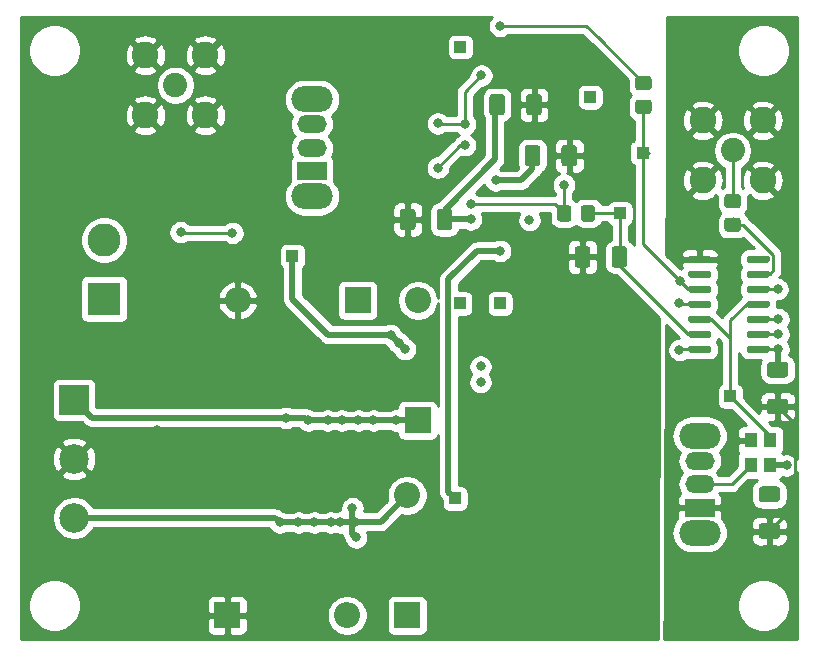
<source format=gbr>
%TF.GenerationSoftware,KiCad,Pcbnew,(5.1.8-0-10_14)*%
%TF.CreationDate,2022-02-24T11:51:05-06:00*%
%TF.ProjectId,SAQ_KiCad_alpha,5341515f-4b69-4436-9164-5f616c706861,rev?*%
%TF.SameCoordinates,Original*%
%TF.FileFunction,Copper,L2,Bot*%
%TF.FilePolarity,Positive*%
%FSLAX46Y46*%
G04 Gerber Fmt 4.6, Leading zero omitted, Abs format (unit mm)*
G04 Created by KiCad (PCBNEW (5.1.8-0-10_14)) date 2022-02-24 11:51:05*
%MOMM*%
%LPD*%
G01*
G04 APERTURE LIST*
%TA.AperFunction,ComponentPad*%
%ADD10R,1.000000X1.000000*%
%TD*%
%TA.AperFunction,ComponentPad*%
%ADD11C,2.250000*%
%TD*%
%TA.AperFunction,ComponentPad*%
%ADD12C,2.050000*%
%TD*%
%TA.AperFunction,SMDPad,CuDef*%
%ADD13R,1.100000X1.300000*%
%TD*%
%TA.AperFunction,ComponentPad*%
%ADD14O,3.500000X2.200000*%
%TD*%
%TA.AperFunction,ComponentPad*%
%ADD15O,2.500000X1.500000*%
%TD*%
%TA.AperFunction,ComponentPad*%
%ADD16R,2.500000X1.500000*%
%TD*%
%TA.AperFunction,ComponentPad*%
%ADD17C,2.500000*%
%TD*%
%TA.AperFunction,ComponentPad*%
%ADD18R,2.500000X2.500000*%
%TD*%
%TA.AperFunction,ComponentPad*%
%ADD19C,2.800000*%
%TD*%
%TA.AperFunction,ComponentPad*%
%ADD20R,2.800000X2.800000*%
%TD*%
%TA.AperFunction,ComponentPad*%
%ADD21O,2.200000X2.200000*%
%TD*%
%TA.AperFunction,ComponentPad*%
%ADD22R,2.200000X2.200000*%
%TD*%
%TA.AperFunction,ViaPad*%
%ADD23C,0.800000*%
%TD*%
%TA.AperFunction,Conductor*%
%ADD24C,0.250000*%
%TD*%
%TA.AperFunction,Conductor*%
%ADD25C,0.500000*%
%TD*%
%TA.AperFunction,Conductor*%
%ADD26C,0.254000*%
%TD*%
%TA.AperFunction,Conductor*%
%ADD27C,0.100000*%
%TD*%
G04 APERTURE END LIST*
D10*
%TO.P,TP5,1*%
%TO.N,CLK*%
X164719000Y-47815500D03*
%TD*%
%TO.P,U5,14*%
%TO.N,+3V3*%
%TA.AperFunction,SMDPad,CuDef*%
G36*
G01*
X166092000Y-43965000D02*
X166092000Y-43665000D01*
G75*
G02*
X166242000Y-43515000I150000J0D01*
G01*
X167892000Y-43515000D01*
G75*
G02*
X168042000Y-43665000I0J-150000D01*
G01*
X168042000Y-43965000D01*
G75*
G02*
X167892000Y-44115000I-150000J0D01*
G01*
X166242000Y-44115000D01*
G75*
G02*
X166092000Y-43965000I0J150000D01*
G01*
G37*
%TD.AperFunction*%
%TO.P,U5,13*%
%TA.AperFunction,SMDPad,CuDef*%
G36*
G01*
X166092000Y-42695000D02*
X166092000Y-42395000D01*
G75*
G02*
X166242000Y-42245000I150000J0D01*
G01*
X167892000Y-42245000D01*
G75*
G02*
X168042000Y-42395000I0J-150000D01*
G01*
X168042000Y-42695000D01*
G75*
G02*
X167892000Y-42845000I-150000J0D01*
G01*
X166242000Y-42845000D01*
G75*
G02*
X166092000Y-42695000I0J150000D01*
G01*
G37*
%TD.AperFunction*%
%TO.P,U5,12*%
%TO.N,Net-(R15-Pad2)*%
%TA.AperFunction,SMDPad,CuDef*%
G36*
G01*
X166092000Y-41425000D02*
X166092000Y-41125000D01*
G75*
G02*
X166242000Y-40975000I150000J0D01*
G01*
X167892000Y-40975000D01*
G75*
G02*
X168042000Y-41125000I0J-150000D01*
G01*
X168042000Y-41425000D01*
G75*
G02*
X167892000Y-41575000I-150000J0D01*
G01*
X166242000Y-41575000D01*
G75*
G02*
X166092000Y-41425000I0J150000D01*
G01*
G37*
%TD.AperFunction*%
%TO.P,U5,11*%
%TO.N,CLK*%
%TA.AperFunction,SMDPad,CuDef*%
G36*
G01*
X166092000Y-40155000D02*
X166092000Y-39855000D01*
G75*
G02*
X166242000Y-39705000I150000J0D01*
G01*
X167892000Y-39705000D01*
G75*
G02*
X168042000Y-39855000I0J-150000D01*
G01*
X168042000Y-40155000D01*
G75*
G02*
X167892000Y-40305000I-150000J0D01*
G01*
X166242000Y-40305000D01*
G75*
G02*
X166092000Y-40155000I0J150000D01*
G01*
G37*
%TD.AperFunction*%
%TO.P,U5,10*%
%TO.N,+3V3*%
%TA.AperFunction,SMDPad,CuDef*%
G36*
G01*
X166092000Y-38885000D02*
X166092000Y-38585000D01*
G75*
G02*
X166242000Y-38435000I150000J0D01*
G01*
X167892000Y-38435000D01*
G75*
G02*
X168042000Y-38585000I0J-150000D01*
G01*
X168042000Y-38885000D01*
G75*
G02*
X167892000Y-39035000I-150000J0D01*
G01*
X166242000Y-39035000D01*
G75*
G02*
X166092000Y-38885000I0J150000D01*
G01*
G37*
%TD.AperFunction*%
%TO.P,U5,9*%
%TO.N,Net-(R18-Pad1)*%
%TA.AperFunction,SMDPad,CuDef*%
G36*
G01*
X166092000Y-37615000D02*
X166092000Y-37315000D01*
G75*
G02*
X166242000Y-37165000I150000J0D01*
G01*
X167892000Y-37165000D01*
G75*
G02*
X168042000Y-37315000I0J-150000D01*
G01*
X168042000Y-37615000D01*
G75*
G02*
X167892000Y-37765000I-150000J0D01*
G01*
X166242000Y-37765000D01*
G75*
G02*
X166092000Y-37615000I0J150000D01*
G01*
G37*
%TD.AperFunction*%
%TO.P,U5,8*%
%TO.N,Net-(U5-Pad8)*%
%TA.AperFunction,SMDPad,CuDef*%
G36*
G01*
X166092000Y-36345000D02*
X166092000Y-36045000D01*
G75*
G02*
X166242000Y-35895000I150000J0D01*
G01*
X167892000Y-35895000D01*
G75*
G02*
X168042000Y-36045000I0J-150000D01*
G01*
X168042000Y-36345000D01*
G75*
G02*
X167892000Y-36495000I-150000J0D01*
G01*
X166242000Y-36495000D01*
G75*
G02*
X166092000Y-36345000I0J150000D01*
G01*
G37*
%TD.AperFunction*%
%TO.P,U5,7*%
%TO.N,GND*%
%TA.AperFunction,SMDPad,CuDef*%
G36*
G01*
X161142000Y-36345000D02*
X161142000Y-36045000D01*
G75*
G02*
X161292000Y-35895000I150000J0D01*
G01*
X162942000Y-35895000D01*
G75*
G02*
X163092000Y-36045000I0J-150000D01*
G01*
X163092000Y-36345000D01*
G75*
G02*
X162942000Y-36495000I-150000J0D01*
G01*
X161292000Y-36495000D01*
G75*
G02*
X161142000Y-36345000I0J150000D01*
G01*
G37*
%TD.AperFunction*%
%TO.P,U5,6*%
%TO.N,Net-(U5-Pad6)*%
%TA.AperFunction,SMDPad,CuDef*%
G36*
G01*
X161142000Y-37615000D02*
X161142000Y-37315000D01*
G75*
G02*
X161292000Y-37165000I150000J0D01*
G01*
X162942000Y-37165000D01*
G75*
G02*
X163092000Y-37315000I0J-150000D01*
G01*
X163092000Y-37615000D01*
G75*
G02*
X162942000Y-37765000I-150000J0D01*
G01*
X161292000Y-37765000D01*
G75*
G02*
X161142000Y-37615000I0J150000D01*
G01*
G37*
%TD.AperFunction*%
%TO.P,U5,5*%
%TO.N,Net-(R15-Pad2)*%
%TA.AperFunction,SMDPad,CuDef*%
G36*
G01*
X161142000Y-38885000D02*
X161142000Y-38585000D01*
G75*
G02*
X161292000Y-38435000I150000J0D01*
G01*
X162942000Y-38435000D01*
G75*
G02*
X163092000Y-38585000I0J-150000D01*
G01*
X163092000Y-38885000D01*
G75*
G02*
X162942000Y-39035000I-150000J0D01*
G01*
X161292000Y-39035000D01*
G75*
G02*
X161142000Y-38885000I0J150000D01*
G01*
G37*
%TD.AperFunction*%
%TO.P,U5,4*%
%TO.N,+3V3*%
%TA.AperFunction,SMDPad,CuDef*%
G36*
G01*
X161142000Y-40155000D02*
X161142000Y-39855000D01*
G75*
G02*
X161292000Y-39705000I150000J0D01*
G01*
X162942000Y-39705000D01*
G75*
G02*
X163092000Y-39855000I0J-150000D01*
G01*
X163092000Y-40155000D01*
G75*
G02*
X162942000Y-40305000I-150000J0D01*
G01*
X161292000Y-40305000D01*
G75*
G02*
X161142000Y-40155000I0J150000D01*
G01*
G37*
%TD.AperFunction*%
%TO.P,U5,3*%
%TO.N,CLK*%
%TA.AperFunction,SMDPad,CuDef*%
G36*
G01*
X161142000Y-41425000D02*
X161142000Y-41125000D01*
G75*
G02*
X161292000Y-40975000I150000J0D01*
G01*
X162942000Y-40975000D01*
G75*
G02*
X163092000Y-41125000I0J-150000D01*
G01*
X163092000Y-41425000D01*
G75*
G02*
X162942000Y-41575000I-150000J0D01*
G01*
X161292000Y-41575000D01*
G75*
G02*
X161142000Y-41425000I0J150000D01*
G01*
G37*
%TD.AperFunction*%
%TO.P,U5,2*%
%TO.N,Net-(C8-Pad1)*%
%TA.AperFunction,SMDPad,CuDef*%
G36*
G01*
X161142000Y-42695000D02*
X161142000Y-42395000D01*
G75*
G02*
X161292000Y-42245000I150000J0D01*
G01*
X162942000Y-42245000D01*
G75*
G02*
X163092000Y-42395000I0J-150000D01*
G01*
X163092000Y-42695000D01*
G75*
G02*
X162942000Y-42845000I-150000J0D01*
G01*
X161292000Y-42845000D01*
G75*
G02*
X161142000Y-42695000I0J150000D01*
G01*
G37*
%TD.AperFunction*%
%TO.P,U5,1*%
%TO.N,+3V3*%
%TA.AperFunction,SMDPad,CuDef*%
G36*
G01*
X161142000Y-43965000D02*
X161142000Y-43665000D01*
G75*
G02*
X161292000Y-43515000I150000J0D01*
G01*
X162942000Y-43515000D01*
G75*
G02*
X163092000Y-43665000I0J-150000D01*
G01*
X163092000Y-43965000D01*
G75*
G02*
X162942000Y-44115000I-150000J0D01*
G01*
X161292000Y-44115000D01*
G75*
G02*
X161142000Y-43965000I0J150000D01*
G01*
G37*
%TD.AperFunction*%
%TD*%
D11*
%TO.P,J4,2*%
%TO.N,GND*%
X162369500Y-29527500D03*
X162369500Y-24447500D03*
X167449500Y-24447500D03*
X167449500Y-29527500D03*
D12*
%TO.P,J4,1*%
%TO.N,Net-(J4-Pad1)*%
X164909500Y-26987500D03*
%TD*%
D11*
%TO.P,J3,2*%
%TO.N,GND*%
X115189000Y-24003000D03*
X115189000Y-18923000D03*
X120269000Y-18923000D03*
X120269000Y-24003000D03*
D12*
%TO.P,J3,1*%
%TO.N,Net-(J3-Pad1)*%
X117729000Y-21463000D03*
%TD*%
%TO.P,C15,2*%
%TO.N,GND*%
%TA.AperFunction,SMDPad,CuDef*%
G36*
G01*
X150417500Y-28082003D02*
X150417500Y-26781997D01*
G75*
G02*
X150667497Y-26532000I249997J0D01*
G01*
X151492503Y-26532000D01*
G75*
G02*
X151742500Y-26781997I0J-249997D01*
G01*
X151742500Y-28082003D01*
G75*
G02*
X151492503Y-28332000I-249997J0D01*
G01*
X150667497Y-28332000D01*
G75*
G02*
X150417500Y-28082003I0J249997D01*
G01*
G37*
%TD.AperFunction*%
%TO.P,C15,1*%
%TO.N,-3V3*%
%TA.AperFunction,SMDPad,CuDef*%
G36*
G01*
X147292500Y-28082003D02*
X147292500Y-26781997D01*
G75*
G02*
X147542497Y-26532000I249997J0D01*
G01*
X148367503Y-26532000D01*
G75*
G02*
X148617500Y-26781997I0J-249997D01*
G01*
X148617500Y-28082003D01*
G75*
G02*
X148367503Y-28332000I-249997J0D01*
G01*
X147542497Y-28332000D01*
G75*
G02*
X147292500Y-28082003I0J249997D01*
G01*
G37*
%TD.AperFunction*%
%TD*%
%TO.P,C13,2*%
%TO.N,GND*%
%TA.AperFunction,SMDPad,CuDef*%
G36*
G01*
X138063000Y-32179497D02*
X138063000Y-33479503D01*
G75*
G02*
X137813003Y-33729500I-249997J0D01*
G01*
X136987997Y-33729500D01*
G75*
G02*
X136738000Y-33479503I0J249997D01*
G01*
X136738000Y-32179497D01*
G75*
G02*
X136987997Y-31929500I249997J0D01*
G01*
X137813003Y-31929500D01*
G75*
G02*
X138063000Y-32179497I0J-249997D01*
G01*
G37*
%TD.AperFunction*%
%TO.P,C13,1*%
%TO.N,+3V3*%
%TA.AperFunction,SMDPad,CuDef*%
G36*
G01*
X141188000Y-32179497D02*
X141188000Y-33479503D01*
G75*
G02*
X140938003Y-33729500I-249997J0D01*
G01*
X140112997Y-33729500D01*
G75*
G02*
X139863000Y-33479503I0J249997D01*
G01*
X139863000Y-32179497D01*
G75*
G02*
X140112997Y-31929500I249997J0D01*
G01*
X140938003Y-31929500D01*
G75*
G02*
X141188000Y-32179497I0J-249997D01*
G01*
G37*
%TD.AperFunction*%
%TD*%
%TO.P,C12,2*%
%TO.N,GND*%
%TA.AperFunction,SMDPad,CuDef*%
G36*
G01*
X147433000Y-23764003D02*
X147433000Y-22463997D01*
G75*
G02*
X147682997Y-22214000I249997J0D01*
G01*
X148508003Y-22214000D01*
G75*
G02*
X148758000Y-22463997I0J-249997D01*
G01*
X148758000Y-23764003D01*
G75*
G02*
X148508003Y-24014000I-249997J0D01*
G01*
X147682997Y-24014000D01*
G75*
G02*
X147433000Y-23764003I0J249997D01*
G01*
G37*
%TD.AperFunction*%
%TO.P,C12,1*%
%TO.N,+3V3*%
%TA.AperFunction,SMDPad,CuDef*%
G36*
G01*
X144308000Y-23764003D02*
X144308000Y-22463997D01*
G75*
G02*
X144557997Y-22214000I249997J0D01*
G01*
X145383003Y-22214000D01*
G75*
G02*
X145633000Y-22463997I0J-249997D01*
G01*
X145633000Y-23764003D01*
G75*
G02*
X145383003Y-24014000I-249997J0D01*
G01*
X144557997Y-24014000D01*
G75*
G02*
X144308000Y-23764003I0J249997D01*
G01*
G37*
%TD.AperFunction*%
%TD*%
%TO.P,C11,2*%
%TO.N,GND*%
%TA.AperFunction,SMDPad,CuDef*%
G36*
G01*
X168069497Y-48017000D02*
X169369503Y-48017000D01*
G75*
G02*
X169619500Y-48266997I0J-249997D01*
G01*
X169619500Y-49092003D01*
G75*
G02*
X169369503Y-49342000I-249997J0D01*
G01*
X168069497Y-49342000D01*
G75*
G02*
X167819500Y-49092003I0J249997D01*
G01*
X167819500Y-48266997D01*
G75*
G02*
X168069497Y-48017000I249997J0D01*
G01*
G37*
%TD.AperFunction*%
%TO.P,C11,1*%
%TO.N,+3V3*%
%TA.AperFunction,SMDPad,CuDef*%
G36*
G01*
X168069497Y-44892000D02*
X169369503Y-44892000D01*
G75*
G02*
X169619500Y-45141997I0J-249997D01*
G01*
X169619500Y-45967003D01*
G75*
G02*
X169369503Y-46217000I-249997J0D01*
G01*
X168069497Y-46217000D01*
G75*
G02*
X167819500Y-45967003I0J249997D01*
G01*
X167819500Y-45141997D01*
G75*
G02*
X168069497Y-44892000I249997J0D01*
G01*
G37*
%TD.AperFunction*%
%TD*%
D10*
%TO.P,TP9,1*%
%TO.N,VEE*%
X127635000Y-35941000D03*
%TD*%
%TO.P,TP8,1*%
%TO.N,VDD*%
X145224500Y-39941500D03*
%TD*%
%TO.P,TP7,1*%
%TO.N,-3V3*%
X141414500Y-56451500D03*
%TD*%
%TO.P,TP6,1*%
%TO.N,+3V3*%
X141795500Y-39941500D03*
%TD*%
%TO.P,TP4,1*%
%TO.N,Net-(R15-Pad2)*%
X157289500Y-27178000D03*
%TD*%
%TO.P,TP3,1*%
%TO.N,Net-(C8-Pad1)*%
X155384500Y-32321500D03*
%TD*%
%TO.P,TP2,1*%
%TO.N,Net-(R13-Pad2)*%
X152844500Y-22479000D03*
%TD*%
%TO.P,TP1,1*%
%TO.N,Net-(C7-Pad1)*%
X141859000Y-18224500D03*
%TD*%
D13*
%TO.P,X1,4*%
%TO.N,+3V3*%
X168084000Y-53628000D03*
%TO.P,X1,3*%
%TO.N,CLK*%
X168084000Y-51528000D03*
%TO.P,X1,2*%
%TO.N,GND*%
X166434000Y-51528000D03*
%TO.P,X1,1*%
%TO.N,Net-(SW2-Pad2)*%
X166434000Y-53628000D03*
%TD*%
D14*
%TO.P,SW2,*%
%TO.N,*%
X162115500Y-51145000D03*
X162115500Y-59345000D03*
D15*
%TO.P,SW2,3*%
%TO.N,+3V3*%
X162115500Y-53245000D03*
%TO.P,SW2,2*%
%TO.N,Net-(SW2-Pad2)*%
X162115500Y-55245000D03*
D16*
%TO.P,SW2,1*%
%TO.N,GND*%
X162115500Y-57245000D03*
%TD*%
D14*
%TO.P,SW1,*%
%TO.N,*%
X129286000Y-22665500D03*
X129286000Y-30865500D03*
D15*
%TO.P,SW1,3*%
%TO.N,Net-(J3-Pad1)*%
X129286000Y-24765500D03*
%TO.P,SW1,2*%
%TO.N,Net-(Q5-Pad2)*%
X129286000Y-26765500D03*
D16*
%TO.P,SW1,1*%
%TO.N,Net-(Q3-Pad3)*%
X129286000Y-28765500D03*
%TD*%
%TO.P,R18,2*%
%TO.N,Net-(J4-Pad1)*%
%TA.AperFunction,SMDPad,CuDef*%
G36*
G01*
X165359501Y-31874000D02*
X164459499Y-31874000D01*
G75*
G02*
X164209500Y-31624001I0J249999D01*
G01*
X164209500Y-30923999D01*
G75*
G02*
X164459499Y-30674000I249999J0D01*
G01*
X165359501Y-30674000D01*
G75*
G02*
X165609500Y-30923999I0J-249999D01*
G01*
X165609500Y-31624001D01*
G75*
G02*
X165359501Y-31874000I-249999J0D01*
G01*
G37*
%TD.AperFunction*%
%TO.P,R18,1*%
%TO.N,Net-(R18-Pad1)*%
%TA.AperFunction,SMDPad,CuDef*%
G36*
G01*
X165359501Y-33874000D02*
X164459499Y-33874000D01*
G75*
G02*
X164209500Y-33624001I0J249999D01*
G01*
X164209500Y-32923999D01*
G75*
G02*
X164459499Y-32674000I249999J0D01*
G01*
X165359501Y-32674000D01*
G75*
G02*
X165609500Y-32923999I0J-249999D01*
G01*
X165609500Y-33624001D01*
G75*
G02*
X165359501Y-33874000I-249999J0D01*
G01*
G37*
%TD.AperFunction*%
%TD*%
%TO.P,R17,2*%
%TO.N,Net-(C8-Pad1)*%
%TA.AperFunction,SMDPad,CuDef*%
G36*
G01*
X152054000Y-32771501D02*
X152054000Y-31871499D01*
G75*
G02*
X152303999Y-31621500I249999J0D01*
G01*
X153004001Y-31621500D01*
G75*
G02*
X153254000Y-31871499I0J-249999D01*
G01*
X153254000Y-32771501D01*
G75*
G02*
X153004001Y-33021500I-249999J0D01*
G01*
X152303999Y-33021500D01*
G75*
G02*
X152054000Y-32771501I0J249999D01*
G01*
G37*
%TD.AperFunction*%
%TO.P,R17,1*%
%TO.N,Net-(R16-Pad2)*%
%TA.AperFunction,SMDPad,CuDef*%
G36*
G01*
X150054000Y-32771501D02*
X150054000Y-31871499D01*
G75*
G02*
X150303999Y-31621500I249999J0D01*
G01*
X151004001Y-31621500D01*
G75*
G02*
X151254000Y-31871499I0J-249999D01*
G01*
X151254000Y-32771501D01*
G75*
G02*
X151004001Y-33021500I-249999J0D01*
G01*
X150303999Y-33021500D01*
G75*
G02*
X150054000Y-32771501I0J249999D01*
G01*
G37*
%TD.AperFunction*%
%TD*%
%TO.P,R15,2*%
%TO.N,Net-(R15-Pad2)*%
%TA.AperFunction,SMDPad,CuDef*%
G36*
G01*
X156902999Y-22688500D02*
X157803001Y-22688500D01*
G75*
G02*
X158053000Y-22938499I0J-249999D01*
G01*
X158053000Y-23638501D01*
G75*
G02*
X157803001Y-23888500I-249999J0D01*
G01*
X156902999Y-23888500D01*
G75*
G02*
X156653000Y-23638501I0J249999D01*
G01*
X156653000Y-22938499D01*
G75*
G02*
X156902999Y-22688500I249999J0D01*
G01*
G37*
%TD.AperFunction*%
%TO.P,R15,1*%
%TO.N,Net-(Q7-Pad3)*%
%TA.AperFunction,SMDPad,CuDef*%
G36*
G01*
X156902999Y-20688500D02*
X157803001Y-20688500D01*
G75*
G02*
X158053000Y-20938499I0J-249999D01*
G01*
X158053000Y-21638501D01*
G75*
G02*
X157803001Y-21888500I-249999J0D01*
G01*
X156902999Y-21888500D01*
G75*
G02*
X156653000Y-21638501I0J249999D01*
G01*
X156653000Y-20938499D01*
G75*
G02*
X156902999Y-20688500I249999J0D01*
G01*
G37*
%TD.AperFunction*%
%TD*%
D17*
%TO.P,J2,3*%
%TO.N,Net-(D2-Pad2)*%
X109156500Y-58102500D03*
%TO.P,J2,2*%
%TO.N,GND*%
X109156500Y-53102500D03*
D18*
%TO.P,J2,1*%
%TO.N,Net-(D1-Pad1)*%
X109156500Y-48102500D03*
%TD*%
D19*
%TO.P,J1,2*%
%TO.N,Net-(J1-Pad1)*%
X111696500Y-34560500D03*
D20*
%TO.P,J1,1*%
X111696500Y-39560500D03*
%TD*%
D21*
%TO.P,D4,2*%
%TO.N,-3V3*%
X132270500Y-66357500D03*
D22*
%TO.P,D4,1*%
%TO.N,GND*%
X122110500Y-66357500D03*
%TD*%
D21*
%TO.P,D3,2*%
%TO.N,GND*%
X122999500Y-39687500D03*
D22*
%TO.P,D3,1*%
%TO.N,+3V3*%
X133159500Y-39687500D03*
%TD*%
D21*
%TO.P,D2,2*%
%TO.N,Net-(D2-Pad2)*%
X137350500Y-56197500D03*
D22*
%TO.P,D2,1*%
%TO.N,-3V3*%
X137350500Y-66357500D03*
%TD*%
D21*
%TO.P,D1,2*%
%TO.N,+3V3*%
X138239500Y-39687500D03*
D22*
%TO.P,D1,1*%
%TO.N,Net-(D1-Pad1)*%
X138239500Y-49847500D03*
%TD*%
%TO.P,C9,2*%
%TO.N,GND*%
%TA.AperFunction,SMDPad,CuDef*%
G36*
G01*
X167370997Y-58558000D02*
X168671003Y-58558000D01*
G75*
G02*
X168921000Y-58807997I0J-249997D01*
G01*
X168921000Y-59633003D01*
G75*
G02*
X168671003Y-59883000I-249997J0D01*
G01*
X167370997Y-59883000D01*
G75*
G02*
X167121000Y-59633003I0J249997D01*
G01*
X167121000Y-58807997D01*
G75*
G02*
X167370997Y-58558000I249997J0D01*
G01*
G37*
%TD.AperFunction*%
%TO.P,C9,1*%
%TO.N,+3V3*%
%TA.AperFunction,SMDPad,CuDef*%
G36*
G01*
X167370997Y-55433000D02*
X168671003Y-55433000D01*
G75*
G02*
X168921000Y-55682997I0J-249997D01*
G01*
X168921000Y-56508003D01*
G75*
G02*
X168671003Y-56758000I-249997J0D01*
G01*
X167370997Y-56758000D01*
G75*
G02*
X167121000Y-56508003I0J249997D01*
G01*
X167121000Y-55682997D01*
G75*
G02*
X167370997Y-55433000I249997J0D01*
G01*
G37*
%TD.AperFunction*%
%TD*%
%TO.P,C8,2*%
%TO.N,GND*%
%TA.AperFunction,SMDPad,CuDef*%
G36*
G01*
X152858500Y-35354497D02*
X152858500Y-36654503D01*
G75*
G02*
X152608503Y-36904500I-249997J0D01*
G01*
X151783497Y-36904500D01*
G75*
G02*
X151533500Y-36654503I0J249997D01*
G01*
X151533500Y-35354497D01*
G75*
G02*
X151783497Y-35104500I249997J0D01*
G01*
X152608503Y-35104500D01*
G75*
G02*
X152858500Y-35354497I0J-249997D01*
G01*
G37*
%TD.AperFunction*%
%TO.P,C8,1*%
%TO.N,Net-(C8-Pad1)*%
%TA.AperFunction,SMDPad,CuDef*%
G36*
G01*
X155983500Y-35354497D02*
X155983500Y-36654503D01*
G75*
G02*
X155733503Y-36904500I-249997J0D01*
G01*
X154908497Y-36904500D01*
G75*
G02*
X154658500Y-36654503I0J249997D01*
G01*
X154658500Y-35354497D01*
G75*
G02*
X154908497Y-35104500I249997J0D01*
G01*
X155733503Y-35104500D01*
G75*
G02*
X155983500Y-35354497I0J-249997D01*
G01*
G37*
%TD.AperFunction*%
%TD*%
D23*
%TO.N,GND*%
X118491000Y-56324500D03*
X117284500Y-56324500D03*
X150876000Y-27305000D03*
X148209000Y-30289500D03*
X152146000Y-49657000D03*
X143510000Y-49403000D03*
X157353000Y-57213500D03*
X116840000Y-61785500D03*
X145288000Y-66611500D03*
X145415000Y-65151000D03*
X154368500Y-66675000D03*
X154368500Y-65468500D03*
X134874000Y-28702000D03*
X137604500Y-28765500D03*
X143192500Y-34099500D03*
X151066500Y-18859500D03*
X132905500Y-21653500D03*
X118173500Y-44767500D03*
X116141500Y-50673000D03*
X143573500Y-50546000D03*
X152146000Y-50673000D03*
X152209500Y-43434000D03*
X153797000Y-39814500D03*
X157734000Y-67437000D03*
X160083500Y-67500500D03*
%TO.N,+3V3*%
X169481500Y-53657500D03*
X160337500Y-39941500D03*
X168783000Y-43815000D03*
X168719500Y-38735000D03*
X168084500Y-56070500D03*
X160401000Y-43878500D03*
X168783000Y-42545000D03*
X143573500Y-46609000D03*
X142748000Y-32829500D03*
X143573500Y-45275500D03*
X144780000Y-23241000D03*
%TO.N,-3V3*%
X144843500Y-29527500D03*
X145224500Y-35496500D03*
%TO.N,VDD*%
X147701000Y-32893000D03*
%TO.N,VEE*%
X135953500Y-42608500D03*
X136620250Y-43275250D03*
X137160000Y-43815000D03*
%TO.N,Net-(C7-Pad1)*%
X142240000Y-24765000D03*
X139954000Y-24701500D03*
X143637000Y-20637500D03*
%TO.N,Net-(D1-Pad1)*%
X136398000Y-49847500D03*
X134493000Y-49847500D03*
X133223000Y-49847500D03*
X131826000Y-49847500D03*
X130619500Y-49847500D03*
X128968500Y-49847500D03*
X127100550Y-49619950D03*
%TO.N,Net-(D2-Pad2)*%
X133032500Y-59753500D03*
X132715000Y-57277000D03*
X126580500Y-58483500D03*
X128143000Y-58483500D03*
X129476500Y-58483500D03*
X130873500Y-58483500D03*
X131699000Y-58483500D03*
X132924750Y-58439250D03*
%TO.N,Net-(Q2-Pad1)*%
X118173500Y-33909000D03*
X122550680Y-33975000D03*
%TO.N,Net-(Q7-Pad3)*%
X145224500Y-16446500D03*
%TO.N,Net-(R12-Pad2)*%
X142240000Y-26543000D03*
X139955780Y-28449780D03*
%TO.N,Net-(R15-Pad2)*%
X168783000Y-41275000D03*
X160422250Y-38015250D03*
%TO.N,Net-(R16-Pad2)*%
X150622000Y-29908500D03*
X150622000Y-32448500D03*
X142751000Y-31559500D03*
%TD*%
D24*
%TO.N,GND*%
X170206501Y-57034999D02*
X168021000Y-59220500D01*
X170206501Y-50166501D02*
X170206501Y-57034999D01*
X168719500Y-48679500D02*
X170206501Y-50166501D01*
D25*
%TO.N,+3V3*%
X142748000Y-32829500D02*
X140525500Y-32829500D01*
X140525500Y-32829500D02*
X140525500Y-32004000D01*
X140525500Y-32004000D02*
X144780000Y-27749500D01*
X144780000Y-27749500D02*
X144780000Y-23241000D01*
X144780000Y-23241000D02*
X144780000Y-22860000D01*
D24*
X168719500Y-38735000D02*
X167067000Y-38735000D01*
X167067000Y-42545000D02*
X168783000Y-42545000D01*
X167067000Y-43815000D02*
X168783000Y-43815000D01*
X160464500Y-43815000D02*
X160401000Y-43878500D01*
X162117000Y-43815000D02*
X160464500Y-43815000D01*
X160401000Y-40005000D02*
X160337500Y-39941500D01*
X162117000Y-40005000D02*
X160401000Y-40005000D01*
D25*
X168113500Y-53657500D02*
X168084000Y-53628000D01*
X169481500Y-53657500D02*
X168113500Y-53657500D01*
X168783000Y-45491000D02*
X168719500Y-45554500D01*
X168783000Y-43815000D02*
X168783000Y-45491000D01*
%TO.N,-3V3*%
X140845499Y-55882499D02*
X141414500Y-56451500D01*
X145224500Y-35496500D02*
X143256000Y-35496500D01*
X140845499Y-37907001D02*
X140845499Y-55882499D01*
X143256000Y-35496500D02*
X140845499Y-37907001D01*
X147955000Y-27432000D02*
X147955000Y-28575000D01*
X147002500Y-29527500D02*
X144843500Y-29527500D01*
X147955000Y-28575000D02*
X147002500Y-29527500D01*
%TO.N,VEE*%
X137160000Y-43815000D02*
X136620250Y-43275250D01*
X135953500Y-42608500D02*
X136620250Y-43275250D01*
X135953500Y-42608500D02*
X130683000Y-42608500D01*
X127635000Y-39560500D02*
X127635000Y-35941000D01*
X130683000Y-42608500D02*
X127635000Y-39560500D01*
D24*
%TO.N,Net-(C7-Pad1)*%
X140017500Y-24765000D02*
X139954000Y-24701500D01*
X142240000Y-24765000D02*
X140017500Y-24765000D01*
X142240000Y-22034500D02*
X143637000Y-20637500D01*
X142240000Y-24765000D02*
X142240000Y-22034500D01*
%TO.N,Net-(C8-Pad1)*%
X152654000Y-32321500D02*
X155384500Y-32321500D01*
X155384500Y-35941000D02*
X155321000Y-36004500D01*
X155384500Y-32321500D02*
X155384500Y-35941000D01*
X155321000Y-36004500D02*
X155321000Y-36515000D01*
X161142000Y-42545000D02*
X155321000Y-36724000D01*
X155321000Y-36724000D02*
X155321000Y-36004500D01*
X162117000Y-42545000D02*
X161142000Y-42545000D01*
D25*
%TO.N,Net-(D1-Pad1)*%
X138239500Y-49847500D02*
X128968500Y-49847500D01*
X128740950Y-49619950D02*
X128968500Y-49847500D01*
X127100550Y-49619950D02*
X128740950Y-49619950D01*
X110673950Y-49619950D02*
X109156500Y-48102500D01*
X127100550Y-49619950D02*
X110673950Y-49619950D01*
%TO.N,Net-(D2-Pad2)*%
X126199500Y-58102500D02*
X126580500Y-58483500D01*
X109156500Y-58102500D02*
X126199500Y-58102500D01*
X126580500Y-58483500D02*
X131699000Y-58483500D01*
X132715000Y-59436000D02*
X133032500Y-59753500D01*
X132715000Y-57277000D02*
X132715000Y-59436000D01*
X131743250Y-58439250D02*
X131699000Y-58483500D01*
X132924750Y-58439250D02*
X131743250Y-58439250D01*
X135108750Y-58439250D02*
X137350500Y-56197500D01*
X132924750Y-58439250D02*
X135108750Y-58439250D01*
D24*
%TO.N,Net-(Q2-Pad1)*%
X118239500Y-33975000D02*
X118173500Y-33909000D01*
X122550680Y-33975000D02*
X118239500Y-33975000D01*
%TO.N,Net-(Q7-Pad3)*%
X152511000Y-16446500D02*
X153566750Y-17502250D01*
X145224500Y-16446500D02*
X152511000Y-16446500D01*
X153566750Y-17502250D02*
X157353000Y-21288500D01*
X153463500Y-17399000D02*
X153566750Y-17502250D01*
%TO.N,Net-(R12-Pad2)*%
X141862560Y-26543000D02*
X142240000Y-26543000D01*
X139955780Y-28449780D02*
X141862560Y-26543000D01*
%TO.N,Net-(R15-Pad2)*%
X157289500Y-27178000D02*
X157797500Y-27178000D01*
X157353000Y-27114500D02*
X157289500Y-27178000D01*
X157353000Y-23288500D02*
X157353000Y-27114500D01*
X161142000Y-38735000D02*
X162117000Y-38735000D01*
X157289500Y-34882500D02*
X160422250Y-38015250D01*
X157289500Y-27178000D02*
X157289500Y-34882500D01*
X167067000Y-41275000D02*
X168783000Y-41275000D01*
X160422250Y-38015250D02*
X161142000Y-38735000D01*
%TO.N,Net-(R16-Pad2)*%
X149892000Y-31559500D02*
X150654000Y-32321500D01*
X142751000Y-31559500D02*
X149892000Y-31559500D01*
X150622000Y-32289500D02*
X150654000Y-32321500D01*
X150622000Y-29908500D02*
X150622000Y-32289500D01*
%TO.N,Net-(R18-Pad1)*%
X164966500Y-32743500D02*
X164973000Y-32750000D01*
X168367010Y-37139990D02*
X168042000Y-37465000D01*
X165792768Y-33274000D02*
X168367010Y-35848242D01*
X168042000Y-37465000D02*
X167067000Y-37465000D01*
X168367010Y-35848242D02*
X168367010Y-37139990D01*
X164909500Y-33274000D02*
X165792768Y-33274000D01*
%TO.N,Net-(SW2-Pad2)*%
X164817000Y-55245000D02*
X162115500Y-55245000D01*
X166434000Y-53628000D02*
X164817000Y-55245000D01*
%TO.N,CLK*%
X163092000Y-41275000D02*
X164719000Y-42902000D01*
X162117000Y-41275000D02*
X163092000Y-41275000D01*
X167067000Y-40005000D02*
X166092000Y-40005000D01*
X164719000Y-43370500D02*
X164719000Y-47815500D01*
X164719000Y-41378000D02*
X164719000Y-43370500D01*
X166092000Y-40005000D02*
X164719000Y-41378000D01*
X164719000Y-42902000D02*
X164719000Y-43370500D01*
X168084000Y-51180500D02*
X164719000Y-47815500D01*
X168084000Y-51528000D02*
X168084000Y-51180500D01*
%TO.N,Net-(J4-Pad1)*%
X164909500Y-31274000D02*
X164909500Y-26987500D01*
%TD*%
D26*
%TO.N,GND*%
X160365698Y-42843500D02*
X160299061Y-42843500D01*
X160099102Y-42883274D01*
X159910744Y-42961295D01*
X159741226Y-43074563D01*
X159597063Y-43218726D01*
X159483795Y-43388244D01*
X159405774Y-43576602D01*
X159366000Y-43776561D01*
X159366000Y-43980439D01*
X159405774Y-44180398D01*
X159483795Y-44368756D01*
X159597063Y-44538274D01*
X159741226Y-44682437D01*
X159910744Y-44795705D01*
X160099102Y-44873726D01*
X160299061Y-44913500D01*
X160502939Y-44913500D01*
X160702898Y-44873726D01*
X160891256Y-44795705D01*
X161027847Y-44704438D01*
X161138255Y-44737929D01*
X161292000Y-44753072D01*
X162942000Y-44753072D01*
X163095745Y-44737929D01*
X163243582Y-44693084D01*
X163379829Y-44620258D01*
X163499251Y-44522251D01*
X163597258Y-44402829D01*
X163670084Y-44266582D01*
X163714929Y-44118745D01*
X163730072Y-43965000D01*
X163730072Y-43665000D01*
X163714929Y-43511255D01*
X163670084Y-43363418D01*
X163597258Y-43227171D01*
X163558546Y-43180000D01*
X163597258Y-43132829D01*
X163670084Y-42996582D01*
X163686072Y-42943875D01*
X163959000Y-43216803D01*
X163959000Y-43333168D01*
X163959001Y-46734454D01*
X163864506Y-46784963D01*
X163767815Y-46864315D01*
X163688463Y-46961006D01*
X163629498Y-47071320D01*
X163593188Y-47191018D01*
X163580928Y-47315500D01*
X163580928Y-48315500D01*
X163593188Y-48439982D01*
X163629498Y-48559680D01*
X163688463Y-48669994D01*
X163767815Y-48766685D01*
X163864506Y-48846037D01*
X163974820Y-48905002D01*
X164094518Y-48941312D01*
X164219000Y-48953572D01*
X164782271Y-48953572D01*
X166070798Y-50242100D01*
X165884000Y-50239928D01*
X165759518Y-50252188D01*
X165639820Y-50288498D01*
X165529506Y-50347463D01*
X165432815Y-50426815D01*
X165353463Y-50523506D01*
X165294498Y-50633820D01*
X165258188Y-50753518D01*
X165245928Y-50878000D01*
X165249000Y-51242250D01*
X165407750Y-51401000D01*
X166307000Y-51401000D01*
X166307000Y-51381000D01*
X166561000Y-51381000D01*
X166561000Y-51401000D01*
X166581000Y-51401000D01*
X166581000Y-51655000D01*
X166561000Y-51655000D01*
X166561000Y-51675000D01*
X166307000Y-51675000D01*
X166307000Y-51655000D01*
X165407750Y-51655000D01*
X165249000Y-51813750D01*
X165245928Y-52178000D01*
X165258188Y-52302482D01*
X165294498Y-52422180D01*
X165353463Y-52532494D01*
X165390809Y-52578000D01*
X165353463Y-52623506D01*
X165294498Y-52733820D01*
X165258188Y-52853518D01*
X165245928Y-52978000D01*
X165245928Y-53741270D01*
X164502199Y-54485000D01*
X163779706Y-54485000D01*
X163772657Y-54471812D01*
X163599581Y-54260919D01*
X163580184Y-54245000D01*
X163599581Y-54229081D01*
X163772657Y-54018188D01*
X163901264Y-53777581D01*
X163980460Y-53516507D01*
X164007201Y-53245000D01*
X163980460Y-52973493D01*
X163901264Y-52712419D01*
X163806506Y-52535139D01*
X163998266Y-52377766D01*
X164215079Y-52113578D01*
X164376186Y-51812168D01*
X164475395Y-51485119D01*
X164508894Y-51145000D01*
X164475395Y-50804881D01*
X164376186Y-50477832D01*
X164215079Y-50176422D01*
X163998266Y-49912234D01*
X163734078Y-49695421D01*
X163432668Y-49534314D01*
X163105619Y-49435105D01*
X162850725Y-49410000D01*
X161380275Y-49410000D01*
X161125381Y-49435105D01*
X160798332Y-49534314D01*
X160496922Y-49695421D01*
X160232734Y-49912234D01*
X160015921Y-50176422D01*
X159854814Y-50477832D01*
X159755605Y-50804881D01*
X159722106Y-51145000D01*
X159755605Y-51485119D01*
X159854814Y-51812168D01*
X160015921Y-52113578D01*
X160232734Y-52377766D01*
X160424494Y-52535139D01*
X160329736Y-52712419D01*
X160250540Y-52973493D01*
X160223799Y-53245000D01*
X160250540Y-53516507D01*
X160329736Y-53777581D01*
X160458343Y-54018188D01*
X160631419Y-54229081D01*
X160650816Y-54245000D01*
X160631419Y-54260919D01*
X160458343Y-54471812D01*
X160329736Y-54712419D01*
X160250540Y-54973493D01*
X160223799Y-55245000D01*
X160250540Y-55516507D01*
X160329736Y-55777581D01*
X160454440Y-56010886D01*
X160414315Y-56043815D01*
X160334963Y-56140506D01*
X160275998Y-56250820D01*
X160239688Y-56370518D01*
X160227428Y-56495000D01*
X160230500Y-56959250D01*
X160389250Y-57118000D01*
X161988500Y-57118000D01*
X161988500Y-57098000D01*
X162242500Y-57098000D01*
X162242500Y-57118000D01*
X163841750Y-57118000D01*
X164000500Y-56959250D01*
X164003572Y-56495000D01*
X163991312Y-56370518D01*
X163955002Y-56250820D01*
X163896037Y-56140506D01*
X163816685Y-56043815D01*
X163776560Y-56010886D01*
X163779706Y-56005000D01*
X164779678Y-56005000D01*
X164817000Y-56008676D01*
X164854322Y-56005000D01*
X164854333Y-56005000D01*
X164965986Y-55994003D01*
X165109247Y-55950546D01*
X165241276Y-55879974D01*
X165357001Y-55785001D01*
X165380804Y-55755997D01*
X166220730Y-54916072D01*
X166930975Y-54916072D01*
X166877612Y-54944595D01*
X166743037Y-55055037D01*
X166632595Y-55189612D01*
X166550528Y-55343148D01*
X166499992Y-55509743D01*
X166482928Y-55682997D01*
X166482928Y-56508003D01*
X166499992Y-56681257D01*
X166550528Y-56847852D01*
X166632595Y-57001388D01*
X166743037Y-57135963D01*
X166877612Y-57246405D01*
X167031148Y-57328472D01*
X167197743Y-57379008D01*
X167370997Y-57396072D01*
X168671003Y-57396072D01*
X168844257Y-57379008D01*
X169010852Y-57328472D01*
X169164388Y-57246405D01*
X169298963Y-57135963D01*
X169409405Y-57001388D01*
X169491472Y-56847852D01*
X169542008Y-56681257D01*
X169559072Y-56508003D01*
X169559072Y-55682997D01*
X169542008Y-55509743D01*
X169491472Y-55343148D01*
X169409405Y-55189612D01*
X169298963Y-55055037D01*
X169164388Y-54944595D01*
X169010852Y-54862528D01*
X168932150Y-54838654D01*
X168988494Y-54808537D01*
X169085185Y-54729185D01*
X169155967Y-54642936D01*
X169179602Y-54652726D01*
X169379561Y-54692500D01*
X169583439Y-54692500D01*
X169783398Y-54652726D01*
X169971756Y-54574705D01*
X170141274Y-54461437D01*
X170285437Y-54317274D01*
X170340001Y-54235613D01*
X170340001Y-68340000D01*
X159133326Y-68340000D01*
X159147726Y-65279872D01*
X165265000Y-65279872D01*
X165265000Y-65720128D01*
X165350890Y-66151925D01*
X165519369Y-66558669D01*
X165763962Y-66924729D01*
X166075271Y-67236038D01*
X166441331Y-67480631D01*
X166848075Y-67649110D01*
X167279872Y-67735000D01*
X167720128Y-67735000D01*
X168151925Y-67649110D01*
X168558669Y-67480631D01*
X168924729Y-67236038D01*
X169236038Y-66924729D01*
X169480631Y-66558669D01*
X169649110Y-66151925D01*
X169735000Y-65720128D01*
X169735000Y-65279872D01*
X169649110Y-64848075D01*
X169480631Y-64441331D01*
X169236038Y-64075271D01*
X168924729Y-63763962D01*
X168558669Y-63519369D01*
X168151925Y-63350890D01*
X167720128Y-63265000D01*
X167279872Y-63265000D01*
X166848075Y-63350890D01*
X166441331Y-63519369D01*
X166075271Y-63763962D01*
X165763962Y-64075271D01*
X165519369Y-64441331D01*
X165350890Y-64848075D01*
X165265000Y-65279872D01*
X159147726Y-65279872D01*
X159175655Y-59345000D01*
X159722106Y-59345000D01*
X159755605Y-59685119D01*
X159854814Y-60012168D01*
X160015921Y-60313578D01*
X160232734Y-60577766D01*
X160496922Y-60794579D01*
X160798332Y-60955686D01*
X161125381Y-61054895D01*
X161380275Y-61080000D01*
X162850725Y-61080000D01*
X163105619Y-61054895D01*
X163432668Y-60955686D01*
X163734078Y-60794579D01*
X163998266Y-60577766D01*
X164215079Y-60313578D01*
X164376186Y-60012168D01*
X164415368Y-59883000D01*
X166482928Y-59883000D01*
X166495188Y-60007482D01*
X166531498Y-60127180D01*
X166590463Y-60237494D01*
X166669815Y-60334185D01*
X166766506Y-60413537D01*
X166876820Y-60472502D01*
X166996518Y-60508812D01*
X167121000Y-60521072D01*
X167735250Y-60518000D01*
X167894000Y-60359250D01*
X167894000Y-59347500D01*
X168148000Y-59347500D01*
X168148000Y-60359250D01*
X168306750Y-60518000D01*
X168921000Y-60521072D01*
X169045482Y-60508812D01*
X169165180Y-60472502D01*
X169275494Y-60413537D01*
X169372185Y-60334185D01*
X169451537Y-60237494D01*
X169510502Y-60127180D01*
X169546812Y-60007482D01*
X169559072Y-59883000D01*
X169556000Y-59506250D01*
X169397250Y-59347500D01*
X168148000Y-59347500D01*
X167894000Y-59347500D01*
X166644750Y-59347500D01*
X166486000Y-59506250D01*
X166482928Y-59883000D01*
X164415368Y-59883000D01*
X164475395Y-59685119D01*
X164508894Y-59345000D01*
X164475395Y-59004881D01*
X164376186Y-58677832D01*
X164312135Y-58558000D01*
X166482928Y-58558000D01*
X166486000Y-58934750D01*
X166644750Y-59093500D01*
X167894000Y-59093500D01*
X167894000Y-58081750D01*
X168148000Y-58081750D01*
X168148000Y-59093500D01*
X169397250Y-59093500D01*
X169556000Y-58934750D01*
X169559072Y-58558000D01*
X169546812Y-58433518D01*
X169510502Y-58313820D01*
X169451537Y-58203506D01*
X169372185Y-58106815D01*
X169275494Y-58027463D01*
X169165180Y-57968498D01*
X169045482Y-57932188D01*
X168921000Y-57919928D01*
X168306750Y-57923000D01*
X168148000Y-58081750D01*
X167894000Y-58081750D01*
X167735250Y-57923000D01*
X167121000Y-57919928D01*
X166996518Y-57932188D01*
X166876820Y-57968498D01*
X166766506Y-58027463D01*
X166669815Y-58106815D01*
X166590463Y-58203506D01*
X166531498Y-58313820D01*
X166495188Y-58433518D01*
X166482928Y-58558000D01*
X164312135Y-58558000D01*
X164215079Y-58376422D01*
X163998266Y-58112234D01*
X163992492Y-58107496D01*
X164003572Y-57995000D01*
X164000500Y-57530750D01*
X163841750Y-57372000D01*
X162242500Y-57372000D01*
X162242500Y-57392000D01*
X161988500Y-57392000D01*
X161988500Y-57372000D01*
X160389250Y-57372000D01*
X160230500Y-57530750D01*
X160227428Y-57995000D01*
X160238508Y-58107496D01*
X160232734Y-58112234D01*
X160015921Y-58376422D01*
X159854814Y-58677832D01*
X159755605Y-59004881D01*
X159722106Y-59345000D01*
X159175655Y-59345000D01*
X159258520Y-41736322D01*
X160365698Y-42843500D01*
%TA.AperFunction,Conductor*%
D27*
G36*
X160365698Y-42843500D02*
G01*
X160299061Y-42843500D01*
X160099102Y-42883274D01*
X159910744Y-42961295D01*
X159741226Y-43074563D01*
X159597063Y-43218726D01*
X159483795Y-43388244D01*
X159405774Y-43576602D01*
X159366000Y-43776561D01*
X159366000Y-43980439D01*
X159405774Y-44180398D01*
X159483795Y-44368756D01*
X159597063Y-44538274D01*
X159741226Y-44682437D01*
X159910744Y-44795705D01*
X160099102Y-44873726D01*
X160299061Y-44913500D01*
X160502939Y-44913500D01*
X160702898Y-44873726D01*
X160891256Y-44795705D01*
X161027847Y-44704438D01*
X161138255Y-44737929D01*
X161292000Y-44753072D01*
X162942000Y-44753072D01*
X163095745Y-44737929D01*
X163243582Y-44693084D01*
X163379829Y-44620258D01*
X163499251Y-44522251D01*
X163597258Y-44402829D01*
X163670084Y-44266582D01*
X163714929Y-44118745D01*
X163730072Y-43965000D01*
X163730072Y-43665000D01*
X163714929Y-43511255D01*
X163670084Y-43363418D01*
X163597258Y-43227171D01*
X163558546Y-43180000D01*
X163597258Y-43132829D01*
X163670084Y-42996582D01*
X163686072Y-42943875D01*
X163959000Y-43216803D01*
X163959000Y-43333168D01*
X163959001Y-46734454D01*
X163864506Y-46784963D01*
X163767815Y-46864315D01*
X163688463Y-46961006D01*
X163629498Y-47071320D01*
X163593188Y-47191018D01*
X163580928Y-47315500D01*
X163580928Y-48315500D01*
X163593188Y-48439982D01*
X163629498Y-48559680D01*
X163688463Y-48669994D01*
X163767815Y-48766685D01*
X163864506Y-48846037D01*
X163974820Y-48905002D01*
X164094518Y-48941312D01*
X164219000Y-48953572D01*
X164782271Y-48953572D01*
X166070798Y-50242100D01*
X165884000Y-50239928D01*
X165759518Y-50252188D01*
X165639820Y-50288498D01*
X165529506Y-50347463D01*
X165432815Y-50426815D01*
X165353463Y-50523506D01*
X165294498Y-50633820D01*
X165258188Y-50753518D01*
X165245928Y-50878000D01*
X165249000Y-51242250D01*
X165407750Y-51401000D01*
X166307000Y-51401000D01*
X166307000Y-51381000D01*
X166561000Y-51381000D01*
X166561000Y-51401000D01*
X166581000Y-51401000D01*
X166581000Y-51655000D01*
X166561000Y-51655000D01*
X166561000Y-51675000D01*
X166307000Y-51675000D01*
X166307000Y-51655000D01*
X165407750Y-51655000D01*
X165249000Y-51813750D01*
X165245928Y-52178000D01*
X165258188Y-52302482D01*
X165294498Y-52422180D01*
X165353463Y-52532494D01*
X165390809Y-52578000D01*
X165353463Y-52623506D01*
X165294498Y-52733820D01*
X165258188Y-52853518D01*
X165245928Y-52978000D01*
X165245928Y-53741270D01*
X164502199Y-54485000D01*
X163779706Y-54485000D01*
X163772657Y-54471812D01*
X163599581Y-54260919D01*
X163580184Y-54245000D01*
X163599581Y-54229081D01*
X163772657Y-54018188D01*
X163901264Y-53777581D01*
X163980460Y-53516507D01*
X164007201Y-53245000D01*
X163980460Y-52973493D01*
X163901264Y-52712419D01*
X163806506Y-52535139D01*
X163998266Y-52377766D01*
X164215079Y-52113578D01*
X164376186Y-51812168D01*
X164475395Y-51485119D01*
X164508894Y-51145000D01*
X164475395Y-50804881D01*
X164376186Y-50477832D01*
X164215079Y-50176422D01*
X163998266Y-49912234D01*
X163734078Y-49695421D01*
X163432668Y-49534314D01*
X163105619Y-49435105D01*
X162850725Y-49410000D01*
X161380275Y-49410000D01*
X161125381Y-49435105D01*
X160798332Y-49534314D01*
X160496922Y-49695421D01*
X160232734Y-49912234D01*
X160015921Y-50176422D01*
X159854814Y-50477832D01*
X159755605Y-50804881D01*
X159722106Y-51145000D01*
X159755605Y-51485119D01*
X159854814Y-51812168D01*
X160015921Y-52113578D01*
X160232734Y-52377766D01*
X160424494Y-52535139D01*
X160329736Y-52712419D01*
X160250540Y-52973493D01*
X160223799Y-53245000D01*
X160250540Y-53516507D01*
X160329736Y-53777581D01*
X160458343Y-54018188D01*
X160631419Y-54229081D01*
X160650816Y-54245000D01*
X160631419Y-54260919D01*
X160458343Y-54471812D01*
X160329736Y-54712419D01*
X160250540Y-54973493D01*
X160223799Y-55245000D01*
X160250540Y-55516507D01*
X160329736Y-55777581D01*
X160454440Y-56010886D01*
X160414315Y-56043815D01*
X160334963Y-56140506D01*
X160275998Y-56250820D01*
X160239688Y-56370518D01*
X160227428Y-56495000D01*
X160230500Y-56959250D01*
X160389250Y-57118000D01*
X161988500Y-57118000D01*
X161988500Y-57098000D01*
X162242500Y-57098000D01*
X162242500Y-57118000D01*
X163841750Y-57118000D01*
X164000500Y-56959250D01*
X164003572Y-56495000D01*
X163991312Y-56370518D01*
X163955002Y-56250820D01*
X163896037Y-56140506D01*
X163816685Y-56043815D01*
X163776560Y-56010886D01*
X163779706Y-56005000D01*
X164779678Y-56005000D01*
X164817000Y-56008676D01*
X164854322Y-56005000D01*
X164854333Y-56005000D01*
X164965986Y-55994003D01*
X165109247Y-55950546D01*
X165241276Y-55879974D01*
X165357001Y-55785001D01*
X165380804Y-55755997D01*
X166220730Y-54916072D01*
X166930975Y-54916072D01*
X166877612Y-54944595D01*
X166743037Y-55055037D01*
X166632595Y-55189612D01*
X166550528Y-55343148D01*
X166499992Y-55509743D01*
X166482928Y-55682997D01*
X166482928Y-56508003D01*
X166499992Y-56681257D01*
X166550528Y-56847852D01*
X166632595Y-57001388D01*
X166743037Y-57135963D01*
X166877612Y-57246405D01*
X167031148Y-57328472D01*
X167197743Y-57379008D01*
X167370997Y-57396072D01*
X168671003Y-57396072D01*
X168844257Y-57379008D01*
X169010852Y-57328472D01*
X169164388Y-57246405D01*
X169298963Y-57135963D01*
X169409405Y-57001388D01*
X169491472Y-56847852D01*
X169542008Y-56681257D01*
X169559072Y-56508003D01*
X169559072Y-55682997D01*
X169542008Y-55509743D01*
X169491472Y-55343148D01*
X169409405Y-55189612D01*
X169298963Y-55055037D01*
X169164388Y-54944595D01*
X169010852Y-54862528D01*
X168932150Y-54838654D01*
X168988494Y-54808537D01*
X169085185Y-54729185D01*
X169155967Y-54642936D01*
X169179602Y-54652726D01*
X169379561Y-54692500D01*
X169583439Y-54692500D01*
X169783398Y-54652726D01*
X169971756Y-54574705D01*
X170141274Y-54461437D01*
X170285437Y-54317274D01*
X170340001Y-54235613D01*
X170340001Y-68340000D01*
X159133326Y-68340000D01*
X159147726Y-65279872D01*
X165265000Y-65279872D01*
X165265000Y-65720128D01*
X165350890Y-66151925D01*
X165519369Y-66558669D01*
X165763962Y-66924729D01*
X166075271Y-67236038D01*
X166441331Y-67480631D01*
X166848075Y-67649110D01*
X167279872Y-67735000D01*
X167720128Y-67735000D01*
X168151925Y-67649110D01*
X168558669Y-67480631D01*
X168924729Y-67236038D01*
X169236038Y-66924729D01*
X169480631Y-66558669D01*
X169649110Y-66151925D01*
X169735000Y-65720128D01*
X169735000Y-65279872D01*
X169649110Y-64848075D01*
X169480631Y-64441331D01*
X169236038Y-64075271D01*
X168924729Y-63763962D01*
X168558669Y-63519369D01*
X168151925Y-63350890D01*
X167720128Y-63265000D01*
X167279872Y-63265000D01*
X166848075Y-63350890D01*
X166441331Y-63519369D01*
X166075271Y-63763962D01*
X165763962Y-64075271D01*
X165519369Y-64441331D01*
X165350890Y-64848075D01*
X165265000Y-65279872D01*
X159147726Y-65279872D01*
X159175655Y-59345000D01*
X159722106Y-59345000D01*
X159755605Y-59685119D01*
X159854814Y-60012168D01*
X160015921Y-60313578D01*
X160232734Y-60577766D01*
X160496922Y-60794579D01*
X160798332Y-60955686D01*
X161125381Y-61054895D01*
X161380275Y-61080000D01*
X162850725Y-61080000D01*
X163105619Y-61054895D01*
X163432668Y-60955686D01*
X163734078Y-60794579D01*
X163998266Y-60577766D01*
X164215079Y-60313578D01*
X164376186Y-60012168D01*
X164415368Y-59883000D01*
X166482928Y-59883000D01*
X166495188Y-60007482D01*
X166531498Y-60127180D01*
X166590463Y-60237494D01*
X166669815Y-60334185D01*
X166766506Y-60413537D01*
X166876820Y-60472502D01*
X166996518Y-60508812D01*
X167121000Y-60521072D01*
X167735250Y-60518000D01*
X167894000Y-60359250D01*
X167894000Y-59347500D01*
X168148000Y-59347500D01*
X168148000Y-60359250D01*
X168306750Y-60518000D01*
X168921000Y-60521072D01*
X169045482Y-60508812D01*
X169165180Y-60472502D01*
X169275494Y-60413537D01*
X169372185Y-60334185D01*
X169451537Y-60237494D01*
X169510502Y-60127180D01*
X169546812Y-60007482D01*
X169559072Y-59883000D01*
X169556000Y-59506250D01*
X169397250Y-59347500D01*
X168148000Y-59347500D01*
X167894000Y-59347500D01*
X166644750Y-59347500D01*
X166486000Y-59506250D01*
X166482928Y-59883000D01*
X164415368Y-59883000D01*
X164475395Y-59685119D01*
X164508894Y-59345000D01*
X164475395Y-59004881D01*
X164376186Y-58677832D01*
X164312135Y-58558000D01*
X166482928Y-58558000D01*
X166486000Y-58934750D01*
X166644750Y-59093500D01*
X167894000Y-59093500D01*
X167894000Y-58081750D01*
X168148000Y-58081750D01*
X168148000Y-59093500D01*
X169397250Y-59093500D01*
X169556000Y-58934750D01*
X169559072Y-58558000D01*
X169546812Y-58433518D01*
X169510502Y-58313820D01*
X169451537Y-58203506D01*
X169372185Y-58106815D01*
X169275494Y-58027463D01*
X169165180Y-57968498D01*
X169045482Y-57932188D01*
X168921000Y-57919928D01*
X168306750Y-57923000D01*
X168148000Y-58081750D01*
X167894000Y-58081750D01*
X167735250Y-57923000D01*
X167121000Y-57919928D01*
X166996518Y-57932188D01*
X166876820Y-57968498D01*
X166766506Y-58027463D01*
X166669815Y-58106815D01*
X166590463Y-58203506D01*
X166531498Y-58313820D01*
X166495188Y-58433518D01*
X166482928Y-58558000D01*
X164312135Y-58558000D01*
X164215079Y-58376422D01*
X163998266Y-58112234D01*
X163992492Y-58107496D01*
X164003572Y-57995000D01*
X164000500Y-57530750D01*
X163841750Y-57372000D01*
X162242500Y-57372000D01*
X162242500Y-57392000D01*
X161988500Y-57392000D01*
X161988500Y-57372000D01*
X160389250Y-57372000D01*
X160230500Y-57530750D01*
X160227428Y-57995000D01*
X160238508Y-58107496D01*
X160232734Y-58112234D01*
X160015921Y-58376422D01*
X159854814Y-58677832D01*
X159755605Y-59004881D01*
X159722106Y-59345000D01*
X159175655Y-59345000D01*
X159258520Y-41736322D01*
X160365698Y-42843500D01*
G37*
%TD.AperFunction*%
D26*
X170340001Y-53079387D02*
X170285437Y-52997726D01*
X170141274Y-52853563D01*
X169971756Y-52740295D01*
X169783398Y-52662274D01*
X169583439Y-52622500D01*
X169379561Y-52622500D01*
X169184716Y-52661257D01*
X169164537Y-52623506D01*
X169127191Y-52578000D01*
X169164537Y-52532494D01*
X169223502Y-52422180D01*
X169259812Y-52302482D01*
X169272072Y-52178000D01*
X169272072Y-50878000D01*
X169259812Y-50753518D01*
X169223502Y-50633820D01*
X169164537Y-50523506D01*
X169085185Y-50426815D01*
X168988494Y-50347463D01*
X168878180Y-50288498D01*
X168758482Y-50252188D01*
X168634000Y-50239928D01*
X168218230Y-50239928D01*
X167957683Y-49979381D01*
X168433750Y-49977000D01*
X168592500Y-49818250D01*
X168592500Y-48806500D01*
X168846500Y-48806500D01*
X168846500Y-49818250D01*
X169005250Y-49977000D01*
X169619500Y-49980072D01*
X169743982Y-49967812D01*
X169863680Y-49931502D01*
X169973994Y-49872537D01*
X170070685Y-49793185D01*
X170150037Y-49696494D01*
X170209002Y-49586180D01*
X170245312Y-49466482D01*
X170257572Y-49342000D01*
X170254500Y-48965250D01*
X170095750Y-48806500D01*
X168846500Y-48806500D01*
X168592500Y-48806500D01*
X167343250Y-48806500D01*
X167184500Y-48965250D01*
X167182551Y-49204250D01*
X165995301Y-48017000D01*
X167181428Y-48017000D01*
X167184500Y-48393750D01*
X167343250Y-48552500D01*
X168592500Y-48552500D01*
X168592500Y-47540750D01*
X168846500Y-47540750D01*
X168846500Y-48552500D01*
X170095750Y-48552500D01*
X170254500Y-48393750D01*
X170257572Y-48017000D01*
X170245312Y-47892518D01*
X170209002Y-47772820D01*
X170150037Y-47662506D01*
X170070685Y-47565815D01*
X169973994Y-47486463D01*
X169863680Y-47427498D01*
X169743982Y-47391188D01*
X169619500Y-47378928D01*
X169005250Y-47382000D01*
X168846500Y-47540750D01*
X168592500Y-47540750D01*
X168433750Y-47382000D01*
X167819500Y-47378928D01*
X167695018Y-47391188D01*
X167575320Y-47427498D01*
X167465006Y-47486463D01*
X167368315Y-47565815D01*
X167288963Y-47662506D01*
X167229998Y-47772820D01*
X167193688Y-47892518D01*
X167181428Y-48017000D01*
X165995301Y-48017000D01*
X165857072Y-47878771D01*
X165857072Y-47315500D01*
X165844812Y-47191018D01*
X165808502Y-47071320D01*
X165749537Y-46961006D01*
X165670185Y-46864315D01*
X165573494Y-46784963D01*
X165479000Y-46734454D01*
X165479000Y-44151477D01*
X165513916Y-44266582D01*
X165586742Y-44402829D01*
X165684749Y-44522251D01*
X165804171Y-44620258D01*
X165940418Y-44693084D01*
X166088255Y-44737929D01*
X166242000Y-44753072D01*
X167275260Y-44753072D01*
X167249028Y-44802148D01*
X167198492Y-44968743D01*
X167181428Y-45141997D01*
X167181428Y-45967003D01*
X167198492Y-46140257D01*
X167249028Y-46306852D01*
X167331095Y-46460388D01*
X167441537Y-46594963D01*
X167576112Y-46705405D01*
X167729648Y-46787472D01*
X167896243Y-46838008D01*
X168069497Y-46855072D01*
X169369503Y-46855072D01*
X169542757Y-46838008D01*
X169709352Y-46787472D01*
X169862888Y-46705405D01*
X169997463Y-46594963D01*
X170107905Y-46460388D01*
X170189972Y-46306852D01*
X170240508Y-46140257D01*
X170257572Y-45967003D01*
X170257572Y-45141997D01*
X170240508Y-44968743D01*
X170189972Y-44802148D01*
X170107905Y-44648612D01*
X169997463Y-44514037D01*
X169862888Y-44403595D01*
X169709352Y-44321528D01*
X169692706Y-44316479D01*
X169700205Y-44305256D01*
X169778226Y-44116898D01*
X169818000Y-43916939D01*
X169818000Y-43713061D01*
X169778226Y-43513102D01*
X169700205Y-43324744D01*
X169603490Y-43180000D01*
X169700205Y-43035256D01*
X169778226Y-42846898D01*
X169818000Y-42646939D01*
X169818000Y-42443061D01*
X169778226Y-42243102D01*
X169700205Y-42054744D01*
X169603490Y-41910000D01*
X169700205Y-41765256D01*
X169778226Y-41576898D01*
X169818000Y-41376939D01*
X169818000Y-41173061D01*
X169778226Y-40973102D01*
X169700205Y-40784744D01*
X169586937Y-40615226D01*
X169442774Y-40471063D01*
X169273256Y-40357795D01*
X169084898Y-40279774D01*
X168884939Y-40240000D01*
X168681061Y-40240000D01*
X168671513Y-40241899D01*
X168680072Y-40155000D01*
X168680072Y-39855000D01*
X168671700Y-39770000D01*
X168821439Y-39770000D01*
X169021398Y-39730226D01*
X169209756Y-39652205D01*
X169379274Y-39538937D01*
X169523437Y-39394774D01*
X169636705Y-39225256D01*
X169714726Y-39036898D01*
X169754500Y-38836939D01*
X169754500Y-38633061D01*
X169714726Y-38433102D01*
X169636705Y-38244744D01*
X169523437Y-38075226D01*
X169379274Y-37931063D01*
X169209756Y-37817795D01*
X169021398Y-37739774D01*
X168871786Y-37710015D01*
X168878007Y-37703794D01*
X168907011Y-37679991D01*
X169001984Y-37564266D01*
X169072556Y-37432237D01*
X169116013Y-37288976D01*
X169127010Y-37177323D01*
X169130687Y-37139990D01*
X169127010Y-37102657D01*
X169127010Y-35885565D01*
X169130686Y-35848242D01*
X169127010Y-35810919D01*
X169127010Y-35810909D01*
X169116013Y-35699256D01*
X169072556Y-35555995D01*
X169001985Y-35423967D01*
X169001984Y-35423965D01*
X168930809Y-35337239D01*
X168907011Y-35308241D01*
X168878014Y-35284444D01*
X166356572Y-32763003D01*
X166332769Y-32733999D01*
X166217044Y-32639026D01*
X166192666Y-32625995D01*
X166179972Y-32584149D01*
X166097905Y-32430613D01*
X165987462Y-32296038D01*
X165960609Y-32274000D01*
X165987462Y-32251962D01*
X166097905Y-32117387D01*
X166179972Y-31963851D01*
X166230508Y-31797255D01*
X166247572Y-31624001D01*
X166247572Y-30923999D01*
X166236839Y-30815029D01*
X166289209Y-30867399D01*
X166404575Y-30752033D01*
X166515421Y-31029214D01*
X166826340Y-31182589D01*
X167161205Y-31272360D01*
X167507150Y-31295076D01*
X167850880Y-31249866D01*
X168179185Y-31138466D01*
X168383579Y-31029214D01*
X168494426Y-30752031D01*
X167449500Y-29707105D01*
X167435358Y-29721248D01*
X167255753Y-29541643D01*
X167269895Y-29527500D01*
X167629105Y-29527500D01*
X168674031Y-30572426D01*
X168951214Y-30461579D01*
X169104589Y-30150660D01*
X169194360Y-29815795D01*
X169217076Y-29469850D01*
X169171866Y-29126120D01*
X169060466Y-28797815D01*
X168951214Y-28593421D01*
X168674031Y-28482574D01*
X167629105Y-29527500D01*
X167269895Y-29527500D01*
X166224969Y-28482574D01*
X165947786Y-28593421D01*
X165794411Y-28904340D01*
X165704640Y-29239205D01*
X165681924Y-29585150D01*
X165727134Y-29928880D01*
X165805680Y-30160362D01*
X165699351Y-30103528D01*
X165669500Y-30094473D01*
X165669500Y-28469469D01*
X165695805Y-28458573D01*
X165928682Y-28302969D01*
X166404574Y-28302969D01*
X167449500Y-29347895D01*
X168494426Y-28302969D01*
X168383579Y-28025786D01*
X168072660Y-27872411D01*
X167737795Y-27782640D01*
X167391850Y-27759924D01*
X167048120Y-27805134D01*
X166719815Y-27916534D01*
X166515421Y-28025786D01*
X166404574Y-28302969D01*
X165928682Y-28302969D01*
X165967688Y-28276906D01*
X166198906Y-28045688D01*
X166380573Y-27773805D01*
X166505707Y-27471704D01*
X166569500Y-27150996D01*
X166569500Y-26824004D01*
X166505707Y-26503296D01*
X166380573Y-26201195D01*
X166198906Y-25929312D01*
X165967688Y-25698094D01*
X165928683Y-25672031D01*
X166404574Y-25672031D01*
X166515421Y-25949214D01*
X166826340Y-26102589D01*
X167161205Y-26192360D01*
X167507150Y-26215076D01*
X167850880Y-26169866D01*
X168179185Y-26058466D01*
X168383579Y-25949214D01*
X168494426Y-25672031D01*
X167449500Y-24627105D01*
X166404574Y-25672031D01*
X165928683Y-25672031D01*
X165695805Y-25516427D01*
X165393704Y-25391293D01*
X165072996Y-25327500D01*
X164746004Y-25327500D01*
X164425296Y-25391293D01*
X164123195Y-25516427D01*
X163851312Y-25698094D01*
X163620094Y-25929312D01*
X163438427Y-26201195D01*
X163313293Y-26503296D01*
X163249500Y-26824004D01*
X163249500Y-27150996D01*
X163313293Y-27471704D01*
X163438427Y-27773805D01*
X163620094Y-28045688D01*
X163851312Y-28276906D01*
X164123195Y-28458573D01*
X164149501Y-28469469D01*
X164149500Y-30094473D01*
X164119649Y-30103528D01*
X164022124Y-30155656D01*
X164024589Y-30150660D01*
X164114360Y-29815795D01*
X164137076Y-29469850D01*
X164091866Y-29126120D01*
X163980466Y-28797815D01*
X163871214Y-28593421D01*
X163594031Y-28482574D01*
X162549105Y-29527500D01*
X162563248Y-29541643D01*
X162383643Y-29721248D01*
X162369500Y-29707105D01*
X161324574Y-30752031D01*
X161435421Y-31029214D01*
X161746340Y-31182589D01*
X162081205Y-31272360D01*
X162427150Y-31295076D01*
X162770880Y-31249866D01*
X163099185Y-31138466D01*
X163303579Y-31029214D01*
X163414425Y-30752033D01*
X163529791Y-30867399D01*
X163582161Y-30815029D01*
X163571428Y-30923999D01*
X163571428Y-31624001D01*
X163588492Y-31797255D01*
X163639028Y-31963851D01*
X163721095Y-32117387D01*
X163831538Y-32251962D01*
X163858391Y-32274000D01*
X163831538Y-32296038D01*
X163721095Y-32430613D01*
X163639028Y-32584149D01*
X163588492Y-32750745D01*
X163571428Y-32923999D01*
X163571428Y-33624001D01*
X163588492Y-33797255D01*
X163639028Y-33963851D01*
X163721095Y-34117387D01*
X163831538Y-34251962D01*
X163966113Y-34362405D01*
X164119649Y-34444472D01*
X164286245Y-34495008D01*
X164459499Y-34512072D01*
X165359501Y-34512072D01*
X165532755Y-34495008D01*
X165699351Y-34444472D01*
X165822574Y-34378608D01*
X166700894Y-35256928D01*
X166242000Y-35256928D01*
X166088255Y-35272071D01*
X165940418Y-35316916D01*
X165804171Y-35389742D01*
X165684749Y-35487749D01*
X165586742Y-35607171D01*
X165513916Y-35743418D01*
X165469071Y-35891255D01*
X165453928Y-36045000D01*
X165453928Y-36345000D01*
X165469071Y-36498745D01*
X165513916Y-36646582D01*
X165586742Y-36782829D01*
X165625454Y-36830000D01*
X165586742Y-36877171D01*
X165513916Y-37013418D01*
X165469071Y-37161255D01*
X165453928Y-37315000D01*
X165453928Y-37615000D01*
X165469071Y-37768745D01*
X165513916Y-37916582D01*
X165586742Y-38052829D01*
X165625454Y-38100000D01*
X165586742Y-38147171D01*
X165513916Y-38283418D01*
X165469071Y-38431255D01*
X165453928Y-38585000D01*
X165453928Y-38885000D01*
X165469071Y-39038745D01*
X165513916Y-39186582D01*
X165586742Y-39322829D01*
X165625454Y-39370000D01*
X165586742Y-39417171D01*
X165568350Y-39451580D01*
X165551999Y-39464999D01*
X165528201Y-39493997D01*
X164208003Y-40814196D01*
X164178999Y-40837999D01*
X164141999Y-40883084D01*
X164084026Y-40953724D01*
X164071852Y-40976500D01*
X164013454Y-41085754D01*
X164005099Y-41113297D01*
X163655803Y-40764002D01*
X163632001Y-40734999D01*
X163615650Y-40721580D01*
X163597258Y-40687171D01*
X163558546Y-40640000D01*
X163597258Y-40592829D01*
X163670084Y-40456582D01*
X163714929Y-40308745D01*
X163730072Y-40155000D01*
X163730072Y-39855000D01*
X163714929Y-39701255D01*
X163670084Y-39553418D01*
X163597258Y-39417171D01*
X163558546Y-39370000D01*
X163597258Y-39322829D01*
X163670084Y-39186582D01*
X163714929Y-39038745D01*
X163730072Y-38885000D01*
X163730072Y-38585000D01*
X163714929Y-38431255D01*
X163670084Y-38283418D01*
X163597258Y-38147171D01*
X163558546Y-38100000D01*
X163597258Y-38052829D01*
X163670084Y-37916582D01*
X163714929Y-37768745D01*
X163730072Y-37615000D01*
X163730072Y-37315000D01*
X163714929Y-37161255D01*
X163670084Y-37013418D01*
X163598270Y-36879064D01*
X163622537Y-36849494D01*
X163681502Y-36739180D01*
X163717812Y-36619482D01*
X163730072Y-36495000D01*
X163727000Y-36480750D01*
X163568250Y-36322000D01*
X162244000Y-36322000D01*
X162244000Y-36342000D01*
X161990000Y-36342000D01*
X161990000Y-36322000D01*
X160665750Y-36322000D01*
X160507000Y-36480750D01*
X160503928Y-36495000D01*
X160516188Y-36619482D01*
X160552498Y-36739180D01*
X160611463Y-36849494D01*
X160635730Y-36879064D01*
X160576123Y-36990580D01*
X160524189Y-36980250D01*
X160462052Y-36980250D01*
X159376802Y-35895000D01*
X160503928Y-35895000D01*
X160507000Y-35909250D01*
X160665750Y-36068000D01*
X161990000Y-36068000D01*
X161990000Y-35418750D01*
X162244000Y-35418750D01*
X162244000Y-36068000D01*
X163568250Y-36068000D01*
X163727000Y-35909250D01*
X163730072Y-35895000D01*
X163717812Y-35770518D01*
X163681502Y-35650820D01*
X163622537Y-35540506D01*
X163543185Y-35443815D01*
X163446494Y-35364463D01*
X163336180Y-35305498D01*
X163216482Y-35269188D01*
X163092000Y-35256928D01*
X162402750Y-35260000D01*
X162244000Y-35418750D01*
X161990000Y-35418750D01*
X161831250Y-35260000D01*
X161142000Y-35256928D01*
X161017518Y-35269188D01*
X160897820Y-35305498D01*
X160787506Y-35364463D01*
X160690815Y-35443815D01*
X160611463Y-35540506D01*
X160552498Y-35650820D01*
X160516188Y-35770518D01*
X160503928Y-35895000D01*
X159376802Y-35895000D01*
X159286434Y-35804632D01*
X159315702Y-29585150D01*
X160601924Y-29585150D01*
X160647134Y-29928880D01*
X160758534Y-30257185D01*
X160867786Y-30461579D01*
X161144969Y-30572426D01*
X162189895Y-29527500D01*
X161144969Y-28482574D01*
X160867786Y-28593421D01*
X160714411Y-28904340D01*
X160624640Y-29239205D01*
X160601924Y-29585150D01*
X159315702Y-29585150D01*
X159321735Y-28302969D01*
X161324574Y-28302969D01*
X162369500Y-29347895D01*
X163414426Y-28302969D01*
X163303579Y-28025786D01*
X162992660Y-27872411D01*
X162657795Y-27782640D01*
X162311850Y-27759924D01*
X161968120Y-27805134D01*
X161639815Y-27916534D01*
X161435421Y-28025786D01*
X161324574Y-28302969D01*
X159321735Y-28302969D01*
X159334115Y-25672031D01*
X161324574Y-25672031D01*
X161435421Y-25949214D01*
X161746340Y-26102589D01*
X162081205Y-26192360D01*
X162427150Y-26215076D01*
X162770880Y-26169866D01*
X163099185Y-26058466D01*
X163303579Y-25949214D01*
X163414426Y-25672031D01*
X162369500Y-24627105D01*
X161324574Y-25672031D01*
X159334115Y-25672031D01*
X159339607Y-24505150D01*
X160601924Y-24505150D01*
X160647134Y-24848880D01*
X160758534Y-25177185D01*
X160867786Y-25381579D01*
X161144969Y-25492426D01*
X162189895Y-24447500D01*
X162549105Y-24447500D01*
X163594031Y-25492426D01*
X163871214Y-25381579D01*
X164024589Y-25070660D01*
X164114360Y-24735795D01*
X164129504Y-24505150D01*
X165681924Y-24505150D01*
X165727134Y-24848880D01*
X165838534Y-25177185D01*
X165947786Y-25381579D01*
X166224969Y-25492426D01*
X167269895Y-24447500D01*
X167629105Y-24447500D01*
X168674031Y-25492426D01*
X168951214Y-25381579D01*
X169104589Y-25070660D01*
X169194360Y-24735795D01*
X169217076Y-24389850D01*
X169171866Y-24046120D01*
X169060466Y-23717815D01*
X168951214Y-23513421D01*
X168674031Y-23402574D01*
X167629105Y-24447500D01*
X167269895Y-24447500D01*
X166224969Y-23402574D01*
X165947786Y-23513421D01*
X165794411Y-23824340D01*
X165704640Y-24159205D01*
X165681924Y-24505150D01*
X164129504Y-24505150D01*
X164137076Y-24389850D01*
X164091866Y-24046120D01*
X163980466Y-23717815D01*
X163871214Y-23513421D01*
X163594031Y-23402574D01*
X162549105Y-24447500D01*
X162189895Y-24447500D01*
X161144969Y-23402574D01*
X160867786Y-23513421D01*
X160714411Y-23824340D01*
X160624640Y-24159205D01*
X160601924Y-24505150D01*
X159339607Y-24505150D01*
X159345640Y-23222969D01*
X161324574Y-23222969D01*
X162369500Y-24267895D01*
X163414426Y-23222969D01*
X166404574Y-23222969D01*
X167449500Y-24267895D01*
X168494426Y-23222969D01*
X168383579Y-22945786D01*
X168072660Y-22792411D01*
X167737795Y-22702640D01*
X167391850Y-22679924D01*
X167048120Y-22725134D01*
X166719815Y-22836534D01*
X166515421Y-22945786D01*
X166404574Y-23222969D01*
X163414426Y-23222969D01*
X163303579Y-22945786D01*
X162992660Y-22792411D01*
X162657795Y-22702640D01*
X162311850Y-22679924D01*
X161968120Y-22725134D01*
X161639815Y-22836534D01*
X161435421Y-22945786D01*
X161324574Y-23222969D01*
X159345640Y-23222969D01*
X159368902Y-18279872D01*
X165265000Y-18279872D01*
X165265000Y-18720128D01*
X165350890Y-19151925D01*
X165519369Y-19558669D01*
X165763962Y-19924729D01*
X166075271Y-20236038D01*
X166441331Y-20480631D01*
X166848075Y-20649110D01*
X167279872Y-20735000D01*
X167720128Y-20735000D01*
X168151925Y-20649110D01*
X168558669Y-20480631D01*
X168924729Y-20236038D01*
X169236038Y-19924729D01*
X169480631Y-19558669D01*
X169649110Y-19151925D01*
X169735000Y-18720128D01*
X169735000Y-18279872D01*
X169649110Y-17848075D01*
X169480631Y-17441331D01*
X169236038Y-17075271D01*
X168924729Y-16763962D01*
X168558669Y-16519369D01*
X168151925Y-16350890D01*
X167720128Y-16265000D01*
X167279872Y-16265000D01*
X166848075Y-16350890D01*
X166441331Y-16519369D01*
X166075271Y-16763962D01*
X165763962Y-17075271D01*
X165519369Y-17441331D01*
X165350890Y-17848075D01*
X165265000Y-18279872D01*
X159368902Y-18279872D01*
X159381232Y-15660000D01*
X170340000Y-15660000D01*
X170340001Y-53079387D01*
%TA.AperFunction,Conductor*%
D27*
G36*
X170340001Y-53079387D02*
G01*
X170285437Y-52997726D01*
X170141274Y-52853563D01*
X169971756Y-52740295D01*
X169783398Y-52662274D01*
X169583439Y-52622500D01*
X169379561Y-52622500D01*
X169184716Y-52661257D01*
X169164537Y-52623506D01*
X169127191Y-52578000D01*
X169164537Y-52532494D01*
X169223502Y-52422180D01*
X169259812Y-52302482D01*
X169272072Y-52178000D01*
X169272072Y-50878000D01*
X169259812Y-50753518D01*
X169223502Y-50633820D01*
X169164537Y-50523506D01*
X169085185Y-50426815D01*
X168988494Y-50347463D01*
X168878180Y-50288498D01*
X168758482Y-50252188D01*
X168634000Y-50239928D01*
X168218230Y-50239928D01*
X167957683Y-49979381D01*
X168433750Y-49977000D01*
X168592500Y-49818250D01*
X168592500Y-48806500D01*
X168846500Y-48806500D01*
X168846500Y-49818250D01*
X169005250Y-49977000D01*
X169619500Y-49980072D01*
X169743982Y-49967812D01*
X169863680Y-49931502D01*
X169973994Y-49872537D01*
X170070685Y-49793185D01*
X170150037Y-49696494D01*
X170209002Y-49586180D01*
X170245312Y-49466482D01*
X170257572Y-49342000D01*
X170254500Y-48965250D01*
X170095750Y-48806500D01*
X168846500Y-48806500D01*
X168592500Y-48806500D01*
X167343250Y-48806500D01*
X167184500Y-48965250D01*
X167182551Y-49204250D01*
X165995301Y-48017000D01*
X167181428Y-48017000D01*
X167184500Y-48393750D01*
X167343250Y-48552500D01*
X168592500Y-48552500D01*
X168592500Y-47540750D01*
X168846500Y-47540750D01*
X168846500Y-48552500D01*
X170095750Y-48552500D01*
X170254500Y-48393750D01*
X170257572Y-48017000D01*
X170245312Y-47892518D01*
X170209002Y-47772820D01*
X170150037Y-47662506D01*
X170070685Y-47565815D01*
X169973994Y-47486463D01*
X169863680Y-47427498D01*
X169743982Y-47391188D01*
X169619500Y-47378928D01*
X169005250Y-47382000D01*
X168846500Y-47540750D01*
X168592500Y-47540750D01*
X168433750Y-47382000D01*
X167819500Y-47378928D01*
X167695018Y-47391188D01*
X167575320Y-47427498D01*
X167465006Y-47486463D01*
X167368315Y-47565815D01*
X167288963Y-47662506D01*
X167229998Y-47772820D01*
X167193688Y-47892518D01*
X167181428Y-48017000D01*
X165995301Y-48017000D01*
X165857072Y-47878771D01*
X165857072Y-47315500D01*
X165844812Y-47191018D01*
X165808502Y-47071320D01*
X165749537Y-46961006D01*
X165670185Y-46864315D01*
X165573494Y-46784963D01*
X165479000Y-46734454D01*
X165479000Y-44151477D01*
X165513916Y-44266582D01*
X165586742Y-44402829D01*
X165684749Y-44522251D01*
X165804171Y-44620258D01*
X165940418Y-44693084D01*
X166088255Y-44737929D01*
X166242000Y-44753072D01*
X167275260Y-44753072D01*
X167249028Y-44802148D01*
X167198492Y-44968743D01*
X167181428Y-45141997D01*
X167181428Y-45967003D01*
X167198492Y-46140257D01*
X167249028Y-46306852D01*
X167331095Y-46460388D01*
X167441537Y-46594963D01*
X167576112Y-46705405D01*
X167729648Y-46787472D01*
X167896243Y-46838008D01*
X168069497Y-46855072D01*
X169369503Y-46855072D01*
X169542757Y-46838008D01*
X169709352Y-46787472D01*
X169862888Y-46705405D01*
X169997463Y-46594963D01*
X170107905Y-46460388D01*
X170189972Y-46306852D01*
X170240508Y-46140257D01*
X170257572Y-45967003D01*
X170257572Y-45141997D01*
X170240508Y-44968743D01*
X170189972Y-44802148D01*
X170107905Y-44648612D01*
X169997463Y-44514037D01*
X169862888Y-44403595D01*
X169709352Y-44321528D01*
X169692706Y-44316479D01*
X169700205Y-44305256D01*
X169778226Y-44116898D01*
X169818000Y-43916939D01*
X169818000Y-43713061D01*
X169778226Y-43513102D01*
X169700205Y-43324744D01*
X169603490Y-43180000D01*
X169700205Y-43035256D01*
X169778226Y-42846898D01*
X169818000Y-42646939D01*
X169818000Y-42443061D01*
X169778226Y-42243102D01*
X169700205Y-42054744D01*
X169603490Y-41910000D01*
X169700205Y-41765256D01*
X169778226Y-41576898D01*
X169818000Y-41376939D01*
X169818000Y-41173061D01*
X169778226Y-40973102D01*
X169700205Y-40784744D01*
X169586937Y-40615226D01*
X169442774Y-40471063D01*
X169273256Y-40357795D01*
X169084898Y-40279774D01*
X168884939Y-40240000D01*
X168681061Y-40240000D01*
X168671513Y-40241899D01*
X168680072Y-40155000D01*
X168680072Y-39855000D01*
X168671700Y-39770000D01*
X168821439Y-39770000D01*
X169021398Y-39730226D01*
X169209756Y-39652205D01*
X169379274Y-39538937D01*
X169523437Y-39394774D01*
X169636705Y-39225256D01*
X169714726Y-39036898D01*
X169754500Y-38836939D01*
X169754500Y-38633061D01*
X169714726Y-38433102D01*
X169636705Y-38244744D01*
X169523437Y-38075226D01*
X169379274Y-37931063D01*
X169209756Y-37817795D01*
X169021398Y-37739774D01*
X168871786Y-37710015D01*
X168878007Y-37703794D01*
X168907011Y-37679991D01*
X169001984Y-37564266D01*
X169072556Y-37432237D01*
X169116013Y-37288976D01*
X169127010Y-37177323D01*
X169130687Y-37139990D01*
X169127010Y-37102657D01*
X169127010Y-35885565D01*
X169130686Y-35848242D01*
X169127010Y-35810919D01*
X169127010Y-35810909D01*
X169116013Y-35699256D01*
X169072556Y-35555995D01*
X169001985Y-35423967D01*
X169001984Y-35423965D01*
X168930809Y-35337239D01*
X168907011Y-35308241D01*
X168878014Y-35284444D01*
X166356572Y-32763003D01*
X166332769Y-32733999D01*
X166217044Y-32639026D01*
X166192666Y-32625995D01*
X166179972Y-32584149D01*
X166097905Y-32430613D01*
X165987462Y-32296038D01*
X165960609Y-32274000D01*
X165987462Y-32251962D01*
X166097905Y-32117387D01*
X166179972Y-31963851D01*
X166230508Y-31797255D01*
X166247572Y-31624001D01*
X166247572Y-30923999D01*
X166236839Y-30815029D01*
X166289209Y-30867399D01*
X166404575Y-30752033D01*
X166515421Y-31029214D01*
X166826340Y-31182589D01*
X167161205Y-31272360D01*
X167507150Y-31295076D01*
X167850880Y-31249866D01*
X168179185Y-31138466D01*
X168383579Y-31029214D01*
X168494426Y-30752031D01*
X167449500Y-29707105D01*
X167435358Y-29721248D01*
X167255753Y-29541643D01*
X167269895Y-29527500D01*
X167629105Y-29527500D01*
X168674031Y-30572426D01*
X168951214Y-30461579D01*
X169104589Y-30150660D01*
X169194360Y-29815795D01*
X169217076Y-29469850D01*
X169171866Y-29126120D01*
X169060466Y-28797815D01*
X168951214Y-28593421D01*
X168674031Y-28482574D01*
X167629105Y-29527500D01*
X167269895Y-29527500D01*
X166224969Y-28482574D01*
X165947786Y-28593421D01*
X165794411Y-28904340D01*
X165704640Y-29239205D01*
X165681924Y-29585150D01*
X165727134Y-29928880D01*
X165805680Y-30160362D01*
X165699351Y-30103528D01*
X165669500Y-30094473D01*
X165669500Y-28469469D01*
X165695805Y-28458573D01*
X165928682Y-28302969D01*
X166404574Y-28302969D01*
X167449500Y-29347895D01*
X168494426Y-28302969D01*
X168383579Y-28025786D01*
X168072660Y-27872411D01*
X167737795Y-27782640D01*
X167391850Y-27759924D01*
X167048120Y-27805134D01*
X166719815Y-27916534D01*
X166515421Y-28025786D01*
X166404574Y-28302969D01*
X165928682Y-28302969D01*
X165967688Y-28276906D01*
X166198906Y-28045688D01*
X166380573Y-27773805D01*
X166505707Y-27471704D01*
X166569500Y-27150996D01*
X166569500Y-26824004D01*
X166505707Y-26503296D01*
X166380573Y-26201195D01*
X166198906Y-25929312D01*
X165967688Y-25698094D01*
X165928683Y-25672031D01*
X166404574Y-25672031D01*
X166515421Y-25949214D01*
X166826340Y-26102589D01*
X167161205Y-26192360D01*
X167507150Y-26215076D01*
X167850880Y-26169866D01*
X168179185Y-26058466D01*
X168383579Y-25949214D01*
X168494426Y-25672031D01*
X167449500Y-24627105D01*
X166404574Y-25672031D01*
X165928683Y-25672031D01*
X165695805Y-25516427D01*
X165393704Y-25391293D01*
X165072996Y-25327500D01*
X164746004Y-25327500D01*
X164425296Y-25391293D01*
X164123195Y-25516427D01*
X163851312Y-25698094D01*
X163620094Y-25929312D01*
X163438427Y-26201195D01*
X163313293Y-26503296D01*
X163249500Y-26824004D01*
X163249500Y-27150996D01*
X163313293Y-27471704D01*
X163438427Y-27773805D01*
X163620094Y-28045688D01*
X163851312Y-28276906D01*
X164123195Y-28458573D01*
X164149501Y-28469469D01*
X164149500Y-30094473D01*
X164119649Y-30103528D01*
X164022124Y-30155656D01*
X164024589Y-30150660D01*
X164114360Y-29815795D01*
X164137076Y-29469850D01*
X164091866Y-29126120D01*
X163980466Y-28797815D01*
X163871214Y-28593421D01*
X163594031Y-28482574D01*
X162549105Y-29527500D01*
X162563248Y-29541643D01*
X162383643Y-29721248D01*
X162369500Y-29707105D01*
X161324574Y-30752031D01*
X161435421Y-31029214D01*
X161746340Y-31182589D01*
X162081205Y-31272360D01*
X162427150Y-31295076D01*
X162770880Y-31249866D01*
X163099185Y-31138466D01*
X163303579Y-31029214D01*
X163414425Y-30752033D01*
X163529791Y-30867399D01*
X163582161Y-30815029D01*
X163571428Y-30923999D01*
X163571428Y-31624001D01*
X163588492Y-31797255D01*
X163639028Y-31963851D01*
X163721095Y-32117387D01*
X163831538Y-32251962D01*
X163858391Y-32274000D01*
X163831538Y-32296038D01*
X163721095Y-32430613D01*
X163639028Y-32584149D01*
X163588492Y-32750745D01*
X163571428Y-32923999D01*
X163571428Y-33624001D01*
X163588492Y-33797255D01*
X163639028Y-33963851D01*
X163721095Y-34117387D01*
X163831538Y-34251962D01*
X163966113Y-34362405D01*
X164119649Y-34444472D01*
X164286245Y-34495008D01*
X164459499Y-34512072D01*
X165359501Y-34512072D01*
X165532755Y-34495008D01*
X165699351Y-34444472D01*
X165822574Y-34378608D01*
X166700894Y-35256928D01*
X166242000Y-35256928D01*
X166088255Y-35272071D01*
X165940418Y-35316916D01*
X165804171Y-35389742D01*
X165684749Y-35487749D01*
X165586742Y-35607171D01*
X165513916Y-35743418D01*
X165469071Y-35891255D01*
X165453928Y-36045000D01*
X165453928Y-36345000D01*
X165469071Y-36498745D01*
X165513916Y-36646582D01*
X165586742Y-36782829D01*
X165625454Y-36830000D01*
X165586742Y-36877171D01*
X165513916Y-37013418D01*
X165469071Y-37161255D01*
X165453928Y-37315000D01*
X165453928Y-37615000D01*
X165469071Y-37768745D01*
X165513916Y-37916582D01*
X165586742Y-38052829D01*
X165625454Y-38100000D01*
X165586742Y-38147171D01*
X165513916Y-38283418D01*
X165469071Y-38431255D01*
X165453928Y-38585000D01*
X165453928Y-38885000D01*
X165469071Y-39038745D01*
X165513916Y-39186582D01*
X165586742Y-39322829D01*
X165625454Y-39370000D01*
X165586742Y-39417171D01*
X165568350Y-39451580D01*
X165551999Y-39464999D01*
X165528201Y-39493997D01*
X164208003Y-40814196D01*
X164178999Y-40837999D01*
X164141999Y-40883084D01*
X164084026Y-40953724D01*
X164071852Y-40976500D01*
X164013454Y-41085754D01*
X164005099Y-41113297D01*
X163655803Y-40764002D01*
X163632001Y-40734999D01*
X163615650Y-40721580D01*
X163597258Y-40687171D01*
X163558546Y-40640000D01*
X163597258Y-40592829D01*
X163670084Y-40456582D01*
X163714929Y-40308745D01*
X163730072Y-40155000D01*
X163730072Y-39855000D01*
X163714929Y-39701255D01*
X163670084Y-39553418D01*
X163597258Y-39417171D01*
X163558546Y-39370000D01*
X163597258Y-39322829D01*
X163670084Y-39186582D01*
X163714929Y-39038745D01*
X163730072Y-38885000D01*
X163730072Y-38585000D01*
X163714929Y-38431255D01*
X163670084Y-38283418D01*
X163597258Y-38147171D01*
X163558546Y-38100000D01*
X163597258Y-38052829D01*
X163670084Y-37916582D01*
X163714929Y-37768745D01*
X163730072Y-37615000D01*
X163730072Y-37315000D01*
X163714929Y-37161255D01*
X163670084Y-37013418D01*
X163598270Y-36879064D01*
X163622537Y-36849494D01*
X163681502Y-36739180D01*
X163717812Y-36619482D01*
X163730072Y-36495000D01*
X163727000Y-36480750D01*
X163568250Y-36322000D01*
X162244000Y-36322000D01*
X162244000Y-36342000D01*
X161990000Y-36342000D01*
X161990000Y-36322000D01*
X160665750Y-36322000D01*
X160507000Y-36480750D01*
X160503928Y-36495000D01*
X160516188Y-36619482D01*
X160552498Y-36739180D01*
X160611463Y-36849494D01*
X160635730Y-36879064D01*
X160576123Y-36990580D01*
X160524189Y-36980250D01*
X160462052Y-36980250D01*
X159376802Y-35895000D01*
X160503928Y-35895000D01*
X160507000Y-35909250D01*
X160665750Y-36068000D01*
X161990000Y-36068000D01*
X161990000Y-35418750D01*
X162244000Y-35418750D01*
X162244000Y-36068000D01*
X163568250Y-36068000D01*
X163727000Y-35909250D01*
X163730072Y-35895000D01*
X163717812Y-35770518D01*
X163681502Y-35650820D01*
X163622537Y-35540506D01*
X163543185Y-35443815D01*
X163446494Y-35364463D01*
X163336180Y-35305498D01*
X163216482Y-35269188D01*
X163092000Y-35256928D01*
X162402750Y-35260000D01*
X162244000Y-35418750D01*
X161990000Y-35418750D01*
X161831250Y-35260000D01*
X161142000Y-35256928D01*
X161017518Y-35269188D01*
X160897820Y-35305498D01*
X160787506Y-35364463D01*
X160690815Y-35443815D01*
X160611463Y-35540506D01*
X160552498Y-35650820D01*
X160516188Y-35770518D01*
X160503928Y-35895000D01*
X159376802Y-35895000D01*
X159286434Y-35804632D01*
X159315702Y-29585150D01*
X160601924Y-29585150D01*
X160647134Y-29928880D01*
X160758534Y-30257185D01*
X160867786Y-30461579D01*
X161144969Y-30572426D01*
X162189895Y-29527500D01*
X161144969Y-28482574D01*
X160867786Y-28593421D01*
X160714411Y-28904340D01*
X160624640Y-29239205D01*
X160601924Y-29585150D01*
X159315702Y-29585150D01*
X159321735Y-28302969D01*
X161324574Y-28302969D01*
X162369500Y-29347895D01*
X163414426Y-28302969D01*
X163303579Y-28025786D01*
X162992660Y-27872411D01*
X162657795Y-27782640D01*
X162311850Y-27759924D01*
X161968120Y-27805134D01*
X161639815Y-27916534D01*
X161435421Y-28025786D01*
X161324574Y-28302969D01*
X159321735Y-28302969D01*
X159334115Y-25672031D01*
X161324574Y-25672031D01*
X161435421Y-25949214D01*
X161746340Y-26102589D01*
X162081205Y-26192360D01*
X162427150Y-26215076D01*
X162770880Y-26169866D01*
X163099185Y-26058466D01*
X163303579Y-25949214D01*
X163414426Y-25672031D01*
X162369500Y-24627105D01*
X161324574Y-25672031D01*
X159334115Y-25672031D01*
X159339607Y-24505150D01*
X160601924Y-24505150D01*
X160647134Y-24848880D01*
X160758534Y-25177185D01*
X160867786Y-25381579D01*
X161144969Y-25492426D01*
X162189895Y-24447500D01*
X162549105Y-24447500D01*
X163594031Y-25492426D01*
X163871214Y-25381579D01*
X164024589Y-25070660D01*
X164114360Y-24735795D01*
X164129504Y-24505150D01*
X165681924Y-24505150D01*
X165727134Y-24848880D01*
X165838534Y-25177185D01*
X165947786Y-25381579D01*
X166224969Y-25492426D01*
X167269895Y-24447500D01*
X167629105Y-24447500D01*
X168674031Y-25492426D01*
X168951214Y-25381579D01*
X169104589Y-25070660D01*
X169194360Y-24735795D01*
X169217076Y-24389850D01*
X169171866Y-24046120D01*
X169060466Y-23717815D01*
X168951214Y-23513421D01*
X168674031Y-23402574D01*
X167629105Y-24447500D01*
X167269895Y-24447500D01*
X166224969Y-23402574D01*
X165947786Y-23513421D01*
X165794411Y-23824340D01*
X165704640Y-24159205D01*
X165681924Y-24505150D01*
X164129504Y-24505150D01*
X164137076Y-24389850D01*
X164091866Y-24046120D01*
X163980466Y-23717815D01*
X163871214Y-23513421D01*
X163594031Y-23402574D01*
X162549105Y-24447500D01*
X162189895Y-24447500D01*
X161144969Y-23402574D01*
X160867786Y-23513421D01*
X160714411Y-23824340D01*
X160624640Y-24159205D01*
X160601924Y-24505150D01*
X159339607Y-24505150D01*
X159345640Y-23222969D01*
X161324574Y-23222969D01*
X162369500Y-24267895D01*
X163414426Y-23222969D01*
X166404574Y-23222969D01*
X167449500Y-24267895D01*
X168494426Y-23222969D01*
X168383579Y-22945786D01*
X168072660Y-22792411D01*
X167737795Y-22702640D01*
X167391850Y-22679924D01*
X167048120Y-22725134D01*
X166719815Y-22836534D01*
X166515421Y-22945786D01*
X166404574Y-23222969D01*
X163414426Y-23222969D01*
X163303579Y-22945786D01*
X162992660Y-22792411D01*
X162657795Y-22702640D01*
X162311850Y-22679924D01*
X161968120Y-22725134D01*
X161639815Y-22836534D01*
X161435421Y-22945786D01*
X161324574Y-23222969D01*
X159345640Y-23222969D01*
X159368902Y-18279872D01*
X165265000Y-18279872D01*
X165265000Y-18720128D01*
X165350890Y-19151925D01*
X165519369Y-19558669D01*
X165763962Y-19924729D01*
X166075271Y-20236038D01*
X166441331Y-20480631D01*
X166848075Y-20649110D01*
X167279872Y-20735000D01*
X167720128Y-20735000D01*
X168151925Y-20649110D01*
X168558669Y-20480631D01*
X168924729Y-20236038D01*
X169236038Y-19924729D01*
X169480631Y-19558669D01*
X169649110Y-19151925D01*
X169735000Y-18720128D01*
X169735000Y-18279872D01*
X169649110Y-17848075D01*
X169480631Y-17441331D01*
X169236038Y-17075271D01*
X168924729Y-16763962D01*
X168558669Y-16519369D01*
X168151925Y-16350890D01*
X167720128Y-16265000D01*
X167279872Y-16265000D01*
X166848075Y-16350890D01*
X166441331Y-16519369D01*
X166075271Y-16763962D01*
X165763962Y-17075271D01*
X165519369Y-17441331D01*
X165350890Y-17848075D01*
X165265000Y-18279872D01*
X159368902Y-18279872D01*
X159381232Y-15660000D01*
X170340000Y-15660000D01*
X170340001Y-53079387D01*
G37*
%TD.AperFunction*%
%TD*%
D26*
%TO.N,GND*%
X144420563Y-15786726D02*
X144307295Y-15956244D01*
X144229274Y-16144602D01*
X144189500Y-16344561D01*
X144189500Y-16548439D01*
X144229274Y-16748398D01*
X144307295Y-16936756D01*
X144420563Y-17106274D01*
X144564726Y-17250437D01*
X144734244Y-17363705D01*
X144922602Y-17441726D01*
X145122561Y-17481500D01*
X145326439Y-17481500D01*
X145526398Y-17441726D01*
X145714756Y-17363705D01*
X145884274Y-17250437D01*
X145928211Y-17206500D01*
X152196199Y-17206500D01*
X153055747Y-18066049D01*
X153055753Y-18066054D01*
X156014928Y-21025230D01*
X156014928Y-21638501D01*
X156031992Y-21811755D01*
X156082528Y-21978351D01*
X156164595Y-22131887D01*
X156275038Y-22266462D01*
X156301891Y-22288500D01*
X156275038Y-22310538D01*
X156164595Y-22445113D01*
X156082528Y-22598649D01*
X156031992Y-22765245D01*
X156014928Y-22938499D01*
X156014928Y-23638501D01*
X156031992Y-23811755D01*
X156082528Y-23978351D01*
X156164595Y-24131887D01*
X156275038Y-24266462D01*
X156409613Y-24376905D01*
X156563149Y-24458972D01*
X156593000Y-24468027D01*
X156593001Y-26074034D01*
X156545320Y-26088498D01*
X156435006Y-26147463D01*
X156338315Y-26226815D01*
X156258963Y-26323506D01*
X156199998Y-26433820D01*
X156163688Y-26553518D01*
X156151428Y-26678000D01*
X156151428Y-27678000D01*
X156163688Y-27802482D01*
X156199998Y-27922180D01*
X156258963Y-28032494D01*
X156338315Y-28129185D01*
X156435006Y-28208537D01*
X156529500Y-28259046D01*
X156529501Y-34845168D01*
X156525824Y-34882500D01*
X156535421Y-34979942D01*
X156471905Y-34861112D01*
X156361463Y-34726537D01*
X156226888Y-34616095D01*
X156144500Y-34572058D01*
X156144500Y-33402546D01*
X156238994Y-33352037D01*
X156335685Y-33272685D01*
X156415037Y-33175994D01*
X156474002Y-33065680D01*
X156510312Y-32945982D01*
X156522572Y-32821500D01*
X156522572Y-31821500D01*
X156510312Y-31697018D01*
X156474002Y-31577320D01*
X156415037Y-31467006D01*
X156335685Y-31370315D01*
X156238994Y-31290963D01*
X156128680Y-31231998D01*
X156008982Y-31195688D01*
X155884500Y-31183428D01*
X154884500Y-31183428D01*
X154760018Y-31195688D01*
X154640320Y-31231998D01*
X154530006Y-31290963D01*
X154433315Y-31370315D01*
X154353963Y-31467006D01*
X154303454Y-31561500D01*
X153833527Y-31561500D01*
X153824472Y-31531649D01*
X153742405Y-31378113D01*
X153631962Y-31243538D01*
X153497387Y-31133095D01*
X153343851Y-31051028D01*
X153177255Y-31000492D01*
X153004001Y-30983428D01*
X152303999Y-30983428D01*
X152130745Y-31000492D01*
X151964149Y-31051028D01*
X151810613Y-31133095D01*
X151676038Y-31243538D01*
X151654000Y-31270391D01*
X151631962Y-31243538D01*
X151497387Y-31133095D01*
X151382000Y-31071419D01*
X151382000Y-30612211D01*
X151425937Y-30568274D01*
X151539205Y-30398756D01*
X151617226Y-30210398D01*
X151657000Y-30010439D01*
X151657000Y-29806561D01*
X151617226Y-29606602D01*
X151539205Y-29418244D01*
X151425937Y-29248726D01*
X151281774Y-29104563D01*
X151112256Y-28991295D01*
X150923898Y-28913274D01*
X150860572Y-28900678D01*
X150953000Y-28808250D01*
X150953000Y-27559000D01*
X151207000Y-27559000D01*
X151207000Y-28808250D01*
X151365750Y-28967000D01*
X151742500Y-28970072D01*
X151866982Y-28957812D01*
X151986680Y-28921502D01*
X152096994Y-28862537D01*
X152193685Y-28783185D01*
X152273037Y-28686494D01*
X152332002Y-28576180D01*
X152368312Y-28456482D01*
X152380572Y-28332000D01*
X152377500Y-27717750D01*
X152218750Y-27559000D01*
X151207000Y-27559000D01*
X150953000Y-27559000D01*
X149941250Y-27559000D01*
X149782500Y-27717750D01*
X149779428Y-28332000D01*
X149791688Y-28456482D01*
X149827998Y-28576180D01*
X149886963Y-28686494D01*
X149966315Y-28783185D01*
X150063006Y-28862537D01*
X150173320Y-28921502D01*
X150246584Y-28943726D01*
X150131744Y-28991295D01*
X149962226Y-29104563D01*
X149818063Y-29248726D01*
X149704795Y-29418244D01*
X149626774Y-29606602D01*
X149587000Y-29806561D01*
X149587000Y-30010439D01*
X149626774Y-30210398D01*
X149704795Y-30398756D01*
X149818063Y-30568274D01*
X149862000Y-30612211D01*
X149862000Y-30798779D01*
X149854678Y-30799500D01*
X143454711Y-30799500D01*
X143410774Y-30755563D01*
X143241256Y-30642295D01*
X143168797Y-30612281D01*
X143878561Y-29902517D01*
X143926295Y-30017756D01*
X144039563Y-30187274D01*
X144183726Y-30331437D01*
X144353244Y-30444705D01*
X144541602Y-30522726D01*
X144741561Y-30562500D01*
X144945439Y-30562500D01*
X145145398Y-30522726D01*
X145333756Y-30444705D01*
X145381954Y-30412500D01*
X146959031Y-30412500D01*
X147002500Y-30416781D01*
X147045969Y-30412500D01*
X147045977Y-30412500D01*
X147175990Y-30399695D01*
X147342813Y-30349089D01*
X147496559Y-30266911D01*
X147631317Y-30156317D01*
X147659034Y-30122544D01*
X148550049Y-29231530D01*
X148583817Y-29203817D01*
X148694411Y-29069059D01*
X148776589Y-28915313D01*
X148794637Y-28855817D01*
X148860888Y-28820405D01*
X148995463Y-28709963D01*
X149105905Y-28575388D01*
X149187972Y-28421852D01*
X149238508Y-28255257D01*
X149255572Y-28082003D01*
X149255572Y-26781997D01*
X149238508Y-26608743D01*
X149215229Y-26532000D01*
X149779428Y-26532000D01*
X149782500Y-27146250D01*
X149941250Y-27305000D01*
X150953000Y-27305000D01*
X150953000Y-26055750D01*
X151207000Y-26055750D01*
X151207000Y-27305000D01*
X152218750Y-27305000D01*
X152377500Y-27146250D01*
X152380572Y-26532000D01*
X152368312Y-26407518D01*
X152332002Y-26287820D01*
X152273037Y-26177506D01*
X152193685Y-26080815D01*
X152096994Y-26001463D01*
X151986680Y-25942498D01*
X151866982Y-25906188D01*
X151742500Y-25893928D01*
X151365750Y-25897000D01*
X151207000Y-26055750D01*
X150953000Y-26055750D01*
X150794250Y-25897000D01*
X150417500Y-25893928D01*
X150293018Y-25906188D01*
X150173320Y-25942498D01*
X150063006Y-26001463D01*
X149966315Y-26080815D01*
X149886963Y-26177506D01*
X149827998Y-26287820D01*
X149791688Y-26407518D01*
X149779428Y-26532000D01*
X149215229Y-26532000D01*
X149187972Y-26442148D01*
X149105905Y-26288612D01*
X148995463Y-26154037D01*
X148860888Y-26043595D01*
X148707352Y-25961528D01*
X148540757Y-25910992D01*
X148367503Y-25893928D01*
X147542497Y-25893928D01*
X147369243Y-25910992D01*
X147202648Y-25961528D01*
X147049112Y-26043595D01*
X146914537Y-26154037D01*
X146804095Y-26288612D01*
X146722028Y-26442148D01*
X146671492Y-26608743D01*
X146654428Y-26781997D01*
X146654428Y-28082003D01*
X146671492Y-28255257D01*
X146722028Y-28421852D01*
X146768893Y-28509529D01*
X146635922Y-28642500D01*
X145381954Y-28642500D01*
X145333756Y-28610295D01*
X145218518Y-28562561D01*
X145375050Y-28406028D01*
X145408817Y-28378317D01*
X145519411Y-28243559D01*
X145524153Y-28234687D01*
X145601589Y-28089814D01*
X145652195Y-27922990D01*
X145656080Y-27883546D01*
X145665000Y-27792977D01*
X145665000Y-27792969D01*
X145669281Y-27749500D01*
X145665000Y-27706031D01*
X145665000Y-24602021D01*
X145722852Y-24584472D01*
X145876388Y-24502405D01*
X146010963Y-24391963D01*
X146121405Y-24257388D01*
X146203472Y-24103852D01*
X146230728Y-24014000D01*
X146794928Y-24014000D01*
X146807188Y-24138482D01*
X146843498Y-24258180D01*
X146902463Y-24368494D01*
X146981815Y-24465185D01*
X147078506Y-24544537D01*
X147188820Y-24603502D01*
X147308518Y-24639812D01*
X147433000Y-24652072D01*
X147809750Y-24649000D01*
X147968500Y-24490250D01*
X147968500Y-23241000D01*
X148222500Y-23241000D01*
X148222500Y-24490250D01*
X148381250Y-24649000D01*
X148758000Y-24652072D01*
X148882482Y-24639812D01*
X149002180Y-24603502D01*
X149112494Y-24544537D01*
X149209185Y-24465185D01*
X149288537Y-24368494D01*
X149347502Y-24258180D01*
X149383812Y-24138482D01*
X149396072Y-24014000D01*
X149393000Y-23399750D01*
X149234250Y-23241000D01*
X148222500Y-23241000D01*
X147968500Y-23241000D01*
X146956750Y-23241000D01*
X146798000Y-23399750D01*
X146794928Y-24014000D01*
X146230728Y-24014000D01*
X146254008Y-23937257D01*
X146271072Y-23764003D01*
X146271072Y-22463997D01*
X146254008Y-22290743D01*
X146230729Y-22214000D01*
X146794928Y-22214000D01*
X146798000Y-22828250D01*
X146956750Y-22987000D01*
X147968500Y-22987000D01*
X147968500Y-21737750D01*
X148222500Y-21737750D01*
X148222500Y-22987000D01*
X149234250Y-22987000D01*
X149393000Y-22828250D01*
X149396072Y-22214000D01*
X149383812Y-22089518D01*
X149350287Y-21979000D01*
X151706428Y-21979000D01*
X151706428Y-22979000D01*
X151718688Y-23103482D01*
X151754998Y-23223180D01*
X151813963Y-23333494D01*
X151893315Y-23430185D01*
X151990006Y-23509537D01*
X152100320Y-23568502D01*
X152220018Y-23604812D01*
X152344500Y-23617072D01*
X153344500Y-23617072D01*
X153468982Y-23604812D01*
X153588680Y-23568502D01*
X153698994Y-23509537D01*
X153795685Y-23430185D01*
X153875037Y-23333494D01*
X153934002Y-23223180D01*
X153970312Y-23103482D01*
X153982572Y-22979000D01*
X153982572Y-21979000D01*
X153970312Y-21854518D01*
X153934002Y-21734820D01*
X153875037Y-21624506D01*
X153795685Y-21527815D01*
X153698994Y-21448463D01*
X153588680Y-21389498D01*
X153468982Y-21353188D01*
X153344500Y-21340928D01*
X152344500Y-21340928D01*
X152220018Y-21353188D01*
X152100320Y-21389498D01*
X151990006Y-21448463D01*
X151893315Y-21527815D01*
X151813963Y-21624506D01*
X151754998Y-21734820D01*
X151718688Y-21854518D01*
X151706428Y-21979000D01*
X149350287Y-21979000D01*
X149347502Y-21969820D01*
X149288537Y-21859506D01*
X149209185Y-21762815D01*
X149112494Y-21683463D01*
X149002180Y-21624498D01*
X148882482Y-21588188D01*
X148758000Y-21575928D01*
X148381250Y-21579000D01*
X148222500Y-21737750D01*
X147968500Y-21737750D01*
X147809750Y-21579000D01*
X147433000Y-21575928D01*
X147308518Y-21588188D01*
X147188820Y-21624498D01*
X147078506Y-21683463D01*
X146981815Y-21762815D01*
X146902463Y-21859506D01*
X146843498Y-21969820D01*
X146807188Y-22089518D01*
X146794928Y-22214000D01*
X146230729Y-22214000D01*
X146203472Y-22124148D01*
X146121405Y-21970612D01*
X146010963Y-21836037D01*
X145876388Y-21725595D01*
X145722852Y-21643528D01*
X145556257Y-21592992D01*
X145383003Y-21575928D01*
X144557997Y-21575928D01*
X144384743Y-21592992D01*
X144218148Y-21643528D01*
X144064612Y-21725595D01*
X143930037Y-21836037D01*
X143819595Y-21970612D01*
X143737528Y-22124148D01*
X143686992Y-22290743D01*
X143669928Y-22463997D01*
X143669928Y-23764003D01*
X143686992Y-23937257D01*
X143737528Y-24103852D01*
X143819595Y-24257388D01*
X143895001Y-24349271D01*
X143895000Y-27382921D01*
X139972673Y-31305249D01*
X139939743Y-31308492D01*
X139773148Y-31359028D01*
X139619612Y-31441095D01*
X139485037Y-31551537D01*
X139374595Y-31686112D01*
X139292528Y-31839648D01*
X139241992Y-32006243D01*
X139224928Y-32179497D01*
X139224928Y-33479503D01*
X139241992Y-33652757D01*
X139292528Y-33819352D01*
X139374595Y-33972888D01*
X139485037Y-34107463D01*
X139619612Y-34217905D01*
X139773148Y-34299972D01*
X139939743Y-34350508D01*
X140112997Y-34367572D01*
X140938003Y-34367572D01*
X141111257Y-34350508D01*
X141277852Y-34299972D01*
X141431388Y-34217905D01*
X141565963Y-34107463D01*
X141676405Y-33972888D01*
X141758472Y-33819352D01*
X141790278Y-33714500D01*
X142209546Y-33714500D01*
X142257744Y-33746705D01*
X142446102Y-33824726D01*
X142646061Y-33864500D01*
X142849939Y-33864500D01*
X143049898Y-33824726D01*
X143238256Y-33746705D01*
X143407774Y-33633437D01*
X143551937Y-33489274D01*
X143665205Y-33319756D01*
X143743226Y-33131398D01*
X143783000Y-32931439D01*
X143783000Y-32727561D01*
X143743226Y-32527602D01*
X143665205Y-32339244D01*
X143652013Y-32319500D01*
X146839417Y-32319500D01*
X146783795Y-32402744D01*
X146705774Y-32591102D01*
X146666000Y-32791061D01*
X146666000Y-32994939D01*
X146705774Y-33194898D01*
X146783795Y-33383256D01*
X146897063Y-33552774D01*
X147041226Y-33696937D01*
X147210744Y-33810205D01*
X147399102Y-33888226D01*
X147599061Y-33928000D01*
X147802939Y-33928000D01*
X148002898Y-33888226D01*
X148191256Y-33810205D01*
X148360774Y-33696937D01*
X148504937Y-33552774D01*
X148618205Y-33383256D01*
X148696226Y-33194898D01*
X148736000Y-32994939D01*
X148736000Y-32791061D01*
X148696226Y-32591102D01*
X148618205Y-32402744D01*
X148562583Y-32319500D01*
X149415928Y-32319500D01*
X149415928Y-32771501D01*
X149432992Y-32944755D01*
X149483528Y-33111351D01*
X149565595Y-33264887D01*
X149676038Y-33399462D01*
X149810613Y-33509905D01*
X149964149Y-33591972D01*
X150130745Y-33642508D01*
X150303999Y-33659572D01*
X151004001Y-33659572D01*
X151177255Y-33642508D01*
X151343851Y-33591972D01*
X151497387Y-33509905D01*
X151631962Y-33399462D01*
X151654000Y-33372609D01*
X151676038Y-33399462D01*
X151810613Y-33509905D01*
X151964149Y-33591972D01*
X152130745Y-33642508D01*
X152303999Y-33659572D01*
X153004001Y-33659572D01*
X153177255Y-33642508D01*
X153343851Y-33591972D01*
X153497387Y-33509905D01*
X153631962Y-33399462D01*
X153742405Y-33264887D01*
X153824472Y-33111351D01*
X153833527Y-33081500D01*
X154303454Y-33081500D01*
X154353963Y-33175994D01*
X154433315Y-33272685D01*
X154530006Y-33352037D01*
X154624500Y-33402546D01*
X154624501Y-34517085D01*
X154568648Y-34534028D01*
X154415112Y-34616095D01*
X154280537Y-34726537D01*
X154170095Y-34861112D01*
X154088028Y-35014648D01*
X154037492Y-35181243D01*
X154020428Y-35354497D01*
X154020428Y-36654503D01*
X154037492Y-36827757D01*
X154088028Y-36994352D01*
X154170095Y-37147888D01*
X154280537Y-37282463D01*
X154415112Y-37392905D01*
X154568648Y-37474972D01*
X154735243Y-37525508D01*
X154908497Y-37542572D01*
X155064771Y-37542572D01*
X158657707Y-41135509D01*
X158561692Y-68340000D01*
X104660000Y-68340000D01*
X104660000Y-65279872D01*
X105265000Y-65279872D01*
X105265000Y-65720128D01*
X105350890Y-66151925D01*
X105519369Y-66558669D01*
X105763962Y-66924729D01*
X106075271Y-67236038D01*
X106441331Y-67480631D01*
X106848075Y-67649110D01*
X107279872Y-67735000D01*
X107720128Y-67735000D01*
X108151925Y-67649110D01*
X108558669Y-67480631D01*
X108593287Y-67457500D01*
X120372428Y-67457500D01*
X120384688Y-67581982D01*
X120420998Y-67701680D01*
X120479963Y-67811994D01*
X120559315Y-67908685D01*
X120656006Y-67988037D01*
X120766320Y-68047002D01*
X120886018Y-68083312D01*
X121010500Y-68095572D01*
X121824750Y-68092500D01*
X121983500Y-67933750D01*
X121983500Y-66484500D01*
X122237500Y-66484500D01*
X122237500Y-67933750D01*
X122396250Y-68092500D01*
X123210500Y-68095572D01*
X123334982Y-68083312D01*
X123454680Y-68047002D01*
X123564994Y-67988037D01*
X123661685Y-67908685D01*
X123741037Y-67811994D01*
X123800002Y-67701680D01*
X123836312Y-67581982D01*
X123848572Y-67457500D01*
X123845500Y-66643250D01*
X123686750Y-66484500D01*
X122237500Y-66484500D01*
X121983500Y-66484500D01*
X120534250Y-66484500D01*
X120375500Y-66643250D01*
X120372428Y-67457500D01*
X108593287Y-67457500D01*
X108924729Y-67236038D01*
X109236038Y-66924729D01*
X109480631Y-66558669D01*
X109649110Y-66151925D01*
X109735000Y-65720128D01*
X109735000Y-65279872D01*
X109730550Y-65257500D01*
X120372428Y-65257500D01*
X120375500Y-66071750D01*
X120534250Y-66230500D01*
X121983500Y-66230500D01*
X121983500Y-64781250D01*
X122237500Y-64781250D01*
X122237500Y-66230500D01*
X123686750Y-66230500D01*
X123730633Y-66186617D01*
X130535500Y-66186617D01*
X130535500Y-66528383D01*
X130602175Y-66863581D01*
X130732963Y-67179331D01*
X130922837Y-67463498D01*
X131164502Y-67705163D01*
X131448669Y-67895037D01*
X131764419Y-68025825D01*
X132099617Y-68092500D01*
X132441383Y-68092500D01*
X132776581Y-68025825D01*
X133092331Y-67895037D01*
X133376498Y-67705163D01*
X133618163Y-67463498D01*
X133808037Y-67179331D01*
X133938825Y-66863581D01*
X134005500Y-66528383D01*
X134005500Y-66186617D01*
X133938825Y-65851419D01*
X133808037Y-65535669D01*
X133622171Y-65257500D01*
X135612428Y-65257500D01*
X135612428Y-67457500D01*
X135624688Y-67581982D01*
X135660998Y-67701680D01*
X135719963Y-67811994D01*
X135799315Y-67908685D01*
X135896006Y-67988037D01*
X136006320Y-68047002D01*
X136126018Y-68083312D01*
X136250500Y-68095572D01*
X138450500Y-68095572D01*
X138574982Y-68083312D01*
X138694680Y-68047002D01*
X138804994Y-67988037D01*
X138901685Y-67908685D01*
X138981037Y-67811994D01*
X139040002Y-67701680D01*
X139076312Y-67581982D01*
X139088572Y-67457500D01*
X139088572Y-65257500D01*
X139076312Y-65133018D01*
X139040002Y-65013320D01*
X138981037Y-64903006D01*
X138901685Y-64806315D01*
X138804994Y-64726963D01*
X138694680Y-64667998D01*
X138574982Y-64631688D01*
X138450500Y-64619428D01*
X136250500Y-64619428D01*
X136126018Y-64631688D01*
X136006320Y-64667998D01*
X135896006Y-64726963D01*
X135799315Y-64806315D01*
X135719963Y-64903006D01*
X135660998Y-65013320D01*
X135624688Y-65133018D01*
X135612428Y-65257500D01*
X133622171Y-65257500D01*
X133618163Y-65251502D01*
X133376498Y-65009837D01*
X133092331Y-64819963D01*
X132776581Y-64689175D01*
X132441383Y-64622500D01*
X132099617Y-64622500D01*
X131764419Y-64689175D01*
X131448669Y-64819963D01*
X131164502Y-65009837D01*
X130922837Y-65251502D01*
X130732963Y-65535669D01*
X130602175Y-65851419D01*
X130535500Y-66186617D01*
X123730633Y-66186617D01*
X123845500Y-66071750D01*
X123848572Y-65257500D01*
X123836312Y-65133018D01*
X123800002Y-65013320D01*
X123741037Y-64903006D01*
X123661685Y-64806315D01*
X123564994Y-64726963D01*
X123454680Y-64667998D01*
X123334982Y-64631688D01*
X123210500Y-64619428D01*
X122396250Y-64622500D01*
X122237500Y-64781250D01*
X121983500Y-64781250D01*
X121824750Y-64622500D01*
X121010500Y-64619428D01*
X120886018Y-64631688D01*
X120766320Y-64667998D01*
X120656006Y-64726963D01*
X120559315Y-64806315D01*
X120479963Y-64903006D01*
X120420998Y-65013320D01*
X120384688Y-65133018D01*
X120372428Y-65257500D01*
X109730550Y-65257500D01*
X109649110Y-64848075D01*
X109480631Y-64441331D01*
X109236038Y-64075271D01*
X108924729Y-63763962D01*
X108558669Y-63519369D01*
X108151925Y-63350890D01*
X107720128Y-63265000D01*
X107279872Y-63265000D01*
X106848075Y-63350890D01*
X106441331Y-63519369D01*
X106075271Y-63763962D01*
X105763962Y-64075271D01*
X105519369Y-64441331D01*
X105350890Y-64848075D01*
X105265000Y-65279872D01*
X104660000Y-65279872D01*
X104660000Y-57916844D01*
X107271500Y-57916844D01*
X107271500Y-58288156D01*
X107343939Y-58652334D01*
X107486034Y-58995382D01*
X107692325Y-59304118D01*
X107954882Y-59566675D01*
X108263618Y-59772966D01*
X108606666Y-59915061D01*
X108970844Y-59987500D01*
X109342156Y-59987500D01*
X109706334Y-59915061D01*
X110049382Y-59772966D01*
X110358118Y-59566675D01*
X110620675Y-59304118D01*
X110826966Y-58995382D01*
X110830231Y-58987500D01*
X125672478Y-58987500D01*
X125776563Y-59143274D01*
X125920726Y-59287437D01*
X126090244Y-59400705D01*
X126278602Y-59478726D01*
X126478561Y-59518500D01*
X126682439Y-59518500D01*
X126882398Y-59478726D01*
X127070756Y-59400705D01*
X127118954Y-59368500D01*
X127604546Y-59368500D01*
X127652744Y-59400705D01*
X127841102Y-59478726D01*
X128041061Y-59518500D01*
X128244939Y-59518500D01*
X128444898Y-59478726D01*
X128633256Y-59400705D01*
X128681454Y-59368500D01*
X128938046Y-59368500D01*
X128986244Y-59400705D01*
X129174602Y-59478726D01*
X129374561Y-59518500D01*
X129578439Y-59518500D01*
X129778398Y-59478726D01*
X129966756Y-59400705D01*
X130014954Y-59368500D01*
X130335046Y-59368500D01*
X130383244Y-59400705D01*
X130571602Y-59478726D01*
X130771561Y-59518500D01*
X130975439Y-59518500D01*
X131175398Y-59478726D01*
X131286250Y-59432809D01*
X131397102Y-59478726D01*
X131597061Y-59518500D01*
X131800939Y-59518500D01*
X131833212Y-59512081D01*
X131842805Y-59609490D01*
X131893412Y-59776313D01*
X131975590Y-59930059D01*
X132024100Y-59989169D01*
X132037274Y-60055398D01*
X132115295Y-60243756D01*
X132228563Y-60413274D01*
X132372726Y-60557437D01*
X132542244Y-60670705D01*
X132730602Y-60748726D01*
X132930561Y-60788500D01*
X133134439Y-60788500D01*
X133334398Y-60748726D01*
X133522756Y-60670705D01*
X133692274Y-60557437D01*
X133836437Y-60413274D01*
X133949705Y-60243756D01*
X134027726Y-60055398D01*
X134067500Y-59855439D01*
X134067500Y-59651561D01*
X134027726Y-59451602D01*
X133974975Y-59324250D01*
X135065281Y-59324250D01*
X135108750Y-59328531D01*
X135152219Y-59324250D01*
X135152227Y-59324250D01*
X135282240Y-59311445D01*
X135449063Y-59260839D01*
X135602809Y-59178661D01*
X135737567Y-59068067D01*
X135765284Y-59034294D01*
X136918932Y-57880647D01*
X137179617Y-57932500D01*
X137521383Y-57932500D01*
X137856581Y-57865825D01*
X138172331Y-57735037D01*
X138456498Y-57545163D01*
X138698163Y-57303498D01*
X138888037Y-57019331D01*
X139018825Y-56703581D01*
X139085500Y-56368383D01*
X139085500Y-56026617D01*
X139018825Y-55691419D01*
X138888037Y-55375669D01*
X138698163Y-55091502D01*
X138456498Y-54849837D01*
X138172331Y-54659963D01*
X137856581Y-54529175D01*
X137521383Y-54462500D01*
X137179617Y-54462500D01*
X136844419Y-54529175D01*
X136528669Y-54659963D01*
X136244502Y-54849837D01*
X136002837Y-55091502D01*
X135812963Y-55375669D01*
X135682175Y-55691419D01*
X135615500Y-56026617D01*
X135615500Y-56368383D01*
X135667353Y-56629068D01*
X134742172Y-57554250D01*
X133715129Y-57554250D01*
X133750000Y-57378939D01*
X133750000Y-57175061D01*
X133710226Y-56975102D01*
X133632205Y-56786744D01*
X133518937Y-56617226D01*
X133374774Y-56473063D01*
X133205256Y-56359795D01*
X133016898Y-56281774D01*
X132816939Y-56242000D01*
X132613061Y-56242000D01*
X132413102Y-56281774D01*
X132224744Y-56359795D01*
X132055226Y-56473063D01*
X131911063Y-56617226D01*
X131797795Y-56786744D01*
X131719774Y-56975102D01*
X131680000Y-57175061D01*
X131680000Y-57378939D01*
X131693836Y-57448500D01*
X131597061Y-57448500D01*
X131397102Y-57488274D01*
X131286250Y-57534191D01*
X131175398Y-57488274D01*
X130975439Y-57448500D01*
X130771561Y-57448500D01*
X130571602Y-57488274D01*
X130383244Y-57566295D01*
X130335046Y-57598500D01*
X130014954Y-57598500D01*
X129966756Y-57566295D01*
X129778398Y-57488274D01*
X129578439Y-57448500D01*
X129374561Y-57448500D01*
X129174602Y-57488274D01*
X128986244Y-57566295D01*
X128938046Y-57598500D01*
X128681454Y-57598500D01*
X128633256Y-57566295D01*
X128444898Y-57488274D01*
X128244939Y-57448500D01*
X128041061Y-57448500D01*
X127841102Y-57488274D01*
X127652744Y-57566295D01*
X127604546Y-57598500D01*
X127118954Y-57598500D01*
X127070756Y-57566295D01*
X126882398Y-57488274D01*
X126832077Y-57478265D01*
X126828317Y-57473683D01*
X126693559Y-57363089D01*
X126539813Y-57280911D01*
X126372990Y-57230305D01*
X126242977Y-57217500D01*
X126242969Y-57217500D01*
X126199500Y-57213219D01*
X126156031Y-57217500D01*
X110830231Y-57217500D01*
X110826966Y-57209618D01*
X110620675Y-56900882D01*
X110358118Y-56638325D01*
X110049382Y-56432034D01*
X109706334Y-56289939D01*
X109342156Y-56217500D01*
X108970844Y-56217500D01*
X108606666Y-56289939D01*
X108263618Y-56432034D01*
X107954882Y-56638325D01*
X107692325Y-56900882D01*
X107486034Y-57209618D01*
X107343939Y-57552666D01*
X107271500Y-57916844D01*
X104660000Y-57916844D01*
X104660000Y-54416105D01*
X108022500Y-54416105D01*
X108148414Y-54706077D01*
X108480626Y-54871933D01*
X108838812Y-54969790D01*
X109209206Y-54995889D01*
X109577575Y-54949225D01*
X109929762Y-54831594D01*
X110164586Y-54706077D01*
X110290500Y-54416105D01*
X109156500Y-53282105D01*
X108022500Y-54416105D01*
X104660000Y-54416105D01*
X104660000Y-53155206D01*
X107263111Y-53155206D01*
X107309775Y-53523575D01*
X107427406Y-53875762D01*
X107552923Y-54110586D01*
X107842895Y-54236500D01*
X108976895Y-53102500D01*
X109336105Y-53102500D01*
X110470105Y-54236500D01*
X110760077Y-54110586D01*
X110925933Y-53778374D01*
X111023790Y-53420188D01*
X111049889Y-53049794D01*
X111003225Y-52681425D01*
X110885594Y-52329238D01*
X110760077Y-52094414D01*
X110470105Y-51968500D01*
X109336105Y-53102500D01*
X108976895Y-53102500D01*
X107842895Y-51968500D01*
X107552923Y-52094414D01*
X107387067Y-52426626D01*
X107289210Y-52784812D01*
X107263111Y-53155206D01*
X104660000Y-53155206D01*
X104660000Y-51788895D01*
X108022500Y-51788895D01*
X109156500Y-52922895D01*
X110290500Y-51788895D01*
X110164586Y-51498923D01*
X109832374Y-51333067D01*
X109474188Y-51235210D01*
X109103794Y-51209111D01*
X108735425Y-51255775D01*
X108383238Y-51373406D01*
X108148414Y-51498923D01*
X108022500Y-51788895D01*
X104660000Y-51788895D01*
X104660000Y-46852500D01*
X107268428Y-46852500D01*
X107268428Y-49352500D01*
X107280688Y-49476982D01*
X107316998Y-49596680D01*
X107375963Y-49706994D01*
X107455315Y-49803685D01*
X107552006Y-49883037D01*
X107662320Y-49942002D01*
X107782018Y-49978312D01*
X107906500Y-49990572D01*
X109792993Y-49990572D01*
X110017420Y-50214999D01*
X110045133Y-50248767D01*
X110078901Y-50276480D01*
X110078903Y-50276482D01*
X110150402Y-50335160D01*
X110179891Y-50359361D01*
X110333637Y-50441539D01*
X110500460Y-50492145D01*
X110630473Y-50504950D01*
X110630483Y-50504950D01*
X110673949Y-50509231D01*
X110717415Y-50504950D01*
X126562096Y-50504950D01*
X126610294Y-50537155D01*
X126798652Y-50615176D01*
X126998611Y-50654950D01*
X127202489Y-50654950D01*
X127402448Y-50615176D01*
X127590806Y-50537155D01*
X127639004Y-50504950D01*
X128163010Y-50504950D01*
X128164563Y-50507274D01*
X128308726Y-50651437D01*
X128478244Y-50764705D01*
X128666602Y-50842726D01*
X128866561Y-50882500D01*
X129070439Y-50882500D01*
X129270398Y-50842726D01*
X129458756Y-50764705D01*
X129506954Y-50732500D01*
X130081046Y-50732500D01*
X130129244Y-50764705D01*
X130317602Y-50842726D01*
X130517561Y-50882500D01*
X130721439Y-50882500D01*
X130921398Y-50842726D01*
X131109756Y-50764705D01*
X131157954Y-50732500D01*
X131287546Y-50732500D01*
X131335744Y-50764705D01*
X131524102Y-50842726D01*
X131724061Y-50882500D01*
X131927939Y-50882500D01*
X132127898Y-50842726D01*
X132316256Y-50764705D01*
X132364454Y-50732500D01*
X132684546Y-50732500D01*
X132732744Y-50764705D01*
X132921102Y-50842726D01*
X133121061Y-50882500D01*
X133324939Y-50882500D01*
X133524898Y-50842726D01*
X133713256Y-50764705D01*
X133761454Y-50732500D01*
X133954546Y-50732500D01*
X134002744Y-50764705D01*
X134191102Y-50842726D01*
X134391061Y-50882500D01*
X134594939Y-50882500D01*
X134794898Y-50842726D01*
X134983256Y-50764705D01*
X135031454Y-50732500D01*
X135859546Y-50732500D01*
X135907744Y-50764705D01*
X136096102Y-50842726D01*
X136296061Y-50882500D01*
X136499939Y-50882500D01*
X136501428Y-50882204D01*
X136501428Y-50947500D01*
X136513688Y-51071982D01*
X136549998Y-51191680D01*
X136608963Y-51301994D01*
X136688315Y-51398685D01*
X136785006Y-51478037D01*
X136895320Y-51537002D01*
X137015018Y-51573312D01*
X137139500Y-51585572D01*
X139339500Y-51585572D01*
X139463982Y-51573312D01*
X139583680Y-51537002D01*
X139693994Y-51478037D01*
X139790685Y-51398685D01*
X139870037Y-51301994D01*
X139929002Y-51191680D01*
X139960500Y-51087846D01*
X139960500Y-55839020D01*
X139956218Y-55882499D01*
X139973304Y-56055989D01*
X140023911Y-56222812D01*
X140106089Y-56376558D01*
X140188967Y-56477545D01*
X140188970Y-56477548D01*
X140216683Y-56511316D01*
X140250451Y-56539029D01*
X140276428Y-56565006D01*
X140276428Y-56951500D01*
X140288688Y-57075982D01*
X140324998Y-57195680D01*
X140383963Y-57305994D01*
X140463315Y-57402685D01*
X140560006Y-57482037D01*
X140670320Y-57541002D01*
X140790018Y-57577312D01*
X140914500Y-57589572D01*
X141914500Y-57589572D01*
X142038982Y-57577312D01*
X142158680Y-57541002D01*
X142268994Y-57482037D01*
X142365685Y-57402685D01*
X142445037Y-57305994D01*
X142504002Y-57195680D01*
X142540312Y-57075982D01*
X142552572Y-56951500D01*
X142552572Y-55951500D01*
X142540312Y-55827018D01*
X142504002Y-55707320D01*
X142445037Y-55597006D01*
X142365685Y-55500315D01*
X142268994Y-55420963D01*
X142158680Y-55361998D01*
X142038982Y-55325688D01*
X141914500Y-55313428D01*
X141730499Y-55313428D01*
X141730499Y-45173561D01*
X142538500Y-45173561D01*
X142538500Y-45377439D01*
X142578274Y-45577398D01*
X142656295Y-45765756D01*
X142769563Y-45935274D01*
X142776539Y-45942250D01*
X142769563Y-45949226D01*
X142656295Y-46118744D01*
X142578274Y-46307102D01*
X142538500Y-46507061D01*
X142538500Y-46710939D01*
X142578274Y-46910898D01*
X142656295Y-47099256D01*
X142769563Y-47268774D01*
X142913726Y-47412937D01*
X143083244Y-47526205D01*
X143271602Y-47604226D01*
X143471561Y-47644000D01*
X143675439Y-47644000D01*
X143875398Y-47604226D01*
X144063756Y-47526205D01*
X144233274Y-47412937D01*
X144377437Y-47268774D01*
X144490705Y-47099256D01*
X144568726Y-46910898D01*
X144608500Y-46710939D01*
X144608500Y-46507061D01*
X144568726Y-46307102D01*
X144490705Y-46118744D01*
X144377437Y-45949226D01*
X144370461Y-45942250D01*
X144377437Y-45935274D01*
X144490705Y-45765756D01*
X144568726Y-45577398D01*
X144608500Y-45377439D01*
X144608500Y-45173561D01*
X144568726Y-44973602D01*
X144490705Y-44785244D01*
X144377437Y-44615726D01*
X144233274Y-44471563D01*
X144063756Y-44358295D01*
X143875398Y-44280274D01*
X143675439Y-44240500D01*
X143471561Y-44240500D01*
X143271602Y-44280274D01*
X143083244Y-44358295D01*
X142913726Y-44471563D01*
X142769563Y-44615726D01*
X142656295Y-44785244D01*
X142578274Y-44973602D01*
X142538500Y-45173561D01*
X141730499Y-45173561D01*
X141730499Y-41079572D01*
X142295500Y-41079572D01*
X142419982Y-41067312D01*
X142539680Y-41031002D01*
X142649994Y-40972037D01*
X142746685Y-40892685D01*
X142826037Y-40795994D01*
X142885002Y-40685680D01*
X142921312Y-40565982D01*
X142933572Y-40441500D01*
X142933572Y-39441500D01*
X144086428Y-39441500D01*
X144086428Y-40441500D01*
X144098688Y-40565982D01*
X144134998Y-40685680D01*
X144193963Y-40795994D01*
X144273315Y-40892685D01*
X144370006Y-40972037D01*
X144480320Y-41031002D01*
X144600018Y-41067312D01*
X144724500Y-41079572D01*
X145724500Y-41079572D01*
X145848982Y-41067312D01*
X145968680Y-41031002D01*
X146078994Y-40972037D01*
X146175685Y-40892685D01*
X146255037Y-40795994D01*
X146314002Y-40685680D01*
X146350312Y-40565982D01*
X146362572Y-40441500D01*
X146362572Y-39441500D01*
X146350312Y-39317018D01*
X146314002Y-39197320D01*
X146255037Y-39087006D01*
X146175685Y-38990315D01*
X146078994Y-38910963D01*
X145968680Y-38851998D01*
X145848982Y-38815688D01*
X145724500Y-38803428D01*
X144724500Y-38803428D01*
X144600018Y-38815688D01*
X144480320Y-38851998D01*
X144370006Y-38910963D01*
X144273315Y-38990315D01*
X144193963Y-39087006D01*
X144134998Y-39197320D01*
X144098688Y-39317018D01*
X144086428Y-39441500D01*
X142933572Y-39441500D01*
X142921312Y-39317018D01*
X142885002Y-39197320D01*
X142826037Y-39087006D01*
X142746685Y-38990315D01*
X142649994Y-38910963D01*
X142539680Y-38851998D01*
X142419982Y-38815688D01*
X142295500Y-38803428D01*
X141730499Y-38803428D01*
X141730499Y-38273579D01*
X143099578Y-36904500D01*
X150895428Y-36904500D01*
X150907688Y-37028982D01*
X150943998Y-37148680D01*
X151002963Y-37258994D01*
X151082315Y-37355685D01*
X151179006Y-37435037D01*
X151289320Y-37494002D01*
X151409018Y-37530312D01*
X151533500Y-37542572D01*
X151910250Y-37539500D01*
X152069000Y-37380750D01*
X152069000Y-36131500D01*
X152323000Y-36131500D01*
X152323000Y-37380750D01*
X152481750Y-37539500D01*
X152858500Y-37542572D01*
X152982982Y-37530312D01*
X153102680Y-37494002D01*
X153212994Y-37435037D01*
X153309685Y-37355685D01*
X153389037Y-37258994D01*
X153448002Y-37148680D01*
X153484312Y-37028982D01*
X153496572Y-36904500D01*
X153493500Y-36290250D01*
X153334750Y-36131500D01*
X152323000Y-36131500D01*
X152069000Y-36131500D01*
X151057250Y-36131500D01*
X150898500Y-36290250D01*
X150895428Y-36904500D01*
X143099578Y-36904500D01*
X143622579Y-36381500D01*
X144686046Y-36381500D01*
X144734244Y-36413705D01*
X144922602Y-36491726D01*
X145122561Y-36531500D01*
X145326439Y-36531500D01*
X145526398Y-36491726D01*
X145714756Y-36413705D01*
X145884274Y-36300437D01*
X146028437Y-36156274D01*
X146141705Y-35986756D01*
X146219726Y-35798398D01*
X146259500Y-35598439D01*
X146259500Y-35394561D01*
X146219726Y-35194602D01*
X146182405Y-35104500D01*
X150895428Y-35104500D01*
X150898500Y-35718750D01*
X151057250Y-35877500D01*
X152069000Y-35877500D01*
X152069000Y-34628250D01*
X152323000Y-34628250D01*
X152323000Y-35877500D01*
X153334750Y-35877500D01*
X153493500Y-35718750D01*
X153496572Y-35104500D01*
X153484312Y-34980018D01*
X153448002Y-34860320D01*
X153389037Y-34750006D01*
X153309685Y-34653315D01*
X153212994Y-34573963D01*
X153102680Y-34514998D01*
X152982982Y-34478688D01*
X152858500Y-34466428D01*
X152481750Y-34469500D01*
X152323000Y-34628250D01*
X152069000Y-34628250D01*
X151910250Y-34469500D01*
X151533500Y-34466428D01*
X151409018Y-34478688D01*
X151289320Y-34514998D01*
X151179006Y-34573963D01*
X151082315Y-34653315D01*
X151002963Y-34750006D01*
X150943998Y-34860320D01*
X150907688Y-34980018D01*
X150895428Y-35104500D01*
X146182405Y-35104500D01*
X146141705Y-35006244D01*
X146028437Y-34836726D01*
X145884274Y-34692563D01*
X145714756Y-34579295D01*
X145526398Y-34501274D01*
X145326439Y-34461500D01*
X145122561Y-34461500D01*
X144922602Y-34501274D01*
X144734244Y-34579295D01*
X144686046Y-34611500D01*
X143299465Y-34611500D01*
X143255999Y-34607219D01*
X143212533Y-34611500D01*
X143212523Y-34611500D01*
X143082510Y-34624305D01*
X142915687Y-34674911D01*
X142761941Y-34757089D01*
X142761939Y-34757090D01*
X142761940Y-34757090D01*
X142660953Y-34839968D01*
X142660951Y-34839970D01*
X142627183Y-34867683D01*
X142599470Y-34901451D01*
X140250455Y-37250467D01*
X140216682Y-37278184D01*
X140106088Y-37412943D01*
X140023910Y-37566689D01*
X139973304Y-37733512D01*
X139960499Y-37863525D01*
X139960499Y-37863532D01*
X139956218Y-37907001D01*
X139960499Y-37950470D01*
X139960499Y-39446230D01*
X139907825Y-39181419D01*
X139777037Y-38865669D01*
X139587163Y-38581502D01*
X139345498Y-38339837D01*
X139061331Y-38149963D01*
X138745581Y-38019175D01*
X138410383Y-37952500D01*
X138068617Y-37952500D01*
X137733419Y-38019175D01*
X137417669Y-38149963D01*
X137133502Y-38339837D01*
X136891837Y-38581502D01*
X136701963Y-38865669D01*
X136571175Y-39181419D01*
X136504500Y-39516617D01*
X136504500Y-39858383D01*
X136571175Y-40193581D01*
X136701963Y-40509331D01*
X136891837Y-40793498D01*
X137133502Y-41035163D01*
X137417669Y-41225037D01*
X137733419Y-41355825D01*
X138068617Y-41422500D01*
X138410383Y-41422500D01*
X138745581Y-41355825D01*
X139061331Y-41225037D01*
X139345498Y-41035163D01*
X139587163Y-40793498D01*
X139777037Y-40509331D01*
X139907825Y-40193581D01*
X139960499Y-39928770D01*
X139960500Y-48607154D01*
X139929002Y-48503320D01*
X139870037Y-48393006D01*
X139790685Y-48296315D01*
X139693994Y-48216963D01*
X139583680Y-48157998D01*
X139463982Y-48121688D01*
X139339500Y-48109428D01*
X137139500Y-48109428D01*
X137015018Y-48121688D01*
X136895320Y-48157998D01*
X136785006Y-48216963D01*
X136688315Y-48296315D01*
X136608963Y-48393006D01*
X136549998Y-48503320D01*
X136513688Y-48623018D01*
X136501428Y-48747500D01*
X136501428Y-48812796D01*
X136499939Y-48812500D01*
X136296061Y-48812500D01*
X136096102Y-48852274D01*
X135907744Y-48930295D01*
X135859546Y-48962500D01*
X135031454Y-48962500D01*
X134983256Y-48930295D01*
X134794898Y-48852274D01*
X134594939Y-48812500D01*
X134391061Y-48812500D01*
X134191102Y-48852274D01*
X134002744Y-48930295D01*
X133954546Y-48962500D01*
X133761454Y-48962500D01*
X133713256Y-48930295D01*
X133524898Y-48852274D01*
X133324939Y-48812500D01*
X133121061Y-48812500D01*
X132921102Y-48852274D01*
X132732744Y-48930295D01*
X132684546Y-48962500D01*
X132364454Y-48962500D01*
X132316256Y-48930295D01*
X132127898Y-48852274D01*
X131927939Y-48812500D01*
X131724061Y-48812500D01*
X131524102Y-48852274D01*
X131335744Y-48930295D01*
X131287546Y-48962500D01*
X131157954Y-48962500D01*
X131109756Y-48930295D01*
X130921398Y-48852274D01*
X130721439Y-48812500D01*
X130517561Y-48812500D01*
X130317602Y-48852274D01*
X130129244Y-48930295D01*
X130081046Y-48962500D01*
X129506954Y-48962500D01*
X129458756Y-48930295D01*
X129270398Y-48852274D01*
X129129810Y-48824309D01*
X129081263Y-48798361D01*
X128914440Y-48747755D01*
X128784427Y-48734950D01*
X128784419Y-48734950D01*
X128740950Y-48730669D01*
X128697481Y-48734950D01*
X127639004Y-48734950D01*
X127590806Y-48702745D01*
X127402448Y-48624724D01*
X127202489Y-48584950D01*
X126998611Y-48584950D01*
X126798652Y-48624724D01*
X126610294Y-48702745D01*
X126562096Y-48734950D01*
X111044572Y-48734950D01*
X111044572Y-46852500D01*
X111032312Y-46728018D01*
X110996002Y-46608320D01*
X110937037Y-46498006D01*
X110857685Y-46401315D01*
X110760994Y-46321963D01*
X110650680Y-46262998D01*
X110530982Y-46226688D01*
X110406500Y-46214428D01*
X107906500Y-46214428D01*
X107782018Y-46226688D01*
X107662320Y-46262998D01*
X107552006Y-46321963D01*
X107455315Y-46401315D01*
X107375963Y-46498006D01*
X107316998Y-46608320D01*
X107280688Y-46728018D01*
X107268428Y-46852500D01*
X104660000Y-46852500D01*
X104660000Y-38160500D01*
X109658428Y-38160500D01*
X109658428Y-40960500D01*
X109670688Y-41084982D01*
X109706998Y-41204680D01*
X109765963Y-41314994D01*
X109845315Y-41411685D01*
X109942006Y-41491037D01*
X110052320Y-41550002D01*
X110172018Y-41586312D01*
X110296500Y-41598572D01*
X113096500Y-41598572D01*
X113220982Y-41586312D01*
X113340680Y-41550002D01*
X113450994Y-41491037D01*
X113547685Y-41411685D01*
X113627037Y-41314994D01*
X113686002Y-41204680D01*
X113722312Y-41084982D01*
X113734572Y-40960500D01*
X113734572Y-40083622D01*
X121310325Y-40083622D01*
X121374925Y-40296594D01*
X121524969Y-40601829D01*
X121731678Y-40871927D01*
X121987109Y-41096508D01*
X122281446Y-41266942D01*
X122603377Y-41376679D01*
X122872500Y-41259100D01*
X122872500Y-39814500D01*
X123126500Y-39814500D01*
X123126500Y-41259100D01*
X123395623Y-41376679D01*
X123717554Y-41266942D01*
X124011891Y-41096508D01*
X124267322Y-40871927D01*
X124474031Y-40601829D01*
X124624075Y-40296594D01*
X124688675Y-40083622D01*
X124570625Y-39814500D01*
X123126500Y-39814500D01*
X122872500Y-39814500D01*
X121428375Y-39814500D01*
X121310325Y-40083622D01*
X113734572Y-40083622D01*
X113734572Y-39291378D01*
X121310325Y-39291378D01*
X121428375Y-39560500D01*
X122872500Y-39560500D01*
X122872500Y-38115900D01*
X123126500Y-38115900D01*
X123126500Y-39560500D01*
X124570625Y-39560500D01*
X124688675Y-39291378D01*
X124624075Y-39078406D01*
X124474031Y-38773171D01*
X124267322Y-38503073D01*
X124011891Y-38278492D01*
X123717554Y-38108058D01*
X123395623Y-37998321D01*
X123126500Y-38115900D01*
X122872500Y-38115900D01*
X122603377Y-37998321D01*
X122281446Y-38108058D01*
X121987109Y-38278492D01*
X121731678Y-38503073D01*
X121524969Y-38773171D01*
X121374925Y-39078406D01*
X121310325Y-39291378D01*
X113734572Y-39291378D01*
X113734572Y-38160500D01*
X113722312Y-38036018D01*
X113686002Y-37916320D01*
X113627037Y-37806006D01*
X113547685Y-37709315D01*
X113450994Y-37629963D01*
X113340680Y-37570998D01*
X113220982Y-37534688D01*
X113096500Y-37522428D01*
X110296500Y-37522428D01*
X110172018Y-37534688D01*
X110052320Y-37570998D01*
X109942006Y-37629963D01*
X109845315Y-37709315D01*
X109765963Y-37806006D01*
X109706998Y-37916320D01*
X109670688Y-38036018D01*
X109658428Y-38160500D01*
X104660000Y-38160500D01*
X104660000Y-34360070D01*
X109661500Y-34360070D01*
X109661500Y-34760930D01*
X109739704Y-35154087D01*
X109893107Y-35524434D01*
X110115813Y-35857737D01*
X110399263Y-36141187D01*
X110732566Y-36363893D01*
X111102913Y-36517296D01*
X111496070Y-36595500D01*
X111896930Y-36595500D01*
X112290087Y-36517296D01*
X112660434Y-36363893D01*
X112993737Y-36141187D01*
X113277187Y-35857737D01*
X113499893Y-35524434D01*
X113534452Y-35441000D01*
X126496928Y-35441000D01*
X126496928Y-36441000D01*
X126509188Y-36565482D01*
X126545498Y-36685180D01*
X126604463Y-36795494D01*
X126683815Y-36892185D01*
X126750001Y-36946502D01*
X126750000Y-39517031D01*
X126745719Y-39560500D01*
X126750000Y-39603969D01*
X126750000Y-39603976D01*
X126762805Y-39733989D01*
X126813411Y-39900812D01*
X126895589Y-40054558D01*
X127006183Y-40189317D01*
X127039956Y-40217034D01*
X130026470Y-43203549D01*
X130054183Y-43237317D01*
X130087951Y-43265030D01*
X130087953Y-43265032D01*
X130100404Y-43275250D01*
X130188941Y-43347911D01*
X130342687Y-43430089D01*
X130458903Y-43465343D01*
X130509509Y-43480695D01*
X130524306Y-43482152D01*
X130639523Y-43493500D01*
X130639531Y-43493500D01*
X130683000Y-43497781D01*
X130726469Y-43493500D01*
X135415046Y-43493500D01*
X135463244Y-43525705D01*
X135632809Y-43595941D01*
X135703045Y-43765506D01*
X135816313Y-43935024D01*
X135960476Y-44079187D01*
X136129994Y-44192455D01*
X136209756Y-44225494D01*
X136242795Y-44305256D01*
X136356063Y-44474774D01*
X136500226Y-44618937D01*
X136669744Y-44732205D01*
X136858102Y-44810226D01*
X137058061Y-44850000D01*
X137261939Y-44850000D01*
X137461898Y-44810226D01*
X137650256Y-44732205D01*
X137819774Y-44618937D01*
X137963937Y-44474774D01*
X138077205Y-44305256D01*
X138155226Y-44116898D01*
X138195000Y-43916939D01*
X138195000Y-43713061D01*
X138155226Y-43513102D01*
X138077205Y-43324744D01*
X137963937Y-43155226D01*
X137819774Y-43011063D01*
X137650256Y-42897795D01*
X137570494Y-42864756D01*
X137537455Y-42784994D01*
X137424187Y-42615476D01*
X137280024Y-42471313D01*
X137110506Y-42358045D01*
X136940941Y-42287809D01*
X136870705Y-42118244D01*
X136757437Y-41948726D01*
X136613274Y-41804563D01*
X136443756Y-41691295D01*
X136255398Y-41613274D01*
X136055439Y-41573500D01*
X135851561Y-41573500D01*
X135651602Y-41613274D01*
X135463244Y-41691295D01*
X135415046Y-41723500D01*
X131049579Y-41723500D01*
X128520000Y-39193922D01*
X128520000Y-38587500D01*
X131421428Y-38587500D01*
X131421428Y-40787500D01*
X131433688Y-40911982D01*
X131469998Y-41031680D01*
X131528963Y-41141994D01*
X131608315Y-41238685D01*
X131705006Y-41318037D01*
X131815320Y-41377002D01*
X131935018Y-41413312D01*
X132059500Y-41425572D01*
X134259500Y-41425572D01*
X134383982Y-41413312D01*
X134503680Y-41377002D01*
X134613994Y-41318037D01*
X134710685Y-41238685D01*
X134790037Y-41141994D01*
X134849002Y-41031680D01*
X134885312Y-40911982D01*
X134897572Y-40787500D01*
X134897572Y-38587500D01*
X134885312Y-38463018D01*
X134849002Y-38343320D01*
X134790037Y-38233006D01*
X134710685Y-38136315D01*
X134613994Y-38056963D01*
X134503680Y-37997998D01*
X134383982Y-37961688D01*
X134259500Y-37949428D01*
X132059500Y-37949428D01*
X131935018Y-37961688D01*
X131815320Y-37997998D01*
X131705006Y-38056963D01*
X131608315Y-38136315D01*
X131528963Y-38233006D01*
X131469998Y-38343320D01*
X131433688Y-38463018D01*
X131421428Y-38587500D01*
X128520000Y-38587500D01*
X128520000Y-36946501D01*
X128586185Y-36892185D01*
X128665537Y-36795494D01*
X128724502Y-36685180D01*
X128760812Y-36565482D01*
X128773072Y-36441000D01*
X128773072Y-35441000D01*
X128760812Y-35316518D01*
X128724502Y-35196820D01*
X128665537Y-35086506D01*
X128586185Y-34989815D01*
X128489494Y-34910463D01*
X128379180Y-34851498D01*
X128259482Y-34815188D01*
X128135000Y-34802928D01*
X127135000Y-34802928D01*
X127010518Y-34815188D01*
X126890820Y-34851498D01*
X126780506Y-34910463D01*
X126683815Y-34989815D01*
X126604463Y-35086506D01*
X126545498Y-35196820D01*
X126509188Y-35316518D01*
X126496928Y-35441000D01*
X113534452Y-35441000D01*
X113653296Y-35154087D01*
X113731500Y-34760930D01*
X113731500Y-34360070D01*
X113653296Y-33966913D01*
X113587084Y-33807061D01*
X117138500Y-33807061D01*
X117138500Y-34010939D01*
X117178274Y-34210898D01*
X117256295Y-34399256D01*
X117369563Y-34568774D01*
X117513726Y-34712937D01*
X117683244Y-34826205D01*
X117871602Y-34904226D01*
X118071561Y-34944000D01*
X118275439Y-34944000D01*
X118475398Y-34904226D01*
X118663756Y-34826205D01*
X118800254Y-34735000D01*
X121846969Y-34735000D01*
X121890906Y-34778937D01*
X122060424Y-34892205D01*
X122248782Y-34970226D01*
X122448741Y-35010000D01*
X122652619Y-35010000D01*
X122852578Y-34970226D01*
X123040936Y-34892205D01*
X123210454Y-34778937D01*
X123354617Y-34634774D01*
X123467885Y-34465256D01*
X123545906Y-34276898D01*
X123585680Y-34076939D01*
X123585680Y-33873061D01*
X123557125Y-33729500D01*
X136099928Y-33729500D01*
X136112188Y-33853982D01*
X136148498Y-33973680D01*
X136207463Y-34083994D01*
X136286815Y-34180685D01*
X136383506Y-34260037D01*
X136493820Y-34319002D01*
X136613518Y-34355312D01*
X136738000Y-34367572D01*
X137114750Y-34364500D01*
X137273500Y-34205750D01*
X137273500Y-32956500D01*
X137527500Y-32956500D01*
X137527500Y-34205750D01*
X137686250Y-34364500D01*
X138063000Y-34367572D01*
X138187482Y-34355312D01*
X138307180Y-34319002D01*
X138417494Y-34260037D01*
X138514185Y-34180685D01*
X138593537Y-34083994D01*
X138652502Y-33973680D01*
X138688812Y-33853982D01*
X138701072Y-33729500D01*
X138698000Y-33115250D01*
X138539250Y-32956500D01*
X137527500Y-32956500D01*
X137273500Y-32956500D01*
X136261750Y-32956500D01*
X136103000Y-33115250D01*
X136099928Y-33729500D01*
X123557125Y-33729500D01*
X123545906Y-33673102D01*
X123467885Y-33484744D01*
X123354617Y-33315226D01*
X123210454Y-33171063D01*
X123040936Y-33057795D01*
X122852578Y-32979774D01*
X122652619Y-32940000D01*
X122448741Y-32940000D01*
X122248782Y-32979774D01*
X122060424Y-33057795D01*
X121890906Y-33171063D01*
X121846969Y-33215000D01*
X118943211Y-33215000D01*
X118833274Y-33105063D01*
X118663756Y-32991795D01*
X118475398Y-32913774D01*
X118275439Y-32874000D01*
X118071561Y-32874000D01*
X117871602Y-32913774D01*
X117683244Y-32991795D01*
X117513726Y-33105063D01*
X117369563Y-33249226D01*
X117256295Y-33418744D01*
X117178274Y-33607102D01*
X117138500Y-33807061D01*
X113587084Y-33807061D01*
X113499893Y-33596566D01*
X113277187Y-33263263D01*
X112993737Y-32979813D01*
X112660434Y-32757107D01*
X112290087Y-32603704D01*
X111896930Y-32525500D01*
X111496070Y-32525500D01*
X111102913Y-32603704D01*
X110732566Y-32757107D01*
X110399263Y-32979813D01*
X110115813Y-33263263D01*
X109893107Y-33596566D01*
X109739704Y-33966913D01*
X109661500Y-34360070D01*
X104660000Y-34360070D01*
X104660000Y-25227531D01*
X114144074Y-25227531D01*
X114254921Y-25504714D01*
X114565840Y-25658089D01*
X114900705Y-25747860D01*
X115246650Y-25770576D01*
X115590380Y-25725366D01*
X115918685Y-25613966D01*
X116123079Y-25504714D01*
X116233926Y-25227531D01*
X119224074Y-25227531D01*
X119334921Y-25504714D01*
X119645840Y-25658089D01*
X119980705Y-25747860D01*
X120326650Y-25770576D01*
X120670380Y-25725366D01*
X120998685Y-25613966D01*
X121203079Y-25504714D01*
X121313926Y-25227531D01*
X120269000Y-24182605D01*
X119224074Y-25227531D01*
X116233926Y-25227531D01*
X115189000Y-24182605D01*
X114144074Y-25227531D01*
X104660000Y-25227531D01*
X104660000Y-24060650D01*
X113421424Y-24060650D01*
X113466634Y-24404380D01*
X113578034Y-24732685D01*
X113687286Y-24937079D01*
X113964469Y-25047926D01*
X115009395Y-24003000D01*
X115368605Y-24003000D01*
X116413531Y-25047926D01*
X116690714Y-24937079D01*
X116844089Y-24626160D01*
X116933860Y-24291295D01*
X116949004Y-24060650D01*
X118501424Y-24060650D01*
X118546634Y-24404380D01*
X118658034Y-24732685D01*
X118767286Y-24937079D01*
X119044469Y-25047926D01*
X120089395Y-24003000D01*
X120448605Y-24003000D01*
X121493531Y-25047926D01*
X121770714Y-24937079D01*
X121924089Y-24626160D01*
X122013860Y-24291295D01*
X122036576Y-23945350D01*
X121991366Y-23601620D01*
X121879966Y-23273315D01*
X121770714Y-23068921D01*
X121493531Y-22958074D01*
X120448605Y-24003000D01*
X120089395Y-24003000D01*
X119044469Y-22958074D01*
X118767286Y-23068921D01*
X118613911Y-23379840D01*
X118524140Y-23714705D01*
X118501424Y-24060650D01*
X116949004Y-24060650D01*
X116956576Y-23945350D01*
X116911366Y-23601620D01*
X116799966Y-23273315D01*
X116690714Y-23068921D01*
X116413531Y-22958074D01*
X115368605Y-24003000D01*
X115009395Y-24003000D01*
X113964469Y-22958074D01*
X113687286Y-23068921D01*
X113533911Y-23379840D01*
X113444140Y-23714705D01*
X113421424Y-24060650D01*
X104660000Y-24060650D01*
X104660000Y-22778469D01*
X114144074Y-22778469D01*
X115189000Y-23823395D01*
X116233926Y-22778469D01*
X116123079Y-22501286D01*
X115812160Y-22347911D01*
X115477295Y-22258140D01*
X115131350Y-22235424D01*
X114787620Y-22280634D01*
X114459315Y-22392034D01*
X114254921Y-22501286D01*
X114144074Y-22778469D01*
X104660000Y-22778469D01*
X104660000Y-21299504D01*
X116069000Y-21299504D01*
X116069000Y-21626496D01*
X116132793Y-21947204D01*
X116257927Y-22249305D01*
X116439594Y-22521188D01*
X116670812Y-22752406D01*
X116942695Y-22934073D01*
X117244796Y-23059207D01*
X117565504Y-23123000D01*
X117892496Y-23123000D01*
X118213204Y-23059207D01*
X118515305Y-22934073D01*
X118748182Y-22778469D01*
X119224074Y-22778469D01*
X120269000Y-23823395D01*
X121313926Y-22778469D01*
X121268750Y-22665500D01*
X126892606Y-22665500D01*
X126926105Y-23005619D01*
X127025314Y-23332668D01*
X127186421Y-23634078D01*
X127403234Y-23898266D01*
X127594994Y-24055639D01*
X127500236Y-24232919D01*
X127421040Y-24493993D01*
X127394299Y-24765500D01*
X127421040Y-25037007D01*
X127500236Y-25298081D01*
X127628843Y-25538688D01*
X127801919Y-25749581D01*
X127821316Y-25765500D01*
X127801919Y-25781419D01*
X127628843Y-25992312D01*
X127500236Y-26232919D01*
X127421040Y-26493993D01*
X127394299Y-26765500D01*
X127421040Y-27037007D01*
X127500236Y-27298081D01*
X127624940Y-27531386D01*
X127584815Y-27564315D01*
X127505463Y-27661006D01*
X127446498Y-27771320D01*
X127410188Y-27891018D01*
X127397928Y-28015500D01*
X127397928Y-29515500D01*
X127409008Y-29627996D01*
X127403234Y-29632734D01*
X127186421Y-29896922D01*
X127025314Y-30198332D01*
X126926105Y-30525381D01*
X126892606Y-30865500D01*
X126926105Y-31205619D01*
X127025314Y-31532668D01*
X127186421Y-31834078D01*
X127403234Y-32098266D01*
X127667422Y-32315079D01*
X127968832Y-32476186D01*
X128295881Y-32575395D01*
X128550775Y-32600500D01*
X130021225Y-32600500D01*
X130276119Y-32575395D01*
X130603168Y-32476186D01*
X130904578Y-32315079D01*
X131168766Y-32098266D01*
X131307268Y-31929500D01*
X136099928Y-31929500D01*
X136103000Y-32543750D01*
X136261750Y-32702500D01*
X137273500Y-32702500D01*
X137273500Y-31453250D01*
X137527500Y-31453250D01*
X137527500Y-32702500D01*
X138539250Y-32702500D01*
X138698000Y-32543750D01*
X138701072Y-31929500D01*
X138688812Y-31805018D01*
X138652502Y-31685320D01*
X138593537Y-31575006D01*
X138514185Y-31478315D01*
X138417494Y-31398963D01*
X138307180Y-31339998D01*
X138187482Y-31303688D01*
X138063000Y-31291428D01*
X137686250Y-31294500D01*
X137527500Y-31453250D01*
X137273500Y-31453250D01*
X137114750Y-31294500D01*
X136738000Y-31291428D01*
X136613518Y-31303688D01*
X136493820Y-31339998D01*
X136383506Y-31398963D01*
X136286815Y-31478315D01*
X136207463Y-31575006D01*
X136148498Y-31685320D01*
X136112188Y-31805018D01*
X136099928Y-31929500D01*
X131307268Y-31929500D01*
X131385579Y-31834078D01*
X131546686Y-31532668D01*
X131645895Y-31205619D01*
X131679394Y-30865500D01*
X131645895Y-30525381D01*
X131546686Y-30198332D01*
X131385579Y-29896922D01*
X131168766Y-29632734D01*
X131162992Y-29627996D01*
X131174072Y-29515500D01*
X131174072Y-28015500D01*
X131161812Y-27891018D01*
X131125502Y-27771320D01*
X131066537Y-27661006D01*
X130987185Y-27564315D01*
X130947060Y-27531386D01*
X131071764Y-27298081D01*
X131150960Y-27037007D01*
X131177701Y-26765500D01*
X131150960Y-26493993D01*
X131071764Y-26232919D01*
X130943157Y-25992312D01*
X130770081Y-25781419D01*
X130750684Y-25765500D01*
X130770081Y-25749581D01*
X130943157Y-25538688D01*
X131071764Y-25298081D01*
X131150960Y-25037007D01*
X131177701Y-24765500D01*
X131161358Y-24599561D01*
X138919000Y-24599561D01*
X138919000Y-24803439D01*
X138958774Y-25003398D01*
X139036795Y-25191756D01*
X139150063Y-25361274D01*
X139294226Y-25505437D01*
X139463744Y-25618705D01*
X139652102Y-25696726D01*
X139852061Y-25736500D01*
X140055939Y-25736500D01*
X140255898Y-25696726D01*
X140444256Y-25618705D01*
X140584496Y-25525000D01*
X141536289Y-25525000D01*
X141580226Y-25568937D01*
X141707532Y-25654000D01*
X141580226Y-25739063D01*
X141436063Y-25883226D01*
X141396677Y-25942172D01*
X141354643Y-25976668D01*
X141322559Y-26002999D01*
X141298761Y-26031997D01*
X139915979Y-27414780D01*
X139853841Y-27414780D01*
X139653882Y-27454554D01*
X139465524Y-27532575D01*
X139296006Y-27645843D01*
X139151843Y-27790006D01*
X139038575Y-27959524D01*
X138960554Y-28147882D01*
X138920780Y-28347841D01*
X138920780Y-28551719D01*
X138960554Y-28751678D01*
X139038575Y-28940036D01*
X139151843Y-29109554D01*
X139296006Y-29253717D01*
X139465524Y-29366985D01*
X139653882Y-29445006D01*
X139853841Y-29484780D01*
X140057719Y-29484780D01*
X140257678Y-29445006D01*
X140446036Y-29366985D01*
X140615554Y-29253717D01*
X140759717Y-29109554D01*
X140872985Y-28940036D01*
X140951006Y-28751678D01*
X140990780Y-28551719D01*
X140990780Y-28489581D01*
X141941467Y-27538895D01*
X142138061Y-27578000D01*
X142341939Y-27578000D01*
X142541898Y-27538226D01*
X142730256Y-27460205D01*
X142899774Y-27346937D01*
X143043937Y-27202774D01*
X143157205Y-27033256D01*
X143235226Y-26844898D01*
X143275000Y-26644939D01*
X143275000Y-26441061D01*
X143235226Y-26241102D01*
X143157205Y-26052744D01*
X143043937Y-25883226D01*
X142899774Y-25739063D01*
X142772468Y-25654000D01*
X142899774Y-25568937D01*
X143043937Y-25424774D01*
X143157205Y-25255256D01*
X143235226Y-25066898D01*
X143275000Y-24866939D01*
X143275000Y-24663061D01*
X143235226Y-24463102D01*
X143157205Y-24274744D01*
X143043937Y-24105226D01*
X143000000Y-24061289D01*
X143000000Y-22349301D01*
X143676802Y-21672500D01*
X143738939Y-21672500D01*
X143938898Y-21632726D01*
X144127256Y-21554705D01*
X144296774Y-21441437D01*
X144440937Y-21297274D01*
X144554205Y-21127756D01*
X144632226Y-20939398D01*
X144672000Y-20739439D01*
X144672000Y-20535561D01*
X144632226Y-20335602D01*
X144554205Y-20147244D01*
X144440937Y-19977726D01*
X144296774Y-19833563D01*
X144127256Y-19720295D01*
X143938898Y-19642274D01*
X143738939Y-19602500D01*
X143535061Y-19602500D01*
X143335102Y-19642274D01*
X143146744Y-19720295D01*
X142977226Y-19833563D01*
X142833063Y-19977726D01*
X142719795Y-20147244D01*
X142641774Y-20335602D01*
X142602000Y-20535561D01*
X142602000Y-20597698D01*
X141728998Y-21470701D01*
X141700000Y-21494499D01*
X141676202Y-21523497D01*
X141676201Y-21523498D01*
X141605026Y-21610224D01*
X141534454Y-21742254D01*
X141513372Y-21811755D01*
X141490998Y-21885514D01*
X141482606Y-21970718D01*
X141476324Y-22034500D01*
X141480001Y-22071832D01*
X141480000Y-24005000D01*
X140721211Y-24005000D01*
X140613774Y-23897563D01*
X140444256Y-23784295D01*
X140255898Y-23706274D01*
X140055939Y-23666500D01*
X139852061Y-23666500D01*
X139652102Y-23706274D01*
X139463744Y-23784295D01*
X139294226Y-23897563D01*
X139150063Y-24041726D01*
X139036795Y-24211244D01*
X138958774Y-24399602D01*
X138919000Y-24599561D01*
X131161358Y-24599561D01*
X131150960Y-24493993D01*
X131071764Y-24232919D01*
X130977006Y-24055639D01*
X131168766Y-23898266D01*
X131385579Y-23634078D01*
X131546686Y-23332668D01*
X131645895Y-23005619D01*
X131679394Y-22665500D01*
X131645895Y-22325381D01*
X131546686Y-21998332D01*
X131385579Y-21696922D01*
X131168766Y-21432734D01*
X130904578Y-21215921D01*
X130603168Y-21054814D01*
X130276119Y-20955605D01*
X130021225Y-20930500D01*
X128550775Y-20930500D01*
X128295881Y-20955605D01*
X127968832Y-21054814D01*
X127667422Y-21215921D01*
X127403234Y-21432734D01*
X127186421Y-21696922D01*
X127025314Y-21998332D01*
X126926105Y-22325381D01*
X126892606Y-22665500D01*
X121268750Y-22665500D01*
X121203079Y-22501286D01*
X120892160Y-22347911D01*
X120557295Y-22258140D01*
X120211350Y-22235424D01*
X119867620Y-22280634D01*
X119539315Y-22392034D01*
X119334921Y-22501286D01*
X119224074Y-22778469D01*
X118748182Y-22778469D01*
X118787188Y-22752406D01*
X119018406Y-22521188D01*
X119200073Y-22249305D01*
X119325207Y-21947204D01*
X119389000Y-21626496D01*
X119389000Y-21299504D01*
X119325207Y-20978796D01*
X119200073Y-20676695D01*
X119018406Y-20404812D01*
X118787188Y-20173594D01*
X118748183Y-20147531D01*
X119224074Y-20147531D01*
X119334921Y-20424714D01*
X119645840Y-20578089D01*
X119980705Y-20667860D01*
X120326650Y-20690576D01*
X120670380Y-20645366D01*
X120998685Y-20533966D01*
X121203079Y-20424714D01*
X121313926Y-20147531D01*
X120269000Y-19102605D01*
X119224074Y-20147531D01*
X118748183Y-20147531D01*
X118515305Y-19991927D01*
X118213204Y-19866793D01*
X117892496Y-19803000D01*
X117565504Y-19803000D01*
X117244796Y-19866793D01*
X116942695Y-19991927D01*
X116670812Y-20173594D01*
X116439594Y-20404812D01*
X116257927Y-20676695D01*
X116132793Y-20978796D01*
X116069000Y-21299504D01*
X104660000Y-21299504D01*
X104660000Y-18279872D01*
X105265000Y-18279872D01*
X105265000Y-18720128D01*
X105350890Y-19151925D01*
X105519369Y-19558669D01*
X105763962Y-19924729D01*
X106075271Y-20236038D01*
X106441331Y-20480631D01*
X106848075Y-20649110D01*
X107279872Y-20735000D01*
X107720128Y-20735000D01*
X108151925Y-20649110D01*
X108558669Y-20480631D01*
X108924729Y-20236038D01*
X109013236Y-20147531D01*
X114144074Y-20147531D01*
X114254921Y-20424714D01*
X114565840Y-20578089D01*
X114900705Y-20667860D01*
X115246650Y-20690576D01*
X115590380Y-20645366D01*
X115918685Y-20533966D01*
X116123079Y-20424714D01*
X116233926Y-20147531D01*
X115189000Y-19102605D01*
X114144074Y-20147531D01*
X109013236Y-20147531D01*
X109236038Y-19924729D01*
X109480631Y-19558669D01*
X109649110Y-19151925D01*
X109683178Y-18980650D01*
X113421424Y-18980650D01*
X113466634Y-19324380D01*
X113578034Y-19652685D01*
X113687286Y-19857079D01*
X113964469Y-19967926D01*
X115009395Y-18923000D01*
X115368605Y-18923000D01*
X116413531Y-19967926D01*
X116690714Y-19857079D01*
X116844089Y-19546160D01*
X116933860Y-19211295D01*
X116949004Y-18980650D01*
X118501424Y-18980650D01*
X118546634Y-19324380D01*
X118658034Y-19652685D01*
X118767286Y-19857079D01*
X119044469Y-19967926D01*
X120089395Y-18923000D01*
X120448605Y-18923000D01*
X121493531Y-19967926D01*
X121770714Y-19857079D01*
X121924089Y-19546160D01*
X122013860Y-19211295D01*
X122036576Y-18865350D01*
X121991366Y-18521620D01*
X121879966Y-18193315D01*
X121770714Y-17988921D01*
X121493531Y-17878074D01*
X120448605Y-18923000D01*
X120089395Y-18923000D01*
X119044469Y-17878074D01*
X118767286Y-17988921D01*
X118613911Y-18299840D01*
X118524140Y-18634705D01*
X118501424Y-18980650D01*
X116949004Y-18980650D01*
X116956576Y-18865350D01*
X116911366Y-18521620D01*
X116799966Y-18193315D01*
X116690714Y-17988921D01*
X116413531Y-17878074D01*
X115368605Y-18923000D01*
X115009395Y-18923000D01*
X113964469Y-17878074D01*
X113687286Y-17988921D01*
X113533911Y-18299840D01*
X113444140Y-18634705D01*
X113421424Y-18980650D01*
X109683178Y-18980650D01*
X109735000Y-18720128D01*
X109735000Y-18279872D01*
X109649110Y-17848075D01*
X109587142Y-17698469D01*
X114144074Y-17698469D01*
X115189000Y-18743395D01*
X116233926Y-17698469D01*
X119224074Y-17698469D01*
X120269000Y-18743395D01*
X121287895Y-17724500D01*
X140720928Y-17724500D01*
X140720928Y-18724500D01*
X140733188Y-18848982D01*
X140769498Y-18968680D01*
X140828463Y-19078994D01*
X140907815Y-19175685D01*
X141004506Y-19255037D01*
X141114820Y-19314002D01*
X141234518Y-19350312D01*
X141359000Y-19362572D01*
X142359000Y-19362572D01*
X142483482Y-19350312D01*
X142603180Y-19314002D01*
X142713494Y-19255037D01*
X142810185Y-19175685D01*
X142889537Y-19078994D01*
X142948502Y-18968680D01*
X142984812Y-18848982D01*
X142997072Y-18724500D01*
X142997072Y-17724500D01*
X142984812Y-17600018D01*
X142948502Y-17480320D01*
X142889537Y-17370006D01*
X142810185Y-17273315D01*
X142713494Y-17193963D01*
X142603180Y-17134998D01*
X142483482Y-17098688D01*
X142359000Y-17086428D01*
X141359000Y-17086428D01*
X141234518Y-17098688D01*
X141114820Y-17134998D01*
X141004506Y-17193963D01*
X140907815Y-17273315D01*
X140828463Y-17370006D01*
X140769498Y-17480320D01*
X140733188Y-17600018D01*
X140720928Y-17724500D01*
X121287895Y-17724500D01*
X121313926Y-17698469D01*
X121203079Y-17421286D01*
X120892160Y-17267911D01*
X120557295Y-17178140D01*
X120211350Y-17155424D01*
X119867620Y-17200634D01*
X119539315Y-17312034D01*
X119334921Y-17421286D01*
X119224074Y-17698469D01*
X116233926Y-17698469D01*
X116123079Y-17421286D01*
X115812160Y-17267911D01*
X115477295Y-17178140D01*
X115131350Y-17155424D01*
X114787620Y-17200634D01*
X114459315Y-17312034D01*
X114254921Y-17421286D01*
X114144074Y-17698469D01*
X109587142Y-17698469D01*
X109480631Y-17441331D01*
X109236038Y-17075271D01*
X108924729Y-16763962D01*
X108558669Y-16519369D01*
X108151925Y-16350890D01*
X107720128Y-16265000D01*
X107279872Y-16265000D01*
X106848075Y-16350890D01*
X106441331Y-16519369D01*
X106075271Y-16763962D01*
X105763962Y-17075271D01*
X105519369Y-17441331D01*
X105350890Y-17848075D01*
X105265000Y-18279872D01*
X104660000Y-18279872D01*
X104660000Y-15660000D01*
X144547289Y-15660000D01*
X144420563Y-15786726D01*
%TA.AperFunction,Conductor*%
D27*
G36*
X144420563Y-15786726D02*
G01*
X144307295Y-15956244D01*
X144229274Y-16144602D01*
X144189500Y-16344561D01*
X144189500Y-16548439D01*
X144229274Y-16748398D01*
X144307295Y-16936756D01*
X144420563Y-17106274D01*
X144564726Y-17250437D01*
X144734244Y-17363705D01*
X144922602Y-17441726D01*
X145122561Y-17481500D01*
X145326439Y-17481500D01*
X145526398Y-17441726D01*
X145714756Y-17363705D01*
X145884274Y-17250437D01*
X145928211Y-17206500D01*
X152196199Y-17206500D01*
X153055747Y-18066049D01*
X153055753Y-18066054D01*
X156014928Y-21025230D01*
X156014928Y-21638501D01*
X156031992Y-21811755D01*
X156082528Y-21978351D01*
X156164595Y-22131887D01*
X156275038Y-22266462D01*
X156301891Y-22288500D01*
X156275038Y-22310538D01*
X156164595Y-22445113D01*
X156082528Y-22598649D01*
X156031992Y-22765245D01*
X156014928Y-22938499D01*
X156014928Y-23638501D01*
X156031992Y-23811755D01*
X156082528Y-23978351D01*
X156164595Y-24131887D01*
X156275038Y-24266462D01*
X156409613Y-24376905D01*
X156563149Y-24458972D01*
X156593000Y-24468027D01*
X156593001Y-26074034D01*
X156545320Y-26088498D01*
X156435006Y-26147463D01*
X156338315Y-26226815D01*
X156258963Y-26323506D01*
X156199998Y-26433820D01*
X156163688Y-26553518D01*
X156151428Y-26678000D01*
X156151428Y-27678000D01*
X156163688Y-27802482D01*
X156199998Y-27922180D01*
X156258963Y-28032494D01*
X156338315Y-28129185D01*
X156435006Y-28208537D01*
X156529500Y-28259046D01*
X156529501Y-34845168D01*
X156525824Y-34882500D01*
X156535421Y-34979942D01*
X156471905Y-34861112D01*
X156361463Y-34726537D01*
X156226888Y-34616095D01*
X156144500Y-34572058D01*
X156144500Y-33402546D01*
X156238994Y-33352037D01*
X156335685Y-33272685D01*
X156415037Y-33175994D01*
X156474002Y-33065680D01*
X156510312Y-32945982D01*
X156522572Y-32821500D01*
X156522572Y-31821500D01*
X156510312Y-31697018D01*
X156474002Y-31577320D01*
X156415037Y-31467006D01*
X156335685Y-31370315D01*
X156238994Y-31290963D01*
X156128680Y-31231998D01*
X156008982Y-31195688D01*
X155884500Y-31183428D01*
X154884500Y-31183428D01*
X154760018Y-31195688D01*
X154640320Y-31231998D01*
X154530006Y-31290963D01*
X154433315Y-31370315D01*
X154353963Y-31467006D01*
X154303454Y-31561500D01*
X153833527Y-31561500D01*
X153824472Y-31531649D01*
X153742405Y-31378113D01*
X153631962Y-31243538D01*
X153497387Y-31133095D01*
X153343851Y-31051028D01*
X153177255Y-31000492D01*
X153004001Y-30983428D01*
X152303999Y-30983428D01*
X152130745Y-31000492D01*
X151964149Y-31051028D01*
X151810613Y-31133095D01*
X151676038Y-31243538D01*
X151654000Y-31270391D01*
X151631962Y-31243538D01*
X151497387Y-31133095D01*
X151382000Y-31071419D01*
X151382000Y-30612211D01*
X151425937Y-30568274D01*
X151539205Y-30398756D01*
X151617226Y-30210398D01*
X151657000Y-30010439D01*
X151657000Y-29806561D01*
X151617226Y-29606602D01*
X151539205Y-29418244D01*
X151425937Y-29248726D01*
X151281774Y-29104563D01*
X151112256Y-28991295D01*
X150923898Y-28913274D01*
X150860572Y-28900678D01*
X150953000Y-28808250D01*
X150953000Y-27559000D01*
X151207000Y-27559000D01*
X151207000Y-28808250D01*
X151365750Y-28967000D01*
X151742500Y-28970072D01*
X151866982Y-28957812D01*
X151986680Y-28921502D01*
X152096994Y-28862537D01*
X152193685Y-28783185D01*
X152273037Y-28686494D01*
X152332002Y-28576180D01*
X152368312Y-28456482D01*
X152380572Y-28332000D01*
X152377500Y-27717750D01*
X152218750Y-27559000D01*
X151207000Y-27559000D01*
X150953000Y-27559000D01*
X149941250Y-27559000D01*
X149782500Y-27717750D01*
X149779428Y-28332000D01*
X149791688Y-28456482D01*
X149827998Y-28576180D01*
X149886963Y-28686494D01*
X149966315Y-28783185D01*
X150063006Y-28862537D01*
X150173320Y-28921502D01*
X150246584Y-28943726D01*
X150131744Y-28991295D01*
X149962226Y-29104563D01*
X149818063Y-29248726D01*
X149704795Y-29418244D01*
X149626774Y-29606602D01*
X149587000Y-29806561D01*
X149587000Y-30010439D01*
X149626774Y-30210398D01*
X149704795Y-30398756D01*
X149818063Y-30568274D01*
X149862000Y-30612211D01*
X149862000Y-30798779D01*
X149854678Y-30799500D01*
X143454711Y-30799500D01*
X143410774Y-30755563D01*
X143241256Y-30642295D01*
X143168797Y-30612281D01*
X143878561Y-29902517D01*
X143926295Y-30017756D01*
X144039563Y-30187274D01*
X144183726Y-30331437D01*
X144353244Y-30444705D01*
X144541602Y-30522726D01*
X144741561Y-30562500D01*
X144945439Y-30562500D01*
X145145398Y-30522726D01*
X145333756Y-30444705D01*
X145381954Y-30412500D01*
X146959031Y-30412500D01*
X147002500Y-30416781D01*
X147045969Y-30412500D01*
X147045977Y-30412500D01*
X147175990Y-30399695D01*
X147342813Y-30349089D01*
X147496559Y-30266911D01*
X147631317Y-30156317D01*
X147659034Y-30122544D01*
X148550049Y-29231530D01*
X148583817Y-29203817D01*
X148694411Y-29069059D01*
X148776589Y-28915313D01*
X148794637Y-28855817D01*
X148860888Y-28820405D01*
X148995463Y-28709963D01*
X149105905Y-28575388D01*
X149187972Y-28421852D01*
X149238508Y-28255257D01*
X149255572Y-28082003D01*
X149255572Y-26781997D01*
X149238508Y-26608743D01*
X149215229Y-26532000D01*
X149779428Y-26532000D01*
X149782500Y-27146250D01*
X149941250Y-27305000D01*
X150953000Y-27305000D01*
X150953000Y-26055750D01*
X151207000Y-26055750D01*
X151207000Y-27305000D01*
X152218750Y-27305000D01*
X152377500Y-27146250D01*
X152380572Y-26532000D01*
X152368312Y-26407518D01*
X152332002Y-26287820D01*
X152273037Y-26177506D01*
X152193685Y-26080815D01*
X152096994Y-26001463D01*
X151986680Y-25942498D01*
X151866982Y-25906188D01*
X151742500Y-25893928D01*
X151365750Y-25897000D01*
X151207000Y-26055750D01*
X150953000Y-26055750D01*
X150794250Y-25897000D01*
X150417500Y-25893928D01*
X150293018Y-25906188D01*
X150173320Y-25942498D01*
X150063006Y-26001463D01*
X149966315Y-26080815D01*
X149886963Y-26177506D01*
X149827998Y-26287820D01*
X149791688Y-26407518D01*
X149779428Y-26532000D01*
X149215229Y-26532000D01*
X149187972Y-26442148D01*
X149105905Y-26288612D01*
X148995463Y-26154037D01*
X148860888Y-26043595D01*
X148707352Y-25961528D01*
X148540757Y-25910992D01*
X148367503Y-25893928D01*
X147542497Y-25893928D01*
X147369243Y-25910992D01*
X147202648Y-25961528D01*
X147049112Y-26043595D01*
X146914537Y-26154037D01*
X146804095Y-26288612D01*
X146722028Y-26442148D01*
X146671492Y-26608743D01*
X146654428Y-26781997D01*
X146654428Y-28082003D01*
X146671492Y-28255257D01*
X146722028Y-28421852D01*
X146768893Y-28509529D01*
X146635922Y-28642500D01*
X145381954Y-28642500D01*
X145333756Y-28610295D01*
X145218518Y-28562561D01*
X145375050Y-28406028D01*
X145408817Y-28378317D01*
X145519411Y-28243559D01*
X145524153Y-28234687D01*
X145601589Y-28089814D01*
X145652195Y-27922990D01*
X145656080Y-27883546D01*
X145665000Y-27792977D01*
X145665000Y-27792969D01*
X145669281Y-27749500D01*
X145665000Y-27706031D01*
X145665000Y-24602021D01*
X145722852Y-24584472D01*
X145876388Y-24502405D01*
X146010963Y-24391963D01*
X146121405Y-24257388D01*
X146203472Y-24103852D01*
X146230728Y-24014000D01*
X146794928Y-24014000D01*
X146807188Y-24138482D01*
X146843498Y-24258180D01*
X146902463Y-24368494D01*
X146981815Y-24465185D01*
X147078506Y-24544537D01*
X147188820Y-24603502D01*
X147308518Y-24639812D01*
X147433000Y-24652072D01*
X147809750Y-24649000D01*
X147968500Y-24490250D01*
X147968500Y-23241000D01*
X148222500Y-23241000D01*
X148222500Y-24490250D01*
X148381250Y-24649000D01*
X148758000Y-24652072D01*
X148882482Y-24639812D01*
X149002180Y-24603502D01*
X149112494Y-24544537D01*
X149209185Y-24465185D01*
X149288537Y-24368494D01*
X149347502Y-24258180D01*
X149383812Y-24138482D01*
X149396072Y-24014000D01*
X149393000Y-23399750D01*
X149234250Y-23241000D01*
X148222500Y-23241000D01*
X147968500Y-23241000D01*
X146956750Y-23241000D01*
X146798000Y-23399750D01*
X146794928Y-24014000D01*
X146230728Y-24014000D01*
X146254008Y-23937257D01*
X146271072Y-23764003D01*
X146271072Y-22463997D01*
X146254008Y-22290743D01*
X146230729Y-22214000D01*
X146794928Y-22214000D01*
X146798000Y-22828250D01*
X146956750Y-22987000D01*
X147968500Y-22987000D01*
X147968500Y-21737750D01*
X148222500Y-21737750D01*
X148222500Y-22987000D01*
X149234250Y-22987000D01*
X149393000Y-22828250D01*
X149396072Y-22214000D01*
X149383812Y-22089518D01*
X149350287Y-21979000D01*
X151706428Y-21979000D01*
X151706428Y-22979000D01*
X151718688Y-23103482D01*
X151754998Y-23223180D01*
X151813963Y-23333494D01*
X151893315Y-23430185D01*
X151990006Y-23509537D01*
X152100320Y-23568502D01*
X152220018Y-23604812D01*
X152344500Y-23617072D01*
X153344500Y-23617072D01*
X153468982Y-23604812D01*
X153588680Y-23568502D01*
X153698994Y-23509537D01*
X153795685Y-23430185D01*
X153875037Y-23333494D01*
X153934002Y-23223180D01*
X153970312Y-23103482D01*
X153982572Y-22979000D01*
X153982572Y-21979000D01*
X153970312Y-21854518D01*
X153934002Y-21734820D01*
X153875037Y-21624506D01*
X153795685Y-21527815D01*
X153698994Y-21448463D01*
X153588680Y-21389498D01*
X153468982Y-21353188D01*
X153344500Y-21340928D01*
X152344500Y-21340928D01*
X152220018Y-21353188D01*
X152100320Y-21389498D01*
X151990006Y-21448463D01*
X151893315Y-21527815D01*
X151813963Y-21624506D01*
X151754998Y-21734820D01*
X151718688Y-21854518D01*
X151706428Y-21979000D01*
X149350287Y-21979000D01*
X149347502Y-21969820D01*
X149288537Y-21859506D01*
X149209185Y-21762815D01*
X149112494Y-21683463D01*
X149002180Y-21624498D01*
X148882482Y-21588188D01*
X148758000Y-21575928D01*
X148381250Y-21579000D01*
X148222500Y-21737750D01*
X147968500Y-21737750D01*
X147809750Y-21579000D01*
X147433000Y-21575928D01*
X147308518Y-21588188D01*
X147188820Y-21624498D01*
X147078506Y-21683463D01*
X146981815Y-21762815D01*
X146902463Y-21859506D01*
X146843498Y-21969820D01*
X146807188Y-22089518D01*
X146794928Y-22214000D01*
X146230729Y-22214000D01*
X146203472Y-22124148D01*
X146121405Y-21970612D01*
X146010963Y-21836037D01*
X145876388Y-21725595D01*
X145722852Y-21643528D01*
X145556257Y-21592992D01*
X145383003Y-21575928D01*
X144557997Y-21575928D01*
X144384743Y-21592992D01*
X144218148Y-21643528D01*
X144064612Y-21725595D01*
X143930037Y-21836037D01*
X143819595Y-21970612D01*
X143737528Y-22124148D01*
X143686992Y-22290743D01*
X143669928Y-22463997D01*
X143669928Y-23764003D01*
X143686992Y-23937257D01*
X143737528Y-24103852D01*
X143819595Y-24257388D01*
X143895001Y-24349271D01*
X143895000Y-27382921D01*
X139972673Y-31305249D01*
X139939743Y-31308492D01*
X139773148Y-31359028D01*
X139619612Y-31441095D01*
X139485037Y-31551537D01*
X139374595Y-31686112D01*
X139292528Y-31839648D01*
X139241992Y-32006243D01*
X139224928Y-32179497D01*
X139224928Y-33479503D01*
X139241992Y-33652757D01*
X139292528Y-33819352D01*
X139374595Y-33972888D01*
X139485037Y-34107463D01*
X139619612Y-34217905D01*
X139773148Y-34299972D01*
X139939743Y-34350508D01*
X140112997Y-34367572D01*
X140938003Y-34367572D01*
X141111257Y-34350508D01*
X141277852Y-34299972D01*
X141431388Y-34217905D01*
X141565963Y-34107463D01*
X141676405Y-33972888D01*
X141758472Y-33819352D01*
X141790278Y-33714500D01*
X142209546Y-33714500D01*
X142257744Y-33746705D01*
X142446102Y-33824726D01*
X142646061Y-33864500D01*
X142849939Y-33864500D01*
X143049898Y-33824726D01*
X143238256Y-33746705D01*
X143407774Y-33633437D01*
X143551937Y-33489274D01*
X143665205Y-33319756D01*
X143743226Y-33131398D01*
X143783000Y-32931439D01*
X143783000Y-32727561D01*
X143743226Y-32527602D01*
X143665205Y-32339244D01*
X143652013Y-32319500D01*
X146839417Y-32319500D01*
X146783795Y-32402744D01*
X146705774Y-32591102D01*
X146666000Y-32791061D01*
X146666000Y-32994939D01*
X146705774Y-33194898D01*
X146783795Y-33383256D01*
X146897063Y-33552774D01*
X147041226Y-33696937D01*
X147210744Y-33810205D01*
X147399102Y-33888226D01*
X147599061Y-33928000D01*
X147802939Y-33928000D01*
X148002898Y-33888226D01*
X148191256Y-33810205D01*
X148360774Y-33696937D01*
X148504937Y-33552774D01*
X148618205Y-33383256D01*
X148696226Y-33194898D01*
X148736000Y-32994939D01*
X148736000Y-32791061D01*
X148696226Y-32591102D01*
X148618205Y-32402744D01*
X148562583Y-32319500D01*
X149415928Y-32319500D01*
X149415928Y-32771501D01*
X149432992Y-32944755D01*
X149483528Y-33111351D01*
X149565595Y-33264887D01*
X149676038Y-33399462D01*
X149810613Y-33509905D01*
X149964149Y-33591972D01*
X150130745Y-33642508D01*
X150303999Y-33659572D01*
X151004001Y-33659572D01*
X151177255Y-33642508D01*
X151343851Y-33591972D01*
X151497387Y-33509905D01*
X151631962Y-33399462D01*
X151654000Y-33372609D01*
X151676038Y-33399462D01*
X151810613Y-33509905D01*
X151964149Y-33591972D01*
X152130745Y-33642508D01*
X152303999Y-33659572D01*
X153004001Y-33659572D01*
X153177255Y-33642508D01*
X153343851Y-33591972D01*
X153497387Y-33509905D01*
X153631962Y-33399462D01*
X153742405Y-33264887D01*
X153824472Y-33111351D01*
X153833527Y-33081500D01*
X154303454Y-33081500D01*
X154353963Y-33175994D01*
X154433315Y-33272685D01*
X154530006Y-33352037D01*
X154624500Y-33402546D01*
X154624501Y-34517085D01*
X154568648Y-34534028D01*
X154415112Y-34616095D01*
X154280537Y-34726537D01*
X154170095Y-34861112D01*
X154088028Y-35014648D01*
X154037492Y-35181243D01*
X154020428Y-35354497D01*
X154020428Y-36654503D01*
X154037492Y-36827757D01*
X154088028Y-36994352D01*
X154170095Y-37147888D01*
X154280537Y-37282463D01*
X154415112Y-37392905D01*
X154568648Y-37474972D01*
X154735243Y-37525508D01*
X154908497Y-37542572D01*
X155064771Y-37542572D01*
X158657707Y-41135509D01*
X158561692Y-68340000D01*
X104660000Y-68340000D01*
X104660000Y-65279872D01*
X105265000Y-65279872D01*
X105265000Y-65720128D01*
X105350890Y-66151925D01*
X105519369Y-66558669D01*
X105763962Y-66924729D01*
X106075271Y-67236038D01*
X106441331Y-67480631D01*
X106848075Y-67649110D01*
X107279872Y-67735000D01*
X107720128Y-67735000D01*
X108151925Y-67649110D01*
X108558669Y-67480631D01*
X108593287Y-67457500D01*
X120372428Y-67457500D01*
X120384688Y-67581982D01*
X120420998Y-67701680D01*
X120479963Y-67811994D01*
X120559315Y-67908685D01*
X120656006Y-67988037D01*
X120766320Y-68047002D01*
X120886018Y-68083312D01*
X121010500Y-68095572D01*
X121824750Y-68092500D01*
X121983500Y-67933750D01*
X121983500Y-66484500D01*
X122237500Y-66484500D01*
X122237500Y-67933750D01*
X122396250Y-68092500D01*
X123210500Y-68095572D01*
X123334982Y-68083312D01*
X123454680Y-68047002D01*
X123564994Y-67988037D01*
X123661685Y-67908685D01*
X123741037Y-67811994D01*
X123800002Y-67701680D01*
X123836312Y-67581982D01*
X123848572Y-67457500D01*
X123845500Y-66643250D01*
X123686750Y-66484500D01*
X122237500Y-66484500D01*
X121983500Y-66484500D01*
X120534250Y-66484500D01*
X120375500Y-66643250D01*
X120372428Y-67457500D01*
X108593287Y-67457500D01*
X108924729Y-67236038D01*
X109236038Y-66924729D01*
X109480631Y-66558669D01*
X109649110Y-66151925D01*
X109735000Y-65720128D01*
X109735000Y-65279872D01*
X109730550Y-65257500D01*
X120372428Y-65257500D01*
X120375500Y-66071750D01*
X120534250Y-66230500D01*
X121983500Y-66230500D01*
X121983500Y-64781250D01*
X122237500Y-64781250D01*
X122237500Y-66230500D01*
X123686750Y-66230500D01*
X123730633Y-66186617D01*
X130535500Y-66186617D01*
X130535500Y-66528383D01*
X130602175Y-66863581D01*
X130732963Y-67179331D01*
X130922837Y-67463498D01*
X131164502Y-67705163D01*
X131448669Y-67895037D01*
X131764419Y-68025825D01*
X132099617Y-68092500D01*
X132441383Y-68092500D01*
X132776581Y-68025825D01*
X133092331Y-67895037D01*
X133376498Y-67705163D01*
X133618163Y-67463498D01*
X133808037Y-67179331D01*
X133938825Y-66863581D01*
X134005500Y-66528383D01*
X134005500Y-66186617D01*
X133938825Y-65851419D01*
X133808037Y-65535669D01*
X133622171Y-65257500D01*
X135612428Y-65257500D01*
X135612428Y-67457500D01*
X135624688Y-67581982D01*
X135660998Y-67701680D01*
X135719963Y-67811994D01*
X135799315Y-67908685D01*
X135896006Y-67988037D01*
X136006320Y-68047002D01*
X136126018Y-68083312D01*
X136250500Y-68095572D01*
X138450500Y-68095572D01*
X138574982Y-68083312D01*
X138694680Y-68047002D01*
X138804994Y-67988037D01*
X138901685Y-67908685D01*
X138981037Y-67811994D01*
X139040002Y-67701680D01*
X139076312Y-67581982D01*
X139088572Y-67457500D01*
X139088572Y-65257500D01*
X139076312Y-65133018D01*
X139040002Y-65013320D01*
X138981037Y-64903006D01*
X138901685Y-64806315D01*
X138804994Y-64726963D01*
X138694680Y-64667998D01*
X138574982Y-64631688D01*
X138450500Y-64619428D01*
X136250500Y-64619428D01*
X136126018Y-64631688D01*
X136006320Y-64667998D01*
X135896006Y-64726963D01*
X135799315Y-64806315D01*
X135719963Y-64903006D01*
X135660998Y-65013320D01*
X135624688Y-65133018D01*
X135612428Y-65257500D01*
X133622171Y-65257500D01*
X133618163Y-65251502D01*
X133376498Y-65009837D01*
X133092331Y-64819963D01*
X132776581Y-64689175D01*
X132441383Y-64622500D01*
X132099617Y-64622500D01*
X131764419Y-64689175D01*
X131448669Y-64819963D01*
X131164502Y-65009837D01*
X130922837Y-65251502D01*
X130732963Y-65535669D01*
X130602175Y-65851419D01*
X130535500Y-66186617D01*
X123730633Y-66186617D01*
X123845500Y-66071750D01*
X123848572Y-65257500D01*
X123836312Y-65133018D01*
X123800002Y-65013320D01*
X123741037Y-64903006D01*
X123661685Y-64806315D01*
X123564994Y-64726963D01*
X123454680Y-64667998D01*
X123334982Y-64631688D01*
X123210500Y-64619428D01*
X122396250Y-64622500D01*
X122237500Y-64781250D01*
X121983500Y-64781250D01*
X121824750Y-64622500D01*
X121010500Y-64619428D01*
X120886018Y-64631688D01*
X120766320Y-64667998D01*
X120656006Y-64726963D01*
X120559315Y-64806315D01*
X120479963Y-64903006D01*
X120420998Y-65013320D01*
X120384688Y-65133018D01*
X120372428Y-65257500D01*
X109730550Y-65257500D01*
X109649110Y-64848075D01*
X109480631Y-64441331D01*
X109236038Y-64075271D01*
X108924729Y-63763962D01*
X108558669Y-63519369D01*
X108151925Y-63350890D01*
X107720128Y-63265000D01*
X107279872Y-63265000D01*
X106848075Y-63350890D01*
X106441331Y-63519369D01*
X106075271Y-63763962D01*
X105763962Y-64075271D01*
X105519369Y-64441331D01*
X105350890Y-64848075D01*
X105265000Y-65279872D01*
X104660000Y-65279872D01*
X104660000Y-57916844D01*
X107271500Y-57916844D01*
X107271500Y-58288156D01*
X107343939Y-58652334D01*
X107486034Y-58995382D01*
X107692325Y-59304118D01*
X107954882Y-59566675D01*
X108263618Y-59772966D01*
X108606666Y-59915061D01*
X108970844Y-59987500D01*
X109342156Y-59987500D01*
X109706334Y-59915061D01*
X110049382Y-59772966D01*
X110358118Y-59566675D01*
X110620675Y-59304118D01*
X110826966Y-58995382D01*
X110830231Y-58987500D01*
X125672478Y-58987500D01*
X125776563Y-59143274D01*
X125920726Y-59287437D01*
X126090244Y-59400705D01*
X126278602Y-59478726D01*
X126478561Y-59518500D01*
X126682439Y-59518500D01*
X126882398Y-59478726D01*
X127070756Y-59400705D01*
X127118954Y-59368500D01*
X127604546Y-59368500D01*
X127652744Y-59400705D01*
X127841102Y-59478726D01*
X128041061Y-59518500D01*
X128244939Y-59518500D01*
X128444898Y-59478726D01*
X128633256Y-59400705D01*
X128681454Y-59368500D01*
X128938046Y-59368500D01*
X128986244Y-59400705D01*
X129174602Y-59478726D01*
X129374561Y-59518500D01*
X129578439Y-59518500D01*
X129778398Y-59478726D01*
X129966756Y-59400705D01*
X130014954Y-59368500D01*
X130335046Y-59368500D01*
X130383244Y-59400705D01*
X130571602Y-59478726D01*
X130771561Y-59518500D01*
X130975439Y-59518500D01*
X131175398Y-59478726D01*
X131286250Y-59432809D01*
X131397102Y-59478726D01*
X131597061Y-59518500D01*
X131800939Y-59518500D01*
X131833212Y-59512081D01*
X131842805Y-59609490D01*
X131893412Y-59776313D01*
X131975590Y-59930059D01*
X132024100Y-59989169D01*
X132037274Y-60055398D01*
X132115295Y-60243756D01*
X132228563Y-60413274D01*
X132372726Y-60557437D01*
X132542244Y-60670705D01*
X132730602Y-60748726D01*
X132930561Y-60788500D01*
X133134439Y-60788500D01*
X133334398Y-60748726D01*
X133522756Y-60670705D01*
X133692274Y-60557437D01*
X133836437Y-60413274D01*
X133949705Y-60243756D01*
X134027726Y-60055398D01*
X134067500Y-59855439D01*
X134067500Y-59651561D01*
X134027726Y-59451602D01*
X133974975Y-59324250D01*
X135065281Y-59324250D01*
X135108750Y-59328531D01*
X135152219Y-59324250D01*
X135152227Y-59324250D01*
X135282240Y-59311445D01*
X135449063Y-59260839D01*
X135602809Y-59178661D01*
X135737567Y-59068067D01*
X135765284Y-59034294D01*
X136918932Y-57880647D01*
X137179617Y-57932500D01*
X137521383Y-57932500D01*
X137856581Y-57865825D01*
X138172331Y-57735037D01*
X138456498Y-57545163D01*
X138698163Y-57303498D01*
X138888037Y-57019331D01*
X139018825Y-56703581D01*
X139085500Y-56368383D01*
X139085500Y-56026617D01*
X139018825Y-55691419D01*
X138888037Y-55375669D01*
X138698163Y-55091502D01*
X138456498Y-54849837D01*
X138172331Y-54659963D01*
X137856581Y-54529175D01*
X137521383Y-54462500D01*
X137179617Y-54462500D01*
X136844419Y-54529175D01*
X136528669Y-54659963D01*
X136244502Y-54849837D01*
X136002837Y-55091502D01*
X135812963Y-55375669D01*
X135682175Y-55691419D01*
X135615500Y-56026617D01*
X135615500Y-56368383D01*
X135667353Y-56629068D01*
X134742172Y-57554250D01*
X133715129Y-57554250D01*
X133750000Y-57378939D01*
X133750000Y-57175061D01*
X133710226Y-56975102D01*
X133632205Y-56786744D01*
X133518937Y-56617226D01*
X133374774Y-56473063D01*
X133205256Y-56359795D01*
X133016898Y-56281774D01*
X132816939Y-56242000D01*
X132613061Y-56242000D01*
X132413102Y-56281774D01*
X132224744Y-56359795D01*
X132055226Y-56473063D01*
X131911063Y-56617226D01*
X131797795Y-56786744D01*
X131719774Y-56975102D01*
X131680000Y-57175061D01*
X131680000Y-57378939D01*
X131693836Y-57448500D01*
X131597061Y-57448500D01*
X131397102Y-57488274D01*
X131286250Y-57534191D01*
X131175398Y-57488274D01*
X130975439Y-57448500D01*
X130771561Y-57448500D01*
X130571602Y-57488274D01*
X130383244Y-57566295D01*
X130335046Y-57598500D01*
X130014954Y-57598500D01*
X129966756Y-57566295D01*
X129778398Y-57488274D01*
X129578439Y-57448500D01*
X129374561Y-57448500D01*
X129174602Y-57488274D01*
X128986244Y-57566295D01*
X128938046Y-57598500D01*
X128681454Y-57598500D01*
X128633256Y-57566295D01*
X128444898Y-57488274D01*
X128244939Y-57448500D01*
X128041061Y-57448500D01*
X127841102Y-57488274D01*
X127652744Y-57566295D01*
X127604546Y-57598500D01*
X127118954Y-57598500D01*
X127070756Y-57566295D01*
X126882398Y-57488274D01*
X126832077Y-57478265D01*
X126828317Y-57473683D01*
X126693559Y-57363089D01*
X126539813Y-57280911D01*
X126372990Y-57230305D01*
X126242977Y-57217500D01*
X126242969Y-57217500D01*
X126199500Y-57213219D01*
X126156031Y-57217500D01*
X110830231Y-57217500D01*
X110826966Y-57209618D01*
X110620675Y-56900882D01*
X110358118Y-56638325D01*
X110049382Y-56432034D01*
X109706334Y-56289939D01*
X109342156Y-56217500D01*
X108970844Y-56217500D01*
X108606666Y-56289939D01*
X108263618Y-56432034D01*
X107954882Y-56638325D01*
X107692325Y-56900882D01*
X107486034Y-57209618D01*
X107343939Y-57552666D01*
X107271500Y-57916844D01*
X104660000Y-57916844D01*
X104660000Y-54416105D01*
X108022500Y-54416105D01*
X108148414Y-54706077D01*
X108480626Y-54871933D01*
X108838812Y-54969790D01*
X109209206Y-54995889D01*
X109577575Y-54949225D01*
X109929762Y-54831594D01*
X110164586Y-54706077D01*
X110290500Y-54416105D01*
X109156500Y-53282105D01*
X108022500Y-54416105D01*
X104660000Y-54416105D01*
X104660000Y-53155206D01*
X107263111Y-53155206D01*
X107309775Y-53523575D01*
X107427406Y-53875762D01*
X107552923Y-54110586D01*
X107842895Y-54236500D01*
X108976895Y-53102500D01*
X109336105Y-53102500D01*
X110470105Y-54236500D01*
X110760077Y-54110586D01*
X110925933Y-53778374D01*
X111023790Y-53420188D01*
X111049889Y-53049794D01*
X111003225Y-52681425D01*
X110885594Y-52329238D01*
X110760077Y-52094414D01*
X110470105Y-51968500D01*
X109336105Y-53102500D01*
X108976895Y-53102500D01*
X107842895Y-51968500D01*
X107552923Y-52094414D01*
X107387067Y-52426626D01*
X107289210Y-52784812D01*
X107263111Y-53155206D01*
X104660000Y-53155206D01*
X104660000Y-51788895D01*
X108022500Y-51788895D01*
X109156500Y-52922895D01*
X110290500Y-51788895D01*
X110164586Y-51498923D01*
X109832374Y-51333067D01*
X109474188Y-51235210D01*
X109103794Y-51209111D01*
X108735425Y-51255775D01*
X108383238Y-51373406D01*
X108148414Y-51498923D01*
X108022500Y-51788895D01*
X104660000Y-51788895D01*
X104660000Y-46852500D01*
X107268428Y-46852500D01*
X107268428Y-49352500D01*
X107280688Y-49476982D01*
X107316998Y-49596680D01*
X107375963Y-49706994D01*
X107455315Y-49803685D01*
X107552006Y-49883037D01*
X107662320Y-49942002D01*
X107782018Y-49978312D01*
X107906500Y-49990572D01*
X109792993Y-49990572D01*
X110017420Y-50214999D01*
X110045133Y-50248767D01*
X110078901Y-50276480D01*
X110078903Y-50276482D01*
X110150402Y-50335160D01*
X110179891Y-50359361D01*
X110333637Y-50441539D01*
X110500460Y-50492145D01*
X110630473Y-50504950D01*
X110630483Y-50504950D01*
X110673949Y-50509231D01*
X110717415Y-50504950D01*
X126562096Y-50504950D01*
X126610294Y-50537155D01*
X126798652Y-50615176D01*
X126998611Y-50654950D01*
X127202489Y-50654950D01*
X127402448Y-50615176D01*
X127590806Y-50537155D01*
X127639004Y-50504950D01*
X128163010Y-50504950D01*
X128164563Y-50507274D01*
X128308726Y-50651437D01*
X128478244Y-50764705D01*
X128666602Y-50842726D01*
X128866561Y-50882500D01*
X129070439Y-50882500D01*
X129270398Y-50842726D01*
X129458756Y-50764705D01*
X129506954Y-50732500D01*
X130081046Y-50732500D01*
X130129244Y-50764705D01*
X130317602Y-50842726D01*
X130517561Y-50882500D01*
X130721439Y-50882500D01*
X130921398Y-50842726D01*
X131109756Y-50764705D01*
X131157954Y-50732500D01*
X131287546Y-50732500D01*
X131335744Y-50764705D01*
X131524102Y-50842726D01*
X131724061Y-50882500D01*
X131927939Y-50882500D01*
X132127898Y-50842726D01*
X132316256Y-50764705D01*
X132364454Y-50732500D01*
X132684546Y-50732500D01*
X132732744Y-50764705D01*
X132921102Y-50842726D01*
X133121061Y-50882500D01*
X133324939Y-50882500D01*
X133524898Y-50842726D01*
X133713256Y-50764705D01*
X133761454Y-50732500D01*
X133954546Y-50732500D01*
X134002744Y-50764705D01*
X134191102Y-50842726D01*
X134391061Y-50882500D01*
X134594939Y-50882500D01*
X134794898Y-50842726D01*
X134983256Y-50764705D01*
X135031454Y-50732500D01*
X135859546Y-50732500D01*
X135907744Y-50764705D01*
X136096102Y-50842726D01*
X136296061Y-50882500D01*
X136499939Y-50882500D01*
X136501428Y-50882204D01*
X136501428Y-50947500D01*
X136513688Y-51071982D01*
X136549998Y-51191680D01*
X136608963Y-51301994D01*
X136688315Y-51398685D01*
X136785006Y-51478037D01*
X136895320Y-51537002D01*
X137015018Y-51573312D01*
X137139500Y-51585572D01*
X139339500Y-51585572D01*
X139463982Y-51573312D01*
X139583680Y-51537002D01*
X139693994Y-51478037D01*
X139790685Y-51398685D01*
X139870037Y-51301994D01*
X139929002Y-51191680D01*
X139960500Y-51087846D01*
X139960500Y-55839020D01*
X139956218Y-55882499D01*
X139973304Y-56055989D01*
X140023911Y-56222812D01*
X140106089Y-56376558D01*
X140188967Y-56477545D01*
X140188970Y-56477548D01*
X140216683Y-56511316D01*
X140250451Y-56539029D01*
X140276428Y-56565006D01*
X140276428Y-56951500D01*
X140288688Y-57075982D01*
X140324998Y-57195680D01*
X140383963Y-57305994D01*
X140463315Y-57402685D01*
X140560006Y-57482037D01*
X140670320Y-57541002D01*
X140790018Y-57577312D01*
X140914500Y-57589572D01*
X141914500Y-57589572D01*
X142038982Y-57577312D01*
X142158680Y-57541002D01*
X142268994Y-57482037D01*
X142365685Y-57402685D01*
X142445037Y-57305994D01*
X142504002Y-57195680D01*
X142540312Y-57075982D01*
X142552572Y-56951500D01*
X142552572Y-55951500D01*
X142540312Y-55827018D01*
X142504002Y-55707320D01*
X142445037Y-55597006D01*
X142365685Y-55500315D01*
X142268994Y-55420963D01*
X142158680Y-55361998D01*
X142038982Y-55325688D01*
X141914500Y-55313428D01*
X141730499Y-55313428D01*
X141730499Y-45173561D01*
X142538500Y-45173561D01*
X142538500Y-45377439D01*
X142578274Y-45577398D01*
X142656295Y-45765756D01*
X142769563Y-45935274D01*
X142776539Y-45942250D01*
X142769563Y-45949226D01*
X142656295Y-46118744D01*
X142578274Y-46307102D01*
X142538500Y-46507061D01*
X142538500Y-46710939D01*
X142578274Y-46910898D01*
X142656295Y-47099256D01*
X142769563Y-47268774D01*
X142913726Y-47412937D01*
X143083244Y-47526205D01*
X143271602Y-47604226D01*
X143471561Y-47644000D01*
X143675439Y-47644000D01*
X143875398Y-47604226D01*
X144063756Y-47526205D01*
X144233274Y-47412937D01*
X144377437Y-47268774D01*
X144490705Y-47099256D01*
X144568726Y-46910898D01*
X144608500Y-46710939D01*
X144608500Y-46507061D01*
X144568726Y-46307102D01*
X144490705Y-46118744D01*
X144377437Y-45949226D01*
X144370461Y-45942250D01*
X144377437Y-45935274D01*
X144490705Y-45765756D01*
X144568726Y-45577398D01*
X144608500Y-45377439D01*
X144608500Y-45173561D01*
X144568726Y-44973602D01*
X144490705Y-44785244D01*
X144377437Y-44615726D01*
X144233274Y-44471563D01*
X144063756Y-44358295D01*
X143875398Y-44280274D01*
X143675439Y-44240500D01*
X143471561Y-44240500D01*
X143271602Y-44280274D01*
X143083244Y-44358295D01*
X142913726Y-44471563D01*
X142769563Y-44615726D01*
X142656295Y-44785244D01*
X142578274Y-44973602D01*
X142538500Y-45173561D01*
X141730499Y-45173561D01*
X141730499Y-41079572D01*
X142295500Y-41079572D01*
X142419982Y-41067312D01*
X142539680Y-41031002D01*
X142649994Y-40972037D01*
X142746685Y-40892685D01*
X142826037Y-40795994D01*
X142885002Y-40685680D01*
X142921312Y-40565982D01*
X142933572Y-40441500D01*
X142933572Y-39441500D01*
X144086428Y-39441500D01*
X144086428Y-40441500D01*
X144098688Y-40565982D01*
X144134998Y-40685680D01*
X144193963Y-40795994D01*
X144273315Y-40892685D01*
X144370006Y-40972037D01*
X144480320Y-41031002D01*
X144600018Y-41067312D01*
X144724500Y-41079572D01*
X145724500Y-41079572D01*
X145848982Y-41067312D01*
X145968680Y-41031002D01*
X146078994Y-40972037D01*
X146175685Y-40892685D01*
X146255037Y-40795994D01*
X146314002Y-40685680D01*
X146350312Y-40565982D01*
X146362572Y-40441500D01*
X146362572Y-39441500D01*
X146350312Y-39317018D01*
X146314002Y-39197320D01*
X146255037Y-39087006D01*
X146175685Y-38990315D01*
X146078994Y-38910963D01*
X145968680Y-38851998D01*
X145848982Y-38815688D01*
X145724500Y-38803428D01*
X144724500Y-38803428D01*
X144600018Y-38815688D01*
X144480320Y-38851998D01*
X144370006Y-38910963D01*
X144273315Y-38990315D01*
X144193963Y-39087006D01*
X144134998Y-39197320D01*
X144098688Y-39317018D01*
X144086428Y-39441500D01*
X142933572Y-39441500D01*
X142921312Y-39317018D01*
X142885002Y-39197320D01*
X142826037Y-39087006D01*
X142746685Y-38990315D01*
X142649994Y-38910963D01*
X142539680Y-38851998D01*
X142419982Y-38815688D01*
X142295500Y-38803428D01*
X141730499Y-38803428D01*
X141730499Y-38273579D01*
X143099578Y-36904500D01*
X150895428Y-36904500D01*
X150907688Y-37028982D01*
X150943998Y-37148680D01*
X151002963Y-37258994D01*
X151082315Y-37355685D01*
X151179006Y-37435037D01*
X151289320Y-37494002D01*
X151409018Y-37530312D01*
X151533500Y-37542572D01*
X151910250Y-37539500D01*
X152069000Y-37380750D01*
X152069000Y-36131500D01*
X152323000Y-36131500D01*
X152323000Y-37380750D01*
X152481750Y-37539500D01*
X152858500Y-37542572D01*
X152982982Y-37530312D01*
X153102680Y-37494002D01*
X153212994Y-37435037D01*
X153309685Y-37355685D01*
X153389037Y-37258994D01*
X153448002Y-37148680D01*
X153484312Y-37028982D01*
X153496572Y-36904500D01*
X153493500Y-36290250D01*
X153334750Y-36131500D01*
X152323000Y-36131500D01*
X152069000Y-36131500D01*
X151057250Y-36131500D01*
X150898500Y-36290250D01*
X150895428Y-36904500D01*
X143099578Y-36904500D01*
X143622579Y-36381500D01*
X144686046Y-36381500D01*
X144734244Y-36413705D01*
X144922602Y-36491726D01*
X145122561Y-36531500D01*
X145326439Y-36531500D01*
X145526398Y-36491726D01*
X145714756Y-36413705D01*
X145884274Y-36300437D01*
X146028437Y-36156274D01*
X146141705Y-35986756D01*
X146219726Y-35798398D01*
X146259500Y-35598439D01*
X146259500Y-35394561D01*
X146219726Y-35194602D01*
X146182405Y-35104500D01*
X150895428Y-35104500D01*
X150898500Y-35718750D01*
X151057250Y-35877500D01*
X152069000Y-35877500D01*
X152069000Y-34628250D01*
X152323000Y-34628250D01*
X152323000Y-35877500D01*
X153334750Y-35877500D01*
X153493500Y-35718750D01*
X153496572Y-35104500D01*
X153484312Y-34980018D01*
X153448002Y-34860320D01*
X153389037Y-34750006D01*
X153309685Y-34653315D01*
X153212994Y-34573963D01*
X153102680Y-34514998D01*
X152982982Y-34478688D01*
X152858500Y-34466428D01*
X152481750Y-34469500D01*
X152323000Y-34628250D01*
X152069000Y-34628250D01*
X151910250Y-34469500D01*
X151533500Y-34466428D01*
X151409018Y-34478688D01*
X151289320Y-34514998D01*
X151179006Y-34573963D01*
X151082315Y-34653315D01*
X151002963Y-34750006D01*
X150943998Y-34860320D01*
X150907688Y-34980018D01*
X150895428Y-35104500D01*
X146182405Y-35104500D01*
X146141705Y-35006244D01*
X146028437Y-34836726D01*
X145884274Y-34692563D01*
X145714756Y-34579295D01*
X145526398Y-34501274D01*
X145326439Y-34461500D01*
X145122561Y-34461500D01*
X144922602Y-34501274D01*
X144734244Y-34579295D01*
X144686046Y-34611500D01*
X143299465Y-34611500D01*
X143255999Y-34607219D01*
X143212533Y-34611500D01*
X143212523Y-34611500D01*
X143082510Y-34624305D01*
X142915687Y-34674911D01*
X142761941Y-34757089D01*
X142761939Y-34757090D01*
X142761940Y-34757090D01*
X142660953Y-34839968D01*
X142660951Y-34839970D01*
X142627183Y-34867683D01*
X142599470Y-34901451D01*
X140250455Y-37250467D01*
X140216682Y-37278184D01*
X140106088Y-37412943D01*
X140023910Y-37566689D01*
X139973304Y-37733512D01*
X139960499Y-37863525D01*
X139960499Y-37863532D01*
X139956218Y-37907001D01*
X139960499Y-37950470D01*
X139960499Y-39446230D01*
X139907825Y-39181419D01*
X139777037Y-38865669D01*
X139587163Y-38581502D01*
X139345498Y-38339837D01*
X139061331Y-38149963D01*
X138745581Y-38019175D01*
X138410383Y-37952500D01*
X138068617Y-37952500D01*
X137733419Y-38019175D01*
X137417669Y-38149963D01*
X137133502Y-38339837D01*
X136891837Y-38581502D01*
X136701963Y-38865669D01*
X136571175Y-39181419D01*
X136504500Y-39516617D01*
X136504500Y-39858383D01*
X136571175Y-40193581D01*
X136701963Y-40509331D01*
X136891837Y-40793498D01*
X137133502Y-41035163D01*
X137417669Y-41225037D01*
X137733419Y-41355825D01*
X138068617Y-41422500D01*
X138410383Y-41422500D01*
X138745581Y-41355825D01*
X139061331Y-41225037D01*
X139345498Y-41035163D01*
X139587163Y-40793498D01*
X139777037Y-40509331D01*
X139907825Y-40193581D01*
X139960499Y-39928770D01*
X139960500Y-48607154D01*
X139929002Y-48503320D01*
X139870037Y-48393006D01*
X139790685Y-48296315D01*
X139693994Y-48216963D01*
X139583680Y-48157998D01*
X139463982Y-48121688D01*
X139339500Y-48109428D01*
X137139500Y-48109428D01*
X137015018Y-48121688D01*
X136895320Y-48157998D01*
X136785006Y-48216963D01*
X136688315Y-48296315D01*
X136608963Y-48393006D01*
X136549998Y-48503320D01*
X136513688Y-48623018D01*
X136501428Y-48747500D01*
X136501428Y-48812796D01*
X136499939Y-48812500D01*
X136296061Y-48812500D01*
X136096102Y-48852274D01*
X135907744Y-48930295D01*
X135859546Y-48962500D01*
X135031454Y-48962500D01*
X134983256Y-48930295D01*
X134794898Y-48852274D01*
X134594939Y-48812500D01*
X134391061Y-48812500D01*
X134191102Y-48852274D01*
X134002744Y-48930295D01*
X133954546Y-48962500D01*
X133761454Y-48962500D01*
X133713256Y-48930295D01*
X133524898Y-48852274D01*
X133324939Y-48812500D01*
X133121061Y-48812500D01*
X132921102Y-48852274D01*
X132732744Y-48930295D01*
X132684546Y-48962500D01*
X132364454Y-48962500D01*
X132316256Y-48930295D01*
X132127898Y-48852274D01*
X131927939Y-48812500D01*
X131724061Y-48812500D01*
X131524102Y-48852274D01*
X131335744Y-48930295D01*
X131287546Y-48962500D01*
X131157954Y-48962500D01*
X131109756Y-48930295D01*
X130921398Y-48852274D01*
X130721439Y-48812500D01*
X130517561Y-48812500D01*
X130317602Y-48852274D01*
X130129244Y-48930295D01*
X130081046Y-48962500D01*
X129506954Y-48962500D01*
X129458756Y-48930295D01*
X129270398Y-48852274D01*
X129129810Y-48824309D01*
X129081263Y-48798361D01*
X128914440Y-48747755D01*
X128784427Y-48734950D01*
X128784419Y-48734950D01*
X128740950Y-48730669D01*
X128697481Y-48734950D01*
X127639004Y-48734950D01*
X127590806Y-48702745D01*
X127402448Y-48624724D01*
X127202489Y-48584950D01*
X126998611Y-48584950D01*
X126798652Y-48624724D01*
X126610294Y-48702745D01*
X126562096Y-48734950D01*
X111044572Y-48734950D01*
X111044572Y-46852500D01*
X111032312Y-46728018D01*
X110996002Y-46608320D01*
X110937037Y-46498006D01*
X110857685Y-46401315D01*
X110760994Y-46321963D01*
X110650680Y-46262998D01*
X110530982Y-46226688D01*
X110406500Y-46214428D01*
X107906500Y-46214428D01*
X107782018Y-46226688D01*
X107662320Y-46262998D01*
X107552006Y-46321963D01*
X107455315Y-46401315D01*
X107375963Y-46498006D01*
X107316998Y-46608320D01*
X107280688Y-46728018D01*
X107268428Y-46852500D01*
X104660000Y-46852500D01*
X104660000Y-38160500D01*
X109658428Y-38160500D01*
X109658428Y-40960500D01*
X109670688Y-41084982D01*
X109706998Y-41204680D01*
X109765963Y-41314994D01*
X109845315Y-41411685D01*
X109942006Y-41491037D01*
X110052320Y-41550002D01*
X110172018Y-41586312D01*
X110296500Y-41598572D01*
X113096500Y-41598572D01*
X113220982Y-41586312D01*
X113340680Y-41550002D01*
X113450994Y-41491037D01*
X113547685Y-41411685D01*
X113627037Y-41314994D01*
X113686002Y-41204680D01*
X113722312Y-41084982D01*
X113734572Y-40960500D01*
X113734572Y-40083622D01*
X121310325Y-40083622D01*
X121374925Y-40296594D01*
X121524969Y-40601829D01*
X121731678Y-40871927D01*
X121987109Y-41096508D01*
X122281446Y-41266942D01*
X122603377Y-41376679D01*
X122872500Y-41259100D01*
X122872500Y-39814500D01*
X123126500Y-39814500D01*
X123126500Y-41259100D01*
X123395623Y-41376679D01*
X123717554Y-41266942D01*
X124011891Y-41096508D01*
X124267322Y-40871927D01*
X124474031Y-40601829D01*
X124624075Y-40296594D01*
X124688675Y-40083622D01*
X124570625Y-39814500D01*
X123126500Y-39814500D01*
X122872500Y-39814500D01*
X121428375Y-39814500D01*
X121310325Y-40083622D01*
X113734572Y-40083622D01*
X113734572Y-39291378D01*
X121310325Y-39291378D01*
X121428375Y-39560500D01*
X122872500Y-39560500D01*
X122872500Y-38115900D01*
X123126500Y-38115900D01*
X123126500Y-39560500D01*
X124570625Y-39560500D01*
X124688675Y-39291378D01*
X124624075Y-39078406D01*
X124474031Y-38773171D01*
X124267322Y-38503073D01*
X124011891Y-38278492D01*
X123717554Y-38108058D01*
X123395623Y-37998321D01*
X123126500Y-38115900D01*
X122872500Y-38115900D01*
X122603377Y-37998321D01*
X122281446Y-38108058D01*
X121987109Y-38278492D01*
X121731678Y-38503073D01*
X121524969Y-38773171D01*
X121374925Y-39078406D01*
X121310325Y-39291378D01*
X113734572Y-39291378D01*
X113734572Y-38160500D01*
X113722312Y-38036018D01*
X113686002Y-37916320D01*
X113627037Y-37806006D01*
X113547685Y-37709315D01*
X113450994Y-37629963D01*
X113340680Y-37570998D01*
X113220982Y-37534688D01*
X113096500Y-37522428D01*
X110296500Y-37522428D01*
X110172018Y-37534688D01*
X110052320Y-37570998D01*
X109942006Y-37629963D01*
X109845315Y-37709315D01*
X109765963Y-37806006D01*
X109706998Y-37916320D01*
X109670688Y-38036018D01*
X109658428Y-38160500D01*
X104660000Y-38160500D01*
X104660000Y-34360070D01*
X109661500Y-34360070D01*
X109661500Y-34760930D01*
X109739704Y-35154087D01*
X109893107Y-35524434D01*
X110115813Y-35857737D01*
X110399263Y-36141187D01*
X110732566Y-36363893D01*
X111102913Y-36517296D01*
X111496070Y-36595500D01*
X111896930Y-36595500D01*
X112290087Y-36517296D01*
X112660434Y-36363893D01*
X112993737Y-36141187D01*
X113277187Y-35857737D01*
X113499893Y-35524434D01*
X113534452Y-35441000D01*
X126496928Y-35441000D01*
X126496928Y-36441000D01*
X126509188Y-36565482D01*
X126545498Y-36685180D01*
X126604463Y-36795494D01*
X126683815Y-36892185D01*
X126750001Y-36946502D01*
X126750000Y-39517031D01*
X126745719Y-39560500D01*
X126750000Y-39603969D01*
X126750000Y-39603976D01*
X126762805Y-39733989D01*
X126813411Y-39900812D01*
X126895589Y-40054558D01*
X127006183Y-40189317D01*
X127039956Y-40217034D01*
X130026470Y-43203549D01*
X130054183Y-43237317D01*
X130087951Y-43265030D01*
X130087953Y-43265032D01*
X130100404Y-43275250D01*
X130188941Y-43347911D01*
X130342687Y-43430089D01*
X130458903Y-43465343D01*
X130509509Y-43480695D01*
X130524306Y-43482152D01*
X130639523Y-43493500D01*
X130639531Y-43493500D01*
X130683000Y-43497781D01*
X130726469Y-43493500D01*
X135415046Y-43493500D01*
X135463244Y-43525705D01*
X135632809Y-43595941D01*
X135703045Y-43765506D01*
X135816313Y-43935024D01*
X135960476Y-44079187D01*
X136129994Y-44192455D01*
X136209756Y-44225494D01*
X136242795Y-44305256D01*
X136356063Y-44474774D01*
X136500226Y-44618937D01*
X136669744Y-44732205D01*
X136858102Y-44810226D01*
X137058061Y-44850000D01*
X137261939Y-44850000D01*
X137461898Y-44810226D01*
X137650256Y-44732205D01*
X137819774Y-44618937D01*
X137963937Y-44474774D01*
X138077205Y-44305256D01*
X138155226Y-44116898D01*
X138195000Y-43916939D01*
X138195000Y-43713061D01*
X138155226Y-43513102D01*
X138077205Y-43324744D01*
X137963937Y-43155226D01*
X137819774Y-43011063D01*
X137650256Y-42897795D01*
X137570494Y-42864756D01*
X137537455Y-42784994D01*
X137424187Y-42615476D01*
X137280024Y-42471313D01*
X137110506Y-42358045D01*
X136940941Y-42287809D01*
X136870705Y-42118244D01*
X136757437Y-41948726D01*
X136613274Y-41804563D01*
X136443756Y-41691295D01*
X136255398Y-41613274D01*
X136055439Y-41573500D01*
X135851561Y-41573500D01*
X135651602Y-41613274D01*
X135463244Y-41691295D01*
X135415046Y-41723500D01*
X131049579Y-41723500D01*
X128520000Y-39193922D01*
X128520000Y-38587500D01*
X131421428Y-38587500D01*
X131421428Y-40787500D01*
X131433688Y-40911982D01*
X131469998Y-41031680D01*
X131528963Y-41141994D01*
X131608315Y-41238685D01*
X131705006Y-41318037D01*
X131815320Y-41377002D01*
X131935018Y-41413312D01*
X132059500Y-41425572D01*
X134259500Y-41425572D01*
X134383982Y-41413312D01*
X134503680Y-41377002D01*
X134613994Y-41318037D01*
X134710685Y-41238685D01*
X134790037Y-41141994D01*
X134849002Y-41031680D01*
X134885312Y-40911982D01*
X134897572Y-40787500D01*
X134897572Y-38587500D01*
X134885312Y-38463018D01*
X134849002Y-38343320D01*
X134790037Y-38233006D01*
X134710685Y-38136315D01*
X134613994Y-38056963D01*
X134503680Y-37997998D01*
X134383982Y-37961688D01*
X134259500Y-37949428D01*
X132059500Y-37949428D01*
X131935018Y-37961688D01*
X131815320Y-37997998D01*
X131705006Y-38056963D01*
X131608315Y-38136315D01*
X131528963Y-38233006D01*
X131469998Y-38343320D01*
X131433688Y-38463018D01*
X131421428Y-38587500D01*
X128520000Y-38587500D01*
X128520000Y-36946501D01*
X128586185Y-36892185D01*
X128665537Y-36795494D01*
X128724502Y-36685180D01*
X128760812Y-36565482D01*
X128773072Y-36441000D01*
X128773072Y-35441000D01*
X128760812Y-35316518D01*
X128724502Y-35196820D01*
X128665537Y-35086506D01*
X128586185Y-34989815D01*
X128489494Y-34910463D01*
X128379180Y-34851498D01*
X128259482Y-34815188D01*
X128135000Y-34802928D01*
X127135000Y-34802928D01*
X127010518Y-34815188D01*
X126890820Y-34851498D01*
X126780506Y-34910463D01*
X126683815Y-34989815D01*
X126604463Y-35086506D01*
X126545498Y-35196820D01*
X126509188Y-35316518D01*
X126496928Y-35441000D01*
X113534452Y-35441000D01*
X113653296Y-35154087D01*
X113731500Y-34760930D01*
X113731500Y-34360070D01*
X113653296Y-33966913D01*
X113587084Y-33807061D01*
X117138500Y-33807061D01*
X117138500Y-34010939D01*
X117178274Y-34210898D01*
X117256295Y-34399256D01*
X117369563Y-34568774D01*
X117513726Y-34712937D01*
X117683244Y-34826205D01*
X117871602Y-34904226D01*
X118071561Y-34944000D01*
X118275439Y-34944000D01*
X118475398Y-34904226D01*
X118663756Y-34826205D01*
X118800254Y-34735000D01*
X121846969Y-34735000D01*
X121890906Y-34778937D01*
X122060424Y-34892205D01*
X122248782Y-34970226D01*
X122448741Y-35010000D01*
X122652619Y-35010000D01*
X122852578Y-34970226D01*
X123040936Y-34892205D01*
X123210454Y-34778937D01*
X123354617Y-34634774D01*
X123467885Y-34465256D01*
X123545906Y-34276898D01*
X123585680Y-34076939D01*
X123585680Y-33873061D01*
X123557125Y-33729500D01*
X136099928Y-33729500D01*
X136112188Y-33853982D01*
X136148498Y-33973680D01*
X136207463Y-34083994D01*
X136286815Y-34180685D01*
X136383506Y-34260037D01*
X136493820Y-34319002D01*
X136613518Y-34355312D01*
X136738000Y-34367572D01*
X137114750Y-34364500D01*
X137273500Y-34205750D01*
X137273500Y-32956500D01*
X137527500Y-32956500D01*
X137527500Y-34205750D01*
X137686250Y-34364500D01*
X138063000Y-34367572D01*
X138187482Y-34355312D01*
X138307180Y-34319002D01*
X138417494Y-34260037D01*
X138514185Y-34180685D01*
X138593537Y-34083994D01*
X138652502Y-33973680D01*
X138688812Y-33853982D01*
X138701072Y-33729500D01*
X138698000Y-33115250D01*
X138539250Y-32956500D01*
X137527500Y-32956500D01*
X137273500Y-32956500D01*
X136261750Y-32956500D01*
X136103000Y-33115250D01*
X136099928Y-33729500D01*
X123557125Y-33729500D01*
X123545906Y-33673102D01*
X123467885Y-33484744D01*
X123354617Y-33315226D01*
X123210454Y-33171063D01*
X123040936Y-33057795D01*
X122852578Y-32979774D01*
X122652619Y-32940000D01*
X122448741Y-32940000D01*
X122248782Y-32979774D01*
X122060424Y-33057795D01*
X121890906Y-33171063D01*
X121846969Y-33215000D01*
X118943211Y-33215000D01*
X118833274Y-33105063D01*
X118663756Y-32991795D01*
X118475398Y-32913774D01*
X118275439Y-32874000D01*
X118071561Y-32874000D01*
X117871602Y-32913774D01*
X117683244Y-32991795D01*
X117513726Y-33105063D01*
X117369563Y-33249226D01*
X117256295Y-33418744D01*
X117178274Y-33607102D01*
X117138500Y-33807061D01*
X113587084Y-33807061D01*
X113499893Y-33596566D01*
X113277187Y-33263263D01*
X112993737Y-32979813D01*
X112660434Y-32757107D01*
X112290087Y-32603704D01*
X111896930Y-32525500D01*
X111496070Y-32525500D01*
X111102913Y-32603704D01*
X110732566Y-32757107D01*
X110399263Y-32979813D01*
X110115813Y-33263263D01*
X109893107Y-33596566D01*
X109739704Y-33966913D01*
X109661500Y-34360070D01*
X104660000Y-34360070D01*
X104660000Y-25227531D01*
X114144074Y-25227531D01*
X114254921Y-25504714D01*
X114565840Y-25658089D01*
X114900705Y-25747860D01*
X115246650Y-25770576D01*
X115590380Y-25725366D01*
X115918685Y-25613966D01*
X116123079Y-25504714D01*
X116233926Y-25227531D01*
X119224074Y-25227531D01*
X119334921Y-25504714D01*
X119645840Y-25658089D01*
X119980705Y-25747860D01*
X120326650Y-25770576D01*
X120670380Y-25725366D01*
X120998685Y-25613966D01*
X121203079Y-25504714D01*
X121313926Y-25227531D01*
X120269000Y-24182605D01*
X119224074Y-25227531D01*
X116233926Y-25227531D01*
X115189000Y-24182605D01*
X114144074Y-25227531D01*
X104660000Y-25227531D01*
X104660000Y-24060650D01*
X113421424Y-24060650D01*
X113466634Y-24404380D01*
X113578034Y-24732685D01*
X113687286Y-24937079D01*
X113964469Y-25047926D01*
X115009395Y-24003000D01*
X115368605Y-24003000D01*
X116413531Y-25047926D01*
X116690714Y-24937079D01*
X116844089Y-24626160D01*
X116933860Y-24291295D01*
X116949004Y-24060650D01*
X118501424Y-24060650D01*
X118546634Y-24404380D01*
X118658034Y-24732685D01*
X118767286Y-24937079D01*
X119044469Y-25047926D01*
X120089395Y-24003000D01*
X120448605Y-24003000D01*
X121493531Y-25047926D01*
X121770714Y-24937079D01*
X121924089Y-24626160D01*
X122013860Y-24291295D01*
X122036576Y-23945350D01*
X121991366Y-23601620D01*
X121879966Y-23273315D01*
X121770714Y-23068921D01*
X121493531Y-22958074D01*
X120448605Y-24003000D01*
X120089395Y-24003000D01*
X119044469Y-22958074D01*
X118767286Y-23068921D01*
X118613911Y-23379840D01*
X118524140Y-23714705D01*
X118501424Y-24060650D01*
X116949004Y-24060650D01*
X116956576Y-23945350D01*
X116911366Y-23601620D01*
X116799966Y-23273315D01*
X116690714Y-23068921D01*
X116413531Y-22958074D01*
X115368605Y-24003000D01*
X115009395Y-24003000D01*
X113964469Y-22958074D01*
X113687286Y-23068921D01*
X113533911Y-23379840D01*
X113444140Y-23714705D01*
X113421424Y-24060650D01*
X104660000Y-24060650D01*
X104660000Y-22778469D01*
X114144074Y-22778469D01*
X115189000Y-23823395D01*
X116233926Y-22778469D01*
X116123079Y-22501286D01*
X115812160Y-22347911D01*
X115477295Y-22258140D01*
X115131350Y-22235424D01*
X114787620Y-22280634D01*
X114459315Y-22392034D01*
X114254921Y-22501286D01*
X114144074Y-22778469D01*
X104660000Y-22778469D01*
X104660000Y-21299504D01*
X116069000Y-21299504D01*
X116069000Y-21626496D01*
X116132793Y-21947204D01*
X116257927Y-22249305D01*
X116439594Y-22521188D01*
X116670812Y-22752406D01*
X116942695Y-22934073D01*
X117244796Y-23059207D01*
X117565504Y-23123000D01*
X117892496Y-23123000D01*
X118213204Y-23059207D01*
X118515305Y-22934073D01*
X118748182Y-22778469D01*
X119224074Y-22778469D01*
X120269000Y-23823395D01*
X121313926Y-22778469D01*
X121268750Y-22665500D01*
X126892606Y-22665500D01*
X126926105Y-23005619D01*
X127025314Y-23332668D01*
X127186421Y-23634078D01*
X127403234Y-23898266D01*
X127594994Y-24055639D01*
X127500236Y-24232919D01*
X127421040Y-24493993D01*
X127394299Y-24765500D01*
X127421040Y-25037007D01*
X127500236Y-25298081D01*
X127628843Y-25538688D01*
X127801919Y-25749581D01*
X127821316Y-25765500D01*
X127801919Y-25781419D01*
X127628843Y-25992312D01*
X127500236Y-26232919D01*
X127421040Y-26493993D01*
X127394299Y-26765500D01*
X127421040Y-27037007D01*
X127500236Y-27298081D01*
X127624940Y-27531386D01*
X127584815Y-27564315D01*
X127505463Y-27661006D01*
X127446498Y-27771320D01*
X127410188Y-27891018D01*
X127397928Y-28015500D01*
X127397928Y-29515500D01*
X127409008Y-29627996D01*
X127403234Y-29632734D01*
X127186421Y-29896922D01*
X127025314Y-30198332D01*
X126926105Y-30525381D01*
X126892606Y-30865500D01*
X126926105Y-31205619D01*
X127025314Y-31532668D01*
X127186421Y-31834078D01*
X127403234Y-32098266D01*
X127667422Y-32315079D01*
X127968832Y-32476186D01*
X128295881Y-32575395D01*
X128550775Y-32600500D01*
X130021225Y-32600500D01*
X130276119Y-32575395D01*
X130603168Y-32476186D01*
X130904578Y-32315079D01*
X131168766Y-32098266D01*
X131307268Y-31929500D01*
X136099928Y-31929500D01*
X136103000Y-32543750D01*
X136261750Y-32702500D01*
X137273500Y-32702500D01*
X137273500Y-31453250D01*
X137527500Y-31453250D01*
X137527500Y-32702500D01*
X138539250Y-32702500D01*
X138698000Y-32543750D01*
X138701072Y-31929500D01*
X138688812Y-31805018D01*
X138652502Y-31685320D01*
X138593537Y-31575006D01*
X138514185Y-31478315D01*
X138417494Y-31398963D01*
X138307180Y-31339998D01*
X138187482Y-31303688D01*
X138063000Y-31291428D01*
X137686250Y-31294500D01*
X137527500Y-31453250D01*
X137273500Y-31453250D01*
X137114750Y-31294500D01*
X136738000Y-31291428D01*
X136613518Y-31303688D01*
X136493820Y-31339998D01*
X136383506Y-31398963D01*
X136286815Y-31478315D01*
X136207463Y-31575006D01*
X136148498Y-31685320D01*
X136112188Y-31805018D01*
X136099928Y-31929500D01*
X131307268Y-31929500D01*
X131385579Y-31834078D01*
X131546686Y-31532668D01*
X131645895Y-31205619D01*
X131679394Y-30865500D01*
X131645895Y-30525381D01*
X131546686Y-30198332D01*
X131385579Y-29896922D01*
X131168766Y-29632734D01*
X131162992Y-29627996D01*
X131174072Y-29515500D01*
X131174072Y-28015500D01*
X131161812Y-27891018D01*
X131125502Y-27771320D01*
X131066537Y-27661006D01*
X130987185Y-27564315D01*
X130947060Y-27531386D01*
X131071764Y-27298081D01*
X131150960Y-27037007D01*
X131177701Y-26765500D01*
X131150960Y-26493993D01*
X131071764Y-26232919D01*
X130943157Y-25992312D01*
X130770081Y-25781419D01*
X130750684Y-25765500D01*
X130770081Y-25749581D01*
X130943157Y-25538688D01*
X131071764Y-25298081D01*
X131150960Y-25037007D01*
X131177701Y-24765500D01*
X131161358Y-24599561D01*
X138919000Y-24599561D01*
X138919000Y-24803439D01*
X138958774Y-25003398D01*
X139036795Y-25191756D01*
X139150063Y-25361274D01*
X139294226Y-25505437D01*
X139463744Y-25618705D01*
X139652102Y-25696726D01*
X139852061Y-25736500D01*
X140055939Y-25736500D01*
X140255898Y-25696726D01*
X140444256Y-25618705D01*
X140584496Y-25525000D01*
X141536289Y-25525000D01*
X141580226Y-25568937D01*
X141707532Y-25654000D01*
X141580226Y-25739063D01*
X141436063Y-25883226D01*
X141396677Y-25942172D01*
X141354643Y-25976668D01*
X141322559Y-26002999D01*
X141298761Y-26031997D01*
X139915979Y-27414780D01*
X139853841Y-27414780D01*
X139653882Y-27454554D01*
X139465524Y-27532575D01*
X139296006Y-27645843D01*
X139151843Y-27790006D01*
X139038575Y-27959524D01*
X138960554Y-28147882D01*
X138920780Y-28347841D01*
X138920780Y-28551719D01*
X138960554Y-28751678D01*
X139038575Y-28940036D01*
X139151843Y-29109554D01*
X139296006Y-29253717D01*
X139465524Y-29366985D01*
X139653882Y-29445006D01*
X139853841Y-29484780D01*
X140057719Y-29484780D01*
X140257678Y-29445006D01*
X140446036Y-29366985D01*
X140615554Y-29253717D01*
X140759717Y-29109554D01*
X140872985Y-28940036D01*
X140951006Y-28751678D01*
X140990780Y-28551719D01*
X140990780Y-28489581D01*
X141941467Y-27538895D01*
X142138061Y-27578000D01*
X142341939Y-27578000D01*
X142541898Y-27538226D01*
X142730256Y-27460205D01*
X142899774Y-27346937D01*
X143043937Y-27202774D01*
X143157205Y-27033256D01*
X143235226Y-26844898D01*
X143275000Y-26644939D01*
X143275000Y-26441061D01*
X143235226Y-26241102D01*
X143157205Y-26052744D01*
X143043937Y-25883226D01*
X142899774Y-25739063D01*
X142772468Y-25654000D01*
X142899774Y-25568937D01*
X143043937Y-25424774D01*
X143157205Y-25255256D01*
X143235226Y-25066898D01*
X143275000Y-24866939D01*
X143275000Y-24663061D01*
X143235226Y-24463102D01*
X143157205Y-24274744D01*
X143043937Y-24105226D01*
X143000000Y-24061289D01*
X143000000Y-22349301D01*
X143676802Y-21672500D01*
X143738939Y-21672500D01*
X143938898Y-21632726D01*
X144127256Y-21554705D01*
X144296774Y-21441437D01*
X144440937Y-21297274D01*
X144554205Y-21127756D01*
X144632226Y-20939398D01*
X144672000Y-20739439D01*
X144672000Y-20535561D01*
X144632226Y-20335602D01*
X144554205Y-20147244D01*
X144440937Y-19977726D01*
X144296774Y-19833563D01*
X144127256Y-19720295D01*
X143938898Y-19642274D01*
X143738939Y-19602500D01*
X143535061Y-19602500D01*
X143335102Y-19642274D01*
X143146744Y-19720295D01*
X142977226Y-19833563D01*
X142833063Y-19977726D01*
X142719795Y-20147244D01*
X142641774Y-20335602D01*
X142602000Y-20535561D01*
X142602000Y-20597698D01*
X141728998Y-21470701D01*
X141700000Y-21494499D01*
X141676202Y-21523497D01*
X141676201Y-21523498D01*
X141605026Y-21610224D01*
X141534454Y-21742254D01*
X141513372Y-21811755D01*
X141490998Y-21885514D01*
X141482606Y-21970718D01*
X141476324Y-22034500D01*
X141480001Y-22071832D01*
X141480000Y-24005000D01*
X140721211Y-24005000D01*
X140613774Y-23897563D01*
X140444256Y-23784295D01*
X140255898Y-23706274D01*
X140055939Y-23666500D01*
X139852061Y-23666500D01*
X139652102Y-23706274D01*
X139463744Y-23784295D01*
X139294226Y-23897563D01*
X139150063Y-24041726D01*
X139036795Y-24211244D01*
X138958774Y-24399602D01*
X138919000Y-24599561D01*
X131161358Y-24599561D01*
X131150960Y-24493993D01*
X131071764Y-24232919D01*
X130977006Y-24055639D01*
X131168766Y-23898266D01*
X131385579Y-23634078D01*
X131546686Y-23332668D01*
X131645895Y-23005619D01*
X131679394Y-22665500D01*
X131645895Y-22325381D01*
X131546686Y-21998332D01*
X131385579Y-21696922D01*
X131168766Y-21432734D01*
X130904578Y-21215921D01*
X130603168Y-21054814D01*
X130276119Y-20955605D01*
X130021225Y-20930500D01*
X128550775Y-20930500D01*
X128295881Y-20955605D01*
X127968832Y-21054814D01*
X127667422Y-21215921D01*
X127403234Y-21432734D01*
X127186421Y-21696922D01*
X127025314Y-21998332D01*
X126926105Y-22325381D01*
X126892606Y-22665500D01*
X121268750Y-22665500D01*
X121203079Y-22501286D01*
X120892160Y-22347911D01*
X120557295Y-22258140D01*
X120211350Y-22235424D01*
X119867620Y-22280634D01*
X119539315Y-22392034D01*
X119334921Y-22501286D01*
X119224074Y-22778469D01*
X118748182Y-22778469D01*
X118787188Y-22752406D01*
X119018406Y-22521188D01*
X119200073Y-22249305D01*
X119325207Y-21947204D01*
X119389000Y-21626496D01*
X119389000Y-21299504D01*
X119325207Y-20978796D01*
X119200073Y-20676695D01*
X119018406Y-20404812D01*
X118787188Y-20173594D01*
X118748183Y-20147531D01*
X119224074Y-20147531D01*
X119334921Y-20424714D01*
X119645840Y-20578089D01*
X119980705Y-20667860D01*
X120326650Y-20690576D01*
X120670380Y-20645366D01*
X120998685Y-20533966D01*
X121203079Y-20424714D01*
X121313926Y-20147531D01*
X120269000Y-19102605D01*
X119224074Y-20147531D01*
X118748183Y-20147531D01*
X118515305Y-19991927D01*
X118213204Y-19866793D01*
X117892496Y-19803000D01*
X117565504Y-19803000D01*
X117244796Y-19866793D01*
X116942695Y-19991927D01*
X116670812Y-20173594D01*
X116439594Y-20404812D01*
X116257927Y-20676695D01*
X116132793Y-20978796D01*
X116069000Y-21299504D01*
X104660000Y-21299504D01*
X104660000Y-18279872D01*
X105265000Y-18279872D01*
X105265000Y-18720128D01*
X105350890Y-19151925D01*
X105519369Y-19558669D01*
X105763962Y-19924729D01*
X106075271Y-20236038D01*
X106441331Y-20480631D01*
X106848075Y-20649110D01*
X107279872Y-20735000D01*
X107720128Y-20735000D01*
X108151925Y-20649110D01*
X108558669Y-20480631D01*
X108924729Y-20236038D01*
X109013236Y-20147531D01*
X114144074Y-20147531D01*
X114254921Y-20424714D01*
X114565840Y-20578089D01*
X114900705Y-20667860D01*
X115246650Y-20690576D01*
X115590380Y-20645366D01*
X115918685Y-20533966D01*
X116123079Y-20424714D01*
X116233926Y-20147531D01*
X115189000Y-19102605D01*
X114144074Y-20147531D01*
X109013236Y-20147531D01*
X109236038Y-19924729D01*
X109480631Y-19558669D01*
X109649110Y-19151925D01*
X109683178Y-18980650D01*
X113421424Y-18980650D01*
X113466634Y-19324380D01*
X113578034Y-19652685D01*
X113687286Y-19857079D01*
X113964469Y-19967926D01*
X115009395Y-18923000D01*
X115368605Y-18923000D01*
X116413531Y-19967926D01*
X116690714Y-19857079D01*
X116844089Y-19546160D01*
X116933860Y-19211295D01*
X116949004Y-18980650D01*
X118501424Y-18980650D01*
X118546634Y-19324380D01*
X118658034Y-19652685D01*
X118767286Y-19857079D01*
X119044469Y-19967926D01*
X120089395Y-18923000D01*
X120448605Y-18923000D01*
X121493531Y-19967926D01*
X121770714Y-19857079D01*
X121924089Y-19546160D01*
X122013860Y-19211295D01*
X122036576Y-18865350D01*
X121991366Y-18521620D01*
X121879966Y-18193315D01*
X121770714Y-17988921D01*
X121493531Y-17878074D01*
X120448605Y-18923000D01*
X120089395Y-18923000D01*
X119044469Y-17878074D01*
X118767286Y-17988921D01*
X118613911Y-18299840D01*
X118524140Y-18634705D01*
X118501424Y-18980650D01*
X116949004Y-18980650D01*
X116956576Y-18865350D01*
X116911366Y-18521620D01*
X116799966Y-18193315D01*
X116690714Y-17988921D01*
X116413531Y-17878074D01*
X115368605Y-18923000D01*
X115009395Y-18923000D01*
X113964469Y-17878074D01*
X113687286Y-17988921D01*
X113533911Y-18299840D01*
X113444140Y-18634705D01*
X113421424Y-18980650D01*
X109683178Y-18980650D01*
X109735000Y-18720128D01*
X109735000Y-18279872D01*
X109649110Y-17848075D01*
X109587142Y-17698469D01*
X114144074Y-17698469D01*
X115189000Y-18743395D01*
X116233926Y-17698469D01*
X119224074Y-17698469D01*
X120269000Y-18743395D01*
X121287895Y-17724500D01*
X140720928Y-17724500D01*
X140720928Y-18724500D01*
X140733188Y-18848982D01*
X140769498Y-18968680D01*
X140828463Y-19078994D01*
X140907815Y-19175685D01*
X141004506Y-19255037D01*
X141114820Y-19314002D01*
X141234518Y-19350312D01*
X141359000Y-19362572D01*
X142359000Y-19362572D01*
X142483482Y-19350312D01*
X142603180Y-19314002D01*
X142713494Y-19255037D01*
X142810185Y-19175685D01*
X142889537Y-19078994D01*
X142948502Y-18968680D01*
X142984812Y-18848982D01*
X142997072Y-18724500D01*
X142997072Y-17724500D01*
X142984812Y-17600018D01*
X142948502Y-17480320D01*
X142889537Y-17370006D01*
X142810185Y-17273315D01*
X142713494Y-17193963D01*
X142603180Y-17134998D01*
X142483482Y-17098688D01*
X142359000Y-17086428D01*
X141359000Y-17086428D01*
X141234518Y-17098688D01*
X141114820Y-17134998D01*
X141004506Y-17193963D01*
X140907815Y-17273315D01*
X140828463Y-17370006D01*
X140769498Y-17480320D01*
X140733188Y-17600018D01*
X140720928Y-17724500D01*
X121287895Y-17724500D01*
X121313926Y-17698469D01*
X121203079Y-17421286D01*
X120892160Y-17267911D01*
X120557295Y-17178140D01*
X120211350Y-17155424D01*
X119867620Y-17200634D01*
X119539315Y-17312034D01*
X119334921Y-17421286D01*
X119224074Y-17698469D01*
X116233926Y-17698469D01*
X116123079Y-17421286D01*
X115812160Y-17267911D01*
X115477295Y-17178140D01*
X115131350Y-17155424D01*
X114787620Y-17200634D01*
X114459315Y-17312034D01*
X114254921Y-17421286D01*
X114144074Y-17698469D01*
X109587142Y-17698469D01*
X109480631Y-17441331D01*
X109236038Y-17075271D01*
X108924729Y-16763962D01*
X108558669Y-16519369D01*
X108151925Y-16350890D01*
X107720128Y-16265000D01*
X107279872Y-16265000D01*
X106848075Y-16350890D01*
X106441331Y-16519369D01*
X106075271Y-16763962D01*
X105763962Y-17075271D01*
X105519369Y-17441331D01*
X105350890Y-17848075D01*
X105265000Y-18279872D01*
X104660000Y-18279872D01*
X104660000Y-15660000D01*
X144547289Y-15660000D01*
X144420563Y-15786726D01*
G37*
%TD.AperFunction*%
%TD*%
M02*

</source>
